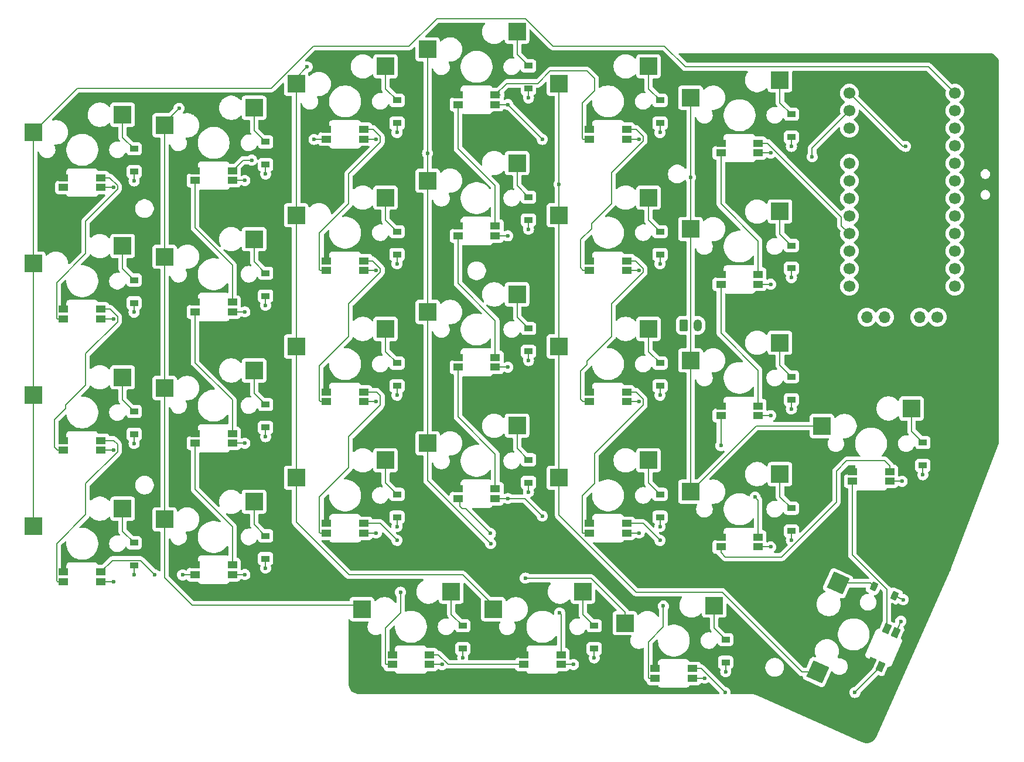
<source format=gbr>
%TF.GenerationSoftware,KiCad,Pcbnew,8.0.6*%
%TF.CreationDate,2024-12-22T09:15:40+01:00*%
%TF.ProjectId,left_finished,6c656674-5f66-4696-9e69-736865642e6b,0.1*%
%TF.SameCoordinates,Original*%
%TF.FileFunction,Copper,L2,Bot*%
%TF.FilePolarity,Positive*%
%FSLAX46Y46*%
G04 Gerber Fmt 4.6, Leading zero omitted, Abs format (unit mm)*
G04 Created by KiCad (PCBNEW 8.0.6) date 2024-12-22 09:15:40*
%MOMM*%
%LPD*%
G01*
G04 APERTURE LIST*
G04 Aperture macros list*
%AMRoundRect*
0 Rectangle with rounded corners*
0 $1 Rounding radius*
0 $2 $3 $4 $5 $6 $7 $8 $9 X,Y pos of 4 corners*
0 Add a 4 corners polygon primitive as box body*
4,1,4,$2,$3,$4,$5,$6,$7,$8,$9,$2,$3,0*
0 Add four circle primitives for the rounded corners*
1,1,$1+$1,$2,$3*
1,1,$1+$1,$4,$5*
1,1,$1+$1,$6,$7*
1,1,$1+$1,$8,$9*
0 Add four rect primitives between the rounded corners*
20,1,$1+$1,$2,$3,$4,$5,0*
20,1,$1+$1,$4,$5,$6,$7,0*
20,1,$1+$1,$6,$7,$8,$9,0*
20,1,$1+$1,$8,$9,$2,$3,0*%
%AMRotRect*
0 Rectangle, with rotation*
0 The origin of the aperture is its center*
0 $1 length*
0 $2 width*
0 $3 Rotation angle, in degrees counterclockwise*
0 Add horizontal line*
21,1,$1,$2,0,0,$3*%
G04 Aperture macros list end*
%TA.AperFunction,ComponentPad*%
%ADD10O,1.700000X1.700000*%
%TD*%
%TA.AperFunction,ComponentPad*%
%ADD11C,1.700000*%
%TD*%
%TA.AperFunction,SMDPad,CuDef*%
%ADD12R,2.550000X2.500000*%
%TD*%
%TA.AperFunction,ComponentPad*%
%ADD13RoundRect,0.240000X0.360000X0.635000X-0.360000X0.635000X-0.360000X-0.635000X0.360000X-0.635000X0*%
%TD*%
%TA.AperFunction,ComponentPad*%
%ADD14O,1.200000X1.750000*%
%TD*%
%TA.AperFunction,SMDPad,CuDef*%
%ADD15R,1.200000X0.900000*%
%TD*%
%TA.AperFunction,SMDPad,CuDef*%
%ADD16R,1.400000X1.000000*%
%TD*%
%TA.AperFunction,SMDPad,CuDef*%
%ADD17RotRect,0.900000X1.200000X156.000000*%
%TD*%
%TA.AperFunction,SMDPad,CuDef*%
%ADD18RotRect,1.400000X1.000000X246.000000*%
%TD*%
%TA.AperFunction,SMDPad,CuDef*%
%ADD19RotRect,2.550000X2.500000X66.000000*%
%TD*%
%TA.AperFunction,ViaPad*%
%ADD20C,0.600000*%
%TD*%
%TA.AperFunction,Conductor*%
%ADD21C,0.200000*%
%TD*%
G04 APERTURE END LIST*
D10*
%TO.P,DISP1,1*%
%TO.N,P5*%
X261420000Y-137200000D03*
%TO.P,DISP1,2*%
%TO.N,P6*%
X263960000Y-137200000D03*
%TO.P,DISP1,3*%
%TO.N,VCC*%
X266500000Y-137200000D03*
%TO.P,DISP1,4*%
%TO.N,GND*%
X269040000Y-137200000D03*
D11*
%TO.P,DISP1,5*%
%TO.N,P7*%
X271580000Y-137200000D03*
%TD*%
%TO.P,MCU1,1*%
%TO.N,P1*%
X274120000Y-104800000D03*
%TO.P,MCU1,2*%
%TO.N,P0*%
X274120000Y-107340000D03*
%TO.P,MCU1,3*%
%TO.N,GND*%
X274120000Y-109880000D03*
%TO.P,MCU1,4*%
X274120000Y-112420000D03*
%TO.P,MCU1,5*%
%TO.N,P2*%
X274120000Y-114960000D03*
%TO.P,MCU1,6*%
%TO.N,P3*%
X274120000Y-117500000D03*
%TO.P,MCU1,7*%
%TO.N,P4*%
X274120000Y-120040000D03*
%TO.P,MCU1,8*%
%TO.N,P5*%
X274120000Y-122580000D03*
%TO.P,MCU1,9*%
%TO.N,P6*%
X274120000Y-125120000D03*
%TO.P,MCU1,10*%
%TO.N,P7*%
X274120000Y-127660000D03*
%TO.P,MCU1,11*%
%TO.N,P8*%
X274120000Y-130200000D03*
%TO.P,MCU1,12*%
%TO.N,P9*%
X274120000Y-132740000D03*
%TO.P,MCU1,13*%
%TO.N,P10*%
X258880000Y-132740000D03*
%TO.P,MCU1,14*%
%TO.N,P16*%
X258880000Y-130200000D03*
%TO.P,MCU1,15*%
%TO.N,P14*%
X258880000Y-127660000D03*
%TO.P,MCU1,16*%
%TO.N,LED_0*%
X258880000Y-125120000D03*
%TO.P,MCU1,17*%
%TO.N,P18*%
X258880000Y-122580000D03*
%TO.P,MCU1,18*%
%TO.N,P19*%
X258880000Y-120040000D03*
%TO.P,MCU1,19*%
%TO.N,P20*%
X258880000Y-117500000D03*
%TO.P,MCU1,20*%
%TO.N,P21*%
X258880000Y-114960000D03*
%TO.P,MCU1,21*%
%TO.N,VCC*%
X258880000Y-112420000D03*
%TO.P,MCU1,22*%
%TO.N,RST*%
X258880000Y-109880000D03*
%TO.P,MCU1,23*%
%TO.N,GND*%
X258880000Y-107340000D03*
%TO.P,MCU1,24*%
%TO.N,RAW*%
X258880000Y-104800000D03*
%TD*%
D12*
%TO.P,S22,1*%
%TO.N,P20*%
X235915000Y-143460000D03*
%TO.P,S22,2*%
%TO.N,inner_home*%
X248842000Y-140920000D03*
%TD*%
D13*
%TO.P,JST1,1*%
%TO.N,GND*%
X234950000Y-138400000D03*
D14*
%TO.P,JST1,2*%
%TO.N,pos*%
X236950000Y-138400000D03*
%TD*%
D15*
%TO.P,D12,1*%
%TO.N,P21*%
X193500000Y-109150000D03*
%TO.P,D12,2*%
%TO.N,ring_number*%
X193500000Y-105850000D03*
%TD*%
D12*
%TO.P,S20,1*%
%TO.N,P4*%
X216915000Y-103460000D03*
%TO.P,S20,2*%
%TO.N,index_number*%
X229842000Y-100920000D03*
%TD*%
D15*
%TO.P,D8,1*%
%TO.N,P21*%
X174500000Y-115150000D03*
%TO.P,D8,2*%
%TO.N,pinky_number*%
X174500000Y-111850000D03*
%TD*%
D12*
%TO.P,S11,1*%
%TO.N,P2*%
X178915000Y-122460000D03*
%TO.P,S11,2*%
%TO.N,ring_top*%
X191842000Y-119920000D03*
%TD*%
D15*
%TO.P,D9,1*%
%TO.N,P10*%
X193500000Y-166150000D03*
%TO.P,D9,2*%
%TO.N,ring_bottom*%
X193500000Y-162850000D03*
%TD*%
%TO.P,D13,1*%
%TO.N,P10*%
X212500000Y-161150000D03*
%TO.P,D13,2*%
%TO.N,middle_bottom*%
X212500000Y-157850000D03*
%TD*%
D16*
%TO.P,LED12,1*%
%TO.N,VCC*%
X183300000Y-110050000D03*
%TO.P,LED12,2*%
%TO.N,LED_21*%
X183300000Y-111450000D03*
%TO.P,LED12,3*%
%TO.N,GND*%
X188700000Y-111450000D03*
%TO.P,LED12,4*%
%TO.N,LED_20*%
X188700000Y-110050000D03*
%TD*%
D15*
%TO.P,D22,1*%
%TO.N,P16*%
X250500000Y-149150000D03*
%TO.P,D22,2*%
%TO.N,inner_home*%
X250500000Y-145850000D03*
%TD*%
D12*
%TO.P,S13,1*%
%TO.N,P3*%
X197915000Y-155460000D03*
%TO.P,S13,2*%
%TO.N,middle_bottom*%
X210842000Y-152920000D03*
%TD*%
%TO.P,S10,1*%
%TO.N,P2*%
X178915000Y-141460000D03*
%TO.P,S10,2*%
%TO.N,ring_home*%
X191842000Y-138920000D03*
%TD*%
D16*
%TO.P,LED27,1*%
%TO.N,VCC*%
X230800000Y-188050000D03*
%TO.P,LED27,2*%
%TO.N,LED_7*%
X230800000Y-189450000D03*
%TO.P,LED27,3*%
%TO.N,GND*%
X236200000Y-189450000D03*
%TO.P,LED27,4*%
%TO.N,LED_6*%
X236200000Y-188050000D03*
%TD*%
%TO.P,LED25,1*%
%TO.N,VCC*%
X192800000Y-186050000D03*
%TO.P,LED25,2*%
%TO.N,LED_17*%
X192800000Y-187450000D03*
%TO.P,LED25,3*%
%TO.N,GND*%
X198200000Y-187450000D03*
%TO.P,LED25,4*%
%TO.N,LED_16*%
X198200000Y-186050000D03*
%TD*%
%TO.P,LED22,1*%
%TO.N,VCC*%
X240300000Y-150050000D03*
%TO.P,LED22,2*%
%TO.N,LED_3*%
X240300000Y-151450000D03*
%TO.P,LED22,3*%
%TO.N,GND*%
X245700000Y-151450000D03*
%TO.P,LED22,4*%
%TO.N,LED_2*%
X245700000Y-150050000D03*
%TD*%
D12*
%TO.P,S2,1*%
%TO.N,P1*%
X140915000Y-148460000D03*
%TO.P,S2,2*%
%TO.N,outer_home*%
X153842000Y-145920000D03*
%TD*%
D16*
%TO.P,LED18,1*%
%TO.N,VCC*%
X221300000Y-148050000D03*
%TO.P,LED18,2*%
%TO.N,LED_9*%
X221300000Y-149450000D03*
%TO.P,LED18,3*%
%TO.N,GND*%
X226700000Y-149450000D03*
%TO.P,LED18,4*%
%TO.N,LED_8*%
X226700000Y-148050000D03*
%TD*%
%TO.P,LED3,1*%
%TO.N,VCC*%
X145300000Y-136050000D03*
%TO.P,LED3,2*%
%TO.N,LED_28*%
X145300000Y-137450000D03*
%TO.P,LED3,3*%
%TO.N,GND*%
X150700000Y-137450000D03*
%TO.P,LED3,4*%
%TO.N,LED_27*%
X150700000Y-136050000D03*
%TD*%
%TO.P,LED13,1*%
%TO.N,VCC*%
X202300000Y-162050000D03*
%TO.P,LED13,2*%
%TO.N,LED_15*%
X202300000Y-163450000D03*
%TO.P,LED13,3*%
%TO.N,GND*%
X207700000Y-163450000D03*
%TO.P,LED13,4*%
%TO.N,LED_14*%
X207700000Y-162050000D03*
%TD*%
%TO.P,LED19,1*%
%TO.N,VCC*%
X221300000Y-129050000D03*
%TO.P,LED19,2*%
%TO.N,LED_10*%
X221300000Y-130450000D03*
%TO.P,LED19,3*%
%TO.N,GND*%
X226700000Y-130450000D03*
%TO.P,LED19,4*%
%TO.N,LED_9*%
X226700000Y-129050000D03*
%TD*%
D12*
%TO.P,S25,1*%
%TO.N,P0*%
X188415000Y-179460000D03*
%TO.P,S25,2*%
%TO.N,near_bottom*%
X201342000Y-176920000D03*
%TD*%
D16*
%TO.P,LED24,1*%
%TO.N,VCC*%
X240300000Y-112050000D03*
%TO.P,LED24,2*%
%TO.N,LED_1*%
X240300000Y-113450000D03*
%TO.P,LED24,3*%
%TO.N,GND*%
X245700000Y-113450000D03*
%TO.P,LED24,4*%
%TO.N,LED_0*%
X245700000Y-112050000D03*
%TD*%
D15*
%TO.P,D18,1*%
%TO.N,P16*%
X231500000Y-147150000D03*
%TO.P,D18,2*%
%TO.N,index_home*%
X231500000Y-143850000D03*
%TD*%
D12*
%TO.P,S9,1*%
%TO.N,P2*%
X178915000Y-160460000D03*
%TO.P,S9,2*%
%TO.N,ring_bottom*%
X191842000Y-157920000D03*
%TD*%
D17*
%TO.P,D28,1*%
%TO.N,P9*%
X265428193Y-177529629D03*
%TO.P,D28,2*%
%TO.N,double_bottom*%
X262413493Y-176187399D03*
%TD*%
D12*
%TO.P,S5,1*%
%TO.N,P0*%
X159915000Y-166460000D03*
%TO.P,S5,2*%
%TO.N,pinky_bottom*%
X172842000Y-163920000D03*
%TD*%
D16*
%TO.P,LED14,1*%
%TO.N,VCC*%
X202300000Y-143050000D03*
%TO.P,LED14,2*%
%TO.N,LED_14*%
X202300000Y-144450000D03*
%TO.P,LED14,3*%
%TO.N,GND*%
X207700000Y-144450000D03*
%TO.P,LED14,4*%
%TO.N,LED_13*%
X207700000Y-143050000D03*
%TD*%
D12*
%TO.P,S27,1*%
%TO.N,P3*%
X226415000Y-181460000D03*
%TO.P,S27,2*%
%TO.N,far_bottom*%
X239342000Y-178920000D03*
%TD*%
%TO.P,S23,1*%
%TO.N,P20*%
X235915000Y-124460000D03*
%TO.P,S23,2*%
%TO.N,inner_top*%
X248842000Y-121920000D03*
%TD*%
%TO.P,S18,1*%
%TO.N,P4*%
X216915000Y-141460000D03*
%TO.P,S18,2*%
%TO.N,index_home*%
X229842000Y-138920000D03*
%TD*%
D16*
%TO.P,LED23,1*%
%TO.N,VCC*%
X240300000Y-131050000D03*
%TO.P,LED23,2*%
%TO.N,LED_2*%
X240300000Y-132450000D03*
%TO.P,LED23,3*%
%TO.N,GND*%
X245700000Y-132450000D03*
%TO.P,LED23,4*%
%TO.N,LED_1*%
X245700000Y-131050000D03*
%TD*%
%TO.P,LED20,1*%
%TO.N,VCC*%
X221300000Y-110050000D03*
%TO.P,LED20,2*%
%TO.N,LED_11*%
X221300000Y-111450000D03*
%TO.P,LED20,3*%
%TO.N,GND*%
X226700000Y-111450000D03*
%TO.P,LED20,4*%
%TO.N,LED_10*%
X226700000Y-110050000D03*
%TD*%
%TO.P,LED11,1*%
%TO.N,VCC*%
X183300000Y-129050000D03*
%TO.P,LED11,2*%
%TO.N,LED_20*%
X183300000Y-130450000D03*
%TO.P,LED11,3*%
%TO.N,GND*%
X188700000Y-130450000D03*
%TO.P,LED11,4*%
%TO.N,LED_19*%
X188700000Y-129050000D03*
%TD*%
D12*
%TO.P,S6,1*%
%TO.N,P0*%
X159915000Y-147460000D03*
%TO.P,S6,2*%
%TO.N,pinky_home*%
X172842000Y-144920000D03*
%TD*%
%TO.P,S14,1*%
%TO.N,P3*%
X197915000Y-136460000D03*
%TO.P,S14,2*%
%TO.N,middle_home*%
X210842000Y-133920000D03*
%TD*%
%TO.P,S16,1*%
%TO.N,P3*%
X197915000Y-98460000D03*
%TO.P,S16,2*%
%TO.N,middle_number*%
X210842000Y-95920000D03*
%TD*%
D15*
%TO.P,D15,1*%
%TO.N,P19*%
X212500000Y-123150000D03*
%TO.P,D15,2*%
%TO.N,middle_top*%
X212500000Y-119850000D03*
%TD*%
D12*
%TO.P,S24,1*%
%TO.N,P20*%
X235915000Y-105460000D03*
%TO.P,S24,2*%
%TO.N,inner_number*%
X248842000Y-102920000D03*
%TD*%
D15*
%TO.P,D27,1*%
%TO.N,P9*%
X241000000Y-187150000D03*
%TO.P,D27,2*%
%TO.N,far_bottom*%
X241000000Y-183850000D03*
%TD*%
D12*
%TO.P,S1,1*%
%TO.N,P1*%
X140915000Y-167460000D03*
%TO.P,S1,2*%
%TO.N,outer_bottom*%
X153842000Y-164920000D03*
%TD*%
D15*
%TO.P,D29,1*%
%TO.N,P9*%
X269500000Y-158650000D03*
%TO.P,D29,2*%
%TO.N,main_main*%
X269500000Y-155350000D03*
%TD*%
%TO.P,D21,1*%
%TO.N,P10*%
X250500000Y-168150000D03*
%TO.P,D21,2*%
%TO.N,inner_bottom*%
X250500000Y-164850000D03*
%TD*%
D16*
%TO.P,LED6,1*%
%TO.N,VCC*%
X164300000Y-154050000D03*
%TO.P,LED6,2*%
%TO.N,LED_24*%
X164300000Y-155450000D03*
%TO.P,LED6,3*%
%TO.N,GND*%
X169700000Y-155450000D03*
%TO.P,LED6,4*%
%TO.N,LED_23*%
X169700000Y-154050000D03*
%TD*%
D12*
%TO.P,S17,1*%
%TO.N,P4*%
X216915000Y-160460000D03*
%TO.P,S17,2*%
%TO.N,index_bottom*%
X229842000Y-157920000D03*
%TD*%
D16*
%TO.P,LED9,1*%
%TO.N,VCC*%
X183300000Y-167050000D03*
%TO.P,LED9,2*%
%TO.N,LED_18*%
X183300000Y-168450000D03*
%TO.P,LED9,3*%
%TO.N,GND*%
X188700000Y-168450000D03*
%TO.P,LED9,4*%
%TO.N,LED_17*%
X188700000Y-167050000D03*
%TD*%
D18*
%TO.P,LED28,1*%
%TO.N,VCC*%
X262101670Y-187213856D03*
%TO.P,LED28,2*%
%TO.N,LED_6*%
X263380634Y-187783287D03*
%TO.P,LED28,3*%
%TO.N,GND*%
X265577012Y-182850142D03*
%TO.P,LED28,4*%
%TO.N,LED_5*%
X264298048Y-182280711D03*
%TD*%
D16*
%TO.P,LED21,1*%
%TO.N,VCC*%
X240300000Y-169050000D03*
%TO.P,LED21,2*%
%TO.N,LED_4*%
X240300000Y-170450000D03*
%TO.P,LED21,3*%
%TO.N,GND*%
X245700000Y-170450000D03*
%TO.P,LED21,4*%
%TO.N,LED_3*%
X245700000Y-169050000D03*
%TD*%
D15*
%TO.P,D17,1*%
%TO.N,P10*%
X231500000Y-166150000D03*
%TO.P,D17,2*%
%TO.N,index_bottom*%
X231500000Y-162850000D03*
%TD*%
D16*
%TO.P,LED1,1*%
%TO.N,VCC*%
X145300000Y-174050000D03*
%TO.P,LED1,2*%
%TO.N,LED_26*%
X145300000Y-175450000D03*
%TO.P,LED1,3*%
%TO.N,GND*%
X150700000Y-175450000D03*
%TO.P,LED1,4*%
%TO.N,LED_25*%
X150700000Y-174050000D03*
%TD*%
%TO.P,LED4,1*%
%TO.N,VCC*%
X145300000Y-117050000D03*
%TO.P,LED4,2*%
%TO.N,LED_29*%
X145300000Y-118450000D03*
%TO.P,LED4,3*%
%TO.N,GND*%
X150700000Y-118450000D03*
%TO.P,LED4,4*%
%TO.N,LED_28*%
X150700000Y-117050000D03*
%TD*%
%TO.P,LED16,1*%
%TO.N,VCC*%
X202300000Y-105050000D03*
%TO.P,LED16,2*%
%TO.N,LED_12*%
X202300000Y-106450000D03*
%TO.P,LED16,3*%
%TO.N,GND*%
X207700000Y-106450000D03*
%TO.P,LED16,4*%
%TO.N,LED_11*%
X207700000Y-105050000D03*
%TD*%
D15*
%TO.P,D26,1*%
%TO.N,P9*%
X222000000Y-185150000D03*
%TO.P,D26,2*%
%TO.N,home_bottom*%
X222000000Y-181850000D03*
%TD*%
D16*
%TO.P,LED15,1*%
%TO.N,VCC*%
X202300000Y-124050000D03*
%TO.P,LED15,2*%
%TO.N,LED_13*%
X202300000Y-125450000D03*
%TO.P,LED15,3*%
%TO.N,GND*%
X207700000Y-125450000D03*
%TO.P,LED15,4*%
%TO.N,LED_12*%
X207700000Y-124050000D03*
%TD*%
%TO.P,LED8,1*%
%TO.N,VCC*%
X164300000Y-116050000D03*
%TO.P,LED8,2*%
%TO.N,LED_22*%
X164300000Y-117450000D03*
%TO.P,LED8,3*%
%TO.N,GND*%
X169700000Y-117450000D03*
%TO.P,LED8,4*%
%TO.N,LED_21*%
X169700000Y-116050000D03*
%TD*%
D15*
%TO.P,D24,1*%
%TO.N,P21*%
X250500000Y-111150000D03*
%TO.P,D24,2*%
%TO.N,inner_number*%
X250500000Y-107850000D03*
%TD*%
D16*
%TO.P,LED26,1*%
%TO.N,VCC*%
X211800000Y-186050000D03*
%TO.P,LED26,2*%
%TO.N,LED_16*%
X211800000Y-187450000D03*
%TO.P,LED26,3*%
%TO.N,GND*%
X217200000Y-187450000D03*
%TO.P,LED26,4*%
%TO.N,LED_15*%
X217200000Y-186050000D03*
%TD*%
D12*
%TO.P,S21,1*%
%TO.N,P20*%
X235915000Y-162460000D03*
%TO.P,S21,2*%
%TO.N,inner_bottom*%
X248842000Y-159920000D03*
%TD*%
D16*
%TO.P,LED10,1*%
%TO.N,VCC*%
X183300000Y-148050000D03*
%TO.P,LED10,2*%
%TO.N,LED_19*%
X183300000Y-149450000D03*
%TO.P,LED10,3*%
%TO.N,GND*%
X188700000Y-149450000D03*
%TO.P,LED10,4*%
%TO.N,LED_18*%
X188700000Y-148050000D03*
%TD*%
D15*
%TO.P,D23,1*%
%TO.N,P19*%
X250500000Y-130150000D03*
%TO.P,D23,2*%
%TO.N,inner_top*%
X250500000Y-126850000D03*
%TD*%
%TO.P,D1,1*%
%TO.N,P10*%
X155500000Y-173150000D03*
%TO.P,D1,2*%
%TO.N,outer_bottom*%
X155500000Y-169850000D03*
%TD*%
%TO.P,D16,1*%
%TO.N,P21*%
X212500000Y-104150000D03*
%TO.P,D16,2*%
%TO.N,middle_number*%
X212500000Y-100850000D03*
%TD*%
D12*
%TO.P,S3,1*%
%TO.N,P1*%
X140915000Y-129460000D03*
%TO.P,S3,2*%
%TO.N,outer_top*%
X153842000Y-126920000D03*
%TD*%
D15*
%TO.P,D10,1*%
%TO.N,P16*%
X193500000Y-147150000D03*
%TO.P,D10,2*%
%TO.N,ring_home*%
X193500000Y-143850000D03*
%TD*%
%TO.P,D2,1*%
%TO.N,P16*%
X155500000Y-154150000D03*
%TO.P,D2,2*%
%TO.N,outer_home*%
X155500000Y-150850000D03*
%TD*%
%TO.P,D5,1*%
%TO.N,P10*%
X174500000Y-172150000D03*
%TO.P,D5,2*%
%TO.N,pinky_bottom*%
X174500000Y-168850000D03*
%TD*%
D12*
%TO.P,S19,1*%
%TO.N,P4*%
X216915000Y-122460000D03*
%TO.P,S19,2*%
%TO.N,index_top*%
X229842000Y-119920000D03*
%TD*%
D16*
%TO.P,LED17,1*%
%TO.N,VCC*%
X221300000Y-167050000D03*
%TO.P,LED17,2*%
%TO.N,LED_8*%
X221300000Y-168450000D03*
%TO.P,LED17,3*%
%TO.N,GND*%
X226700000Y-168450000D03*
%TO.P,LED17,4*%
%TO.N,LED_7*%
X226700000Y-167050000D03*
%TD*%
D15*
%TO.P,D11,1*%
%TO.N,P19*%
X193500000Y-128150000D03*
%TO.P,D11,2*%
%TO.N,ring_top*%
X193500000Y-124850000D03*
%TD*%
D16*
%TO.P,LED5,1*%
%TO.N,VCC*%
X164300000Y-173050000D03*
%TO.P,LED5,2*%
%TO.N,LED_25*%
X164300000Y-174450000D03*
%TO.P,LED5,3*%
%TO.N,GND*%
X169700000Y-174450000D03*
%TO.P,LED5,4*%
%TO.N,LED_24*%
X169700000Y-173050000D03*
%TD*%
D15*
%TO.P,D6,1*%
%TO.N,P16*%
X174500000Y-153150000D03*
%TO.P,D6,2*%
%TO.N,pinky_home*%
X174500000Y-149850000D03*
%TD*%
%TO.P,D19,1*%
%TO.N,P19*%
X231500000Y-128150000D03*
%TO.P,D19,2*%
%TO.N,index_top*%
X231500000Y-124850000D03*
%TD*%
D16*
%TO.P,LED29,1*%
%TO.N,VCC*%
X259300000Y-159550000D03*
%TO.P,LED29,2*%
%TO.N,LED_5*%
X259300000Y-160950000D03*
%TO.P,LED29,3*%
%TO.N,GND*%
X264700000Y-160950000D03*
%TO.P,LED29,4*%
%TO.N,LED_4*%
X264700000Y-159550000D03*
%TD*%
D12*
%TO.P,S4,1*%
%TO.N,P1*%
X140915000Y-110460000D03*
%TO.P,S4,2*%
%TO.N,outer_number*%
X153842000Y-107920000D03*
%TD*%
%TO.P,S29,1*%
%TO.N,P20*%
X254915000Y-152960000D03*
%TO.P,S29,2*%
%TO.N,main_main*%
X267842000Y-150420000D03*
%TD*%
D19*
%TO.P,S28,1*%
%TO.N,P4*%
X254297865Y-188539358D03*
%TO.P,S28,2*%
%TO.N,double_bottom*%
X257235345Y-175696845D03*
%TD*%
D12*
%TO.P,S15,1*%
%TO.N,P3*%
X197915000Y-117460000D03*
%TO.P,S15,2*%
%TO.N,middle_top*%
X210842000Y-114920000D03*
%TD*%
%TO.P,S26,1*%
%TO.N,P2*%
X207415000Y-179460000D03*
%TO.P,S26,2*%
%TO.N,home_bottom*%
X220342000Y-176920000D03*
%TD*%
D15*
%TO.P,D3,1*%
%TO.N,P19*%
X155500000Y-135150000D03*
%TO.P,D3,2*%
%TO.N,outer_top*%
X155500000Y-131850000D03*
%TD*%
D12*
%TO.P,S7,1*%
%TO.N,P0*%
X159915000Y-128460000D03*
%TO.P,S7,2*%
%TO.N,pinky_top*%
X172842000Y-125920000D03*
%TD*%
D15*
%TO.P,D20,1*%
%TO.N,P21*%
X231500000Y-109150000D03*
%TO.P,D20,2*%
%TO.N,index_number*%
X231500000Y-105850000D03*
%TD*%
D16*
%TO.P,LED7,1*%
%TO.N,VCC*%
X164300000Y-135050000D03*
%TO.P,LED7,2*%
%TO.N,LED_23*%
X164300000Y-136450000D03*
%TO.P,LED7,3*%
%TO.N,GND*%
X169700000Y-136450000D03*
%TO.P,LED7,4*%
%TO.N,LED_22*%
X169700000Y-135050000D03*
%TD*%
D12*
%TO.P,S8,1*%
%TO.N,P0*%
X159915000Y-109460000D03*
%TO.P,S8,2*%
%TO.N,pinky_number*%
X172842000Y-106920000D03*
%TD*%
%TO.P,S12,1*%
%TO.N,P2*%
X178915000Y-103460000D03*
%TO.P,S12,2*%
%TO.N,ring_number*%
X191842000Y-100920000D03*
%TD*%
D16*
%TO.P,LED2,1*%
%TO.N,VCC*%
X145300000Y-155050000D03*
%TO.P,LED2,2*%
%TO.N,LED_27*%
X145300000Y-156450000D03*
%TO.P,LED2,3*%
%TO.N,GND*%
X150700000Y-156450000D03*
%TO.P,LED2,4*%
%TO.N,LED_26*%
X150700000Y-155050000D03*
%TD*%
D15*
%TO.P,D25,1*%
%TO.N,P9*%
X203000000Y-185150000D03*
%TO.P,D25,2*%
%TO.N,near_bottom*%
X203000000Y-181850000D03*
%TD*%
%TO.P,D4,1*%
%TO.N,P21*%
X155500000Y-116150000D03*
%TO.P,D4,2*%
%TO.N,outer_number*%
X155500000Y-112850000D03*
%TD*%
%TO.P,D7,1*%
%TO.N,P19*%
X174500000Y-134150000D03*
%TO.P,D7,2*%
%TO.N,pinky_top*%
X174500000Y-130850000D03*
%TD*%
%TO.P,D14,1*%
%TO.N,P16*%
X212500000Y-142150000D03*
%TO.P,D14,2*%
%TO.N,middle_home*%
X212500000Y-138850000D03*
%TD*%
D20*
%TO.N,GND*%
X209500000Y-144450000D03*
X228500000Y-149450000D03*
X247500000Y-132450000D03*
X209500000Y-163450000D03*
X253500000Y-114000000D03*
X171500000Y-136450000D03*
X152500000Y-175450000D03*
X214500000Y-166000000D03*
X266500000Y-160950000D03*
X219000000Y-187450000D03*
X247500000Y-170450000D03*
X209500000Y-125450000D03*
X190500000Y-111450000D03*
X238000000Y-189450000D03*
X228500000Y-168450000D03*
X209500000Y-106450000D03*
X228500000Y-111450000D03*
X152500000Y-137450000D03*
X171500000Y-174450000D03*
X190500000Y-130450000D03*
X190500000Y-168450000D03*
X214500000Y-111500000D03*
X152500000Y-118450000D03*
X200000000Y-187450000D03*
X247500000Y-113450000D03*
X266309138Y-181205760D03*
X171500000Y-117450000D03*
X228500000Y-130450000D03*
X171500000Y-155450000D03*
X190500000Y-149450000D03*
X152500000Y-156450000D03*
X247500000Y-151450000D03*
%TO.N,P0*%
X162000000Y-107000000D03*
%TO.N,P2*%
X180500000Y-101000000D03*
%TO.N,P3*%
X207025000Y-169975000D03*
X197915000Y-113500000D03*
X212025000Y-174975000D03*
%TO.N,P4*%
X216915000Y-118000000D03*
%TO.N,P20*%
X235915000Y-117000000D03*
%TO.N,LED_25*%
X162500000Y-174500000D03*
X158500000Y-174500000D03*
%TO.N,LED_21*%
X181500000Y-111500000D03*
X172500000Y-114500000D03*
%TO.N,LED_17*%
X193500000Y-169500000D03*
X194000000Y-177000000D03*
%TO.N,LED_15*%
X217000000Y-180000000D03*
X207000000Y-168500000D03*
%TO.N,LED_7*%
X232000000Y-179000000D03*
X231500000Y-169500000D03*
%TO.N,LED_3*%
X245250000Y-163250000D03*
X240300000Y-155800000D03*
%TO.N,LED_6*%
X240898529Y-191500000D03*
X259663921Y-191500000D03*
%TO.N,RAW*%
X267000000Y-112500000D03*
%TO.N,P21*%
X174500000Y-116500000D03*
X193500000Y-110500000D03*
X231500000Y-110500000D03*
X155500000Y-117500000D03*
X212500000Y-105500000D03*
X250500000Y-112500000D03*
%TO.N,P19*%
X212500000Y-124500000D03*
X174500000Y-135500000D03*
X193500000Y-129500000D03*
X250500000Y-131500000D03*
X155500000Y-136500000D03*
X231500000Y-129500000D03*
%TO.N,P16*%
X231500000Y-148500000D03*
X155500000Y-155500000D03*
X174500000Y-154500000D03*
X250500000Y-150500000D03*
X212500000Y-143500000D03*
X193500000Y-148500000D03*
%TO.N,P10*%
X212500000Y-162500000D03*
X155500000Y-174500000D03*
X193500000Y-167500000D03*
X174500000Y-173500000D03*
X250500000Y-169500000D03*
X231500000Y-167500000D03*
%TO.N,P9*%
X203000000Y-186500000D03*
X269500000Y-160000000D03*
X266661479Y-178078724D03*
X241000000Y-188500000D03*
X222000000Y-186500000D03*
%TD*%
D21*
%TO.N,P1*%
X235151472Y-101000000D02*
X270320000Y-101000000D01*
X175310000Y-104100000D02*
X181410000Y-98000000D01*
X212047000Y-94000000D02*
X216047000Y-98000000D01*
X195250000Y-98000000D02*
X199250000Y-94000000D01*
X140915000Y-148460000D02*
X140915000Y-167460000D01*
X140915000Y-110460000D02*
X140915000Y-129460000D01*
X216047000Y-98000000D02*
X232151472Y-98000000D01*
X181410000Y-98000000D02*
X195250000Y-98000000D01*
X140915000Y-110460000D02*
X147275000Y-104100000D01*
X147275000Y-104100000D02*
X175310000Y-104100000D01*
X232151472Y-98000000D02*
X235151472Y-101000000D01*
X199250000Y-94000000D02*
X212047000Y-94000000D01*
X270320000Y-101000000D02*
X274120000Y-104800000D01*
X140915000Y-129460000D02*
X140915000Y-148460000D01*
%TO.N,outer_bottom*%
X153842000Y-168192000D02*
X155500000Y-169850000D01*
X153842000Y-164920000D02*
X153842000Y-168192000D01*
%TO.N,GND*%
X198200000Y-187450000D02*
X200000000Y-187450000D01*
X207700000Y-163450000D02*
X209500000Y-163450000D01*
X226700000Y-111450000D02*
X228500000Y-111450000D01*
X236200000Y-189450000D02*
X238000000Y-189450000D01*
X264700000Y-160950000D02*
X266500000Y-160950000D01*
X226700000Y-168450000D02*
X228500000Y-168450000D01*
X245700000Y-151450000D02*
X247500000Y-151450000D01*
X188700000Y-111450000D02*
X190500000Y-111450000D01*
X265577012Y-182850142D02*
X266309138Y-181205760D01*
X207700000Y-106450000D02*
X209500000Y-106450000D01*
X217200000Y-187450000D02*
X219000000Y-187450000D01*
X169700000Y-117450000D02*
X171500000Y-117450000D01*
X150700000Y-175450000D02*
X152500000Y-175450000D01*
X209500000Y-106450000D02*
X214500000Y-111450000D01*
X245700000Y-132450000D02*
X247500000Y-132450000D01*
X188700000Y-149450000D02*
X190500000Y-149450000D01*
X209500000Y-163450000D02*
X211950000Y-163450000D01*
X169700000Y-155450000D02*
X171500000Y-155450000D01*
X169700000Y-174450000D02*
X171500000Y-174450000D01*
X150700000Y-137450000D02*
X152500000Y-137450000D01*
X211950000Y-163450000D02*
X214500000Y-166000000D01*
X214500000Y-111450000D02*
X214500000Y-111500000D01*
X253500000Y-114000000D02*
X253500000Y-112720000D01*
X207700000Y-144450000D02*
X209500000Y-144450000D01*
X245700000Y-170450000D02*
X247500000Y-170450000D01*
X188700000Y-130450000D02*
X190500000Y-130450000D01*
X169700000Y-136450000D02*
X171500000Y-136450000D01*
X188700000Y-168450000D02*
X190500000Y-168450000D01*
X207700000Y-125450000D02*
X209500000Y-125450000D01*
X150700000Y-156450000D02*
X152500000Y-156450000D01*
X226700000Y-149450000D02*
X228500000Y-149450000D01*
X150700000Y-118450000D02*
X152500000Y-118450000D01*
X253500000Y-112720000D02*
X258880000Y-107340000D01*
X226700000Y-130450000D02*
X228500000Y-130450000D01*
X245700000Y-113450000D02*
X247500000Y-113450000D01*
%TO.N,outer_home*%
X153842000Y-149192000D02*
X155500000Y-150850000D01*
X153842000Y-145920000D02*
X153842000Y-149192000D01*
%TO.N,outer_top*%
X153842000Y-130192000D02*
X155500000Y-131850000D01*
X153842000Y-126920000D02*
X153842000Y-130192000D01*
%TO.N,outer_number*%
X153842000Y-107920000D02*
X153842000Y-111192000D01*
X153842000Y-111192000D02*
X155500000Y-112850000D01*
%TO.N,P0*%
X159915000Y-128460000D02*
X159915000Y-147460000D01*
X163890627Y-178890627D02*
X187845627Y-178890627D01*
X159915000Y-109460000D02*
X159915000Y-109085000D01*
X159915000Y-147460000D02*
X159915000Y-166460000D01*
X159915000Y-109460000D02*
X159915000Y-128460000D01*
X159915000Y-174915000D02*
X163890627Y-178890627D01*
X187845627Y-178890627D02*
X188415000Y-179460000D01*
X159915000Y-166460000D02*
X159915000Y-174915000D01*
X159915000Y-109085000D02*
X162000000Y-107000000D01*
%TO.N,pinky_bottom*%
X172842000Y-163920000D02*
X172842000Y-167192000D01*
X172842000Y-167192000D02*
X174500000Y-168850000D01*
%TO.N,pinky_home*%
X172842000Y-144920000D02*
X172842000Y-148192000D01*
X172842000Y-148192000D02*
X174500000Y-149850000D01*
%TO.N,pinky_top*%
X172842000Y-129192000D02*
X174500000Y-130850000D01*
X172842000Y-125920000D02*
X172842000Y-129192000D01*
%TO.N,pinky_number*%
X172842000Y-106920000D02*
X172842000Y-110192000D01*
X172842000Y-110192000D02*
X174500000Y-111850000D01*
%TO.N,P2*%
X178915000Y-160460000D02*
X178915000Y-166835000D01*
X186580000Y-174500000D02*
X203000000Y-174500000D01*
X178915000Y-103460000D02*
X178915000Y-122460000D01*
X207415000Y-178915000D02*
X207415000Y-179460000D01*
X178915000Y-141460000D02*
X178915000Y-160460000D01*
X178915000Y-103460000D02*
X178915000Y-103500000D01*
X178915000Y-166835000D02*
X186580000Y-174500000D01*
X178915000Y-103500000D02*
X178915000Y-102585000D01*
X178915000Y-122460000D02*
X178915000Y-141460000D01*
X178915000Y-102585000D02*
X180500000Y-101000000D01*
X203000000Y-174500000D02*
X207415000Y-178915000D01*
%TO.N,ring_bottom*%
X191842000Y-161192000D02*
X193500000Y-162850000D01*
X191842000Y-157920000D02*
X191842000Y-161192000D01*
%TO.N,ring_home*%
X191842000Y-142192000D02*
X193500000Y-143850000D01*
X191842000Y-138920000D02*
X191842000Y-142192000D01*
%TO.N,ring_top*%
X191842000Y-119920000D02*
X191842000Y-123192000D01*
X191842000Y-123192000D02*
X193500000Y-124850000D01*
%TO.N,ring_number*%
X191842000Y-100920000D02*
X191842000Y-104192000D01*
X191842000Y-104192000D02*
X193500000Y-105850000D01*
%TO.N,P3*%
X197915000Y-160865000D02*
X207025000Y-169975000D01*
X212050000Y-175000000D02*
X221547000Y-175000000D01*
X197915000Y-136460000D02*
X197915000Y-155460000D01*
X197915000Y-117460000D02*
X197915000Y-136460000D01*
X226415000Y-179868000D02*
X226415000Y-181460000D01*
X212025000Y-174975000D02*
X212050000Y-175000000D01*
X197915000Y-98460000D02*
X197915000Y-113500000D01*
X197915000Y-155460000D02*
X197915000Y-160865000D01*
X221547000Y-175000000D02*
X226415000Y-179868000D01*
X197915000Y-113500000D02*
X197915000Y-117460000D01*
%TO.N,middle_bottom*%
X210842000Y-152920000D02*
X210842000Y-156192000D01*
X210842000Y-156192000D02*
X212500000Y-157850000D01*
%TO.N,middle_home*%
X210842000Y-133920000D02*
X210842000Y-137192000D01*
X210842000Y-137192000D02*
X212500000Y-138850000D01*
%TO.N,middle_top*%
X210842000Y-114920000D02*
X210842000Y-118192000D01*
X210842000Y-118192000D02*
X212500000Y-119850000D01*
%TO.N,middle_number*%
X210842000Y-95920000D02*
X210842000Y-99192000D01*
X210842000Y-99192000D02*
X212500000Y-100850000D01*
%TO.N,P4*%
X216915000Y-160460000D02*
X216915000Y-165865000D01*
X252039358Y-188539358D02*
X254297865Y-188539358D01*
X228050000Y-177000000D02*
X240500000Y-177000000D01*
X216915000Y-122460000D02*
X216915000Y-141460000D01*
X240500000Y-177000000D02*
X252039358Y-188539358D01*
X216915000Y-118000000D02*
X216915000Y-122460000D01*
X216915000Y-165865000D02*
X228050000Y-177000000D01*
X216915000Y-141460000D02*
X216915000Y-160460000D01*
X216915000Y-103460000D02*
X216915000Y-118000000D01*
%TO.N,index_bottom*%
X229842000Y-161192000D02*
X231500000Y-162850000D01*
X229842000Y-157920000D02*
X229842000Y-161192000D01*
%TO.N,index_home*%
X229842000Y-138920000D02*
X229842000Y-142192000D01*
X229842000Y-142192000D02*
X231500000Y-143850000D01*
%TO.N,index_top*%
X229842000Y-123192000D02*
X231500000Y-124850000D01*
X229842000Y-119920000D02*
X229842000Y-123192000D01*
%TO.N,index_number*%
X229842000Y-100920000D02*
X229842000Y-104192000D01*
X229842000Y-104192000D02*
X231500000Y-105850000D01*
%TO.N,P20*%
X235915000Y-117000000D02*
X235915000Y-124460000D01*
X235915000Y-162460000D02*
X245415000Y-152960000D01*
X235915000Y-105460000D02*
X235915000Y-117000000D01*
X245415000Y-152960000D02*
X254915000Y-152960000D01*
X235915000Y-124460000D02*
X235915000Y-143460000D01*
X235915000Y-143460000D02*
X235915000Y-162460000D01*
%TO.N,inner_bottom*%
X248842000Y-163192000D02*
X250500000Y-164850000D01*
X248842000Y-159920000D02*
X248842000Y-163192000D01*
%TO.N,inner_home*%
X248842000Y-144192000D02*
X250500000Y-145850000D01*
X248842000Y-140920000D02*
X248842000Y-144192000D01*
%TO.N,inner_top*%
X248842000Y-121920000D02*
X248842000Y-125192000D01*
X248842000Y-125192000D02*
X250500000Y-126850000D01*
%TO.N,inner_number*%
X248842000Y-102920000D02*
X248842000Y-106192000D01*
X248842000Y-106192000D02*
X250500000Y-107850000D01*
%TO.N,near_bottom*%
X201342000Y-180192000D02*
X203000000Y-181850000D01*
X201342000Y-176920000D02*
X201342000Y-180192000D01*
%TO.N,home_bottom*%
X220342000Y-176920000D02*
X220342000Y-180192000D01*
X220342000Y-180192000D02*
X222000000Y-181850000D01*
%TO.N,far_bottom*%
X239342000Y-178920000D02*
X239342000Y-182192000D01*
X239342000Y-182192000D02*
X241000000Y-183850000D01*
%TO.N,double_bottom*%
X257235345Y-175696845D02*
X261922939Y-175696845D01*
X261922939Y-175696845D02*
X262413493Y-176187399D01*
%TO.N,main_main*%
X267842000Y-153692000D02*
X269500000Y-155350000D01*
X267842000Y-150420000D02*
X267842000Y-153692000D01*
%TO.N,LED_26*%
X153100000Y-155600000D02*
X153100000Y-156698529D01*
X150700000Y-155050000D02*
X152550000Y-155050000D01*
X144400000Y-175450000D02*
X145300000Y-175450000D01*
X144300000Y-169966295D02*
X144300000Y-175350000D01*
X148500000Y-165771952D02*
X144305657Y-169966295D01*
X144300000Y-175350000D02*
X144400000Y-175450000D01*
X153100000Y-156698529D02*
X148500000Y-161298529D01*
X144305657Y-169966295D02*
X144300000Y-169966295D01*
X148500000Y-161298529D02*
X148500000Y-165771952D01*
X152550000Y-155050000D02*
X153100000Y-155600000D01*
%TO.N,LED_25*%
X162550000Y-174450000D02*
X162500000Y-174500000D01*
X156400000Y-172400000D02*
X152350000Y-172400000D01*
X152350000Y-172400000D02*
X150700000Y-174050000D01*
X164300000Y-174450000D02*
X162550000Y-174450000D01*
X158500000Y-174500000D02*
X156400000Y-172400000D01*
%TO.N,LED_27*%
X144400000Y-156450000D02*
X144000000Y-156050000D01*
X144000000Y-156050000D02*
X144000000Y-152000000D01*
X148500000Y-147000000D02*
X148500000Y-142500000D01*
X145300000Y-156450000D02*
X144400000Y-156450000D01*
X152050000Y-136050000D02*
X150700000Y-136050000D01*
X144000000Y-152000000D02*
X145600000Y-150400000D01*
X145600000Y-150400000D02*
X145600000Y-149900000D01*
X153100000Y-137100000D02*
X152050000Y-136050000D01*
X148500000Y-142500000D02*
X153100000Y-137900000D01*
X153100000Y-137900000D02*
X153100000Y-137100000D01*
X145600000Y-149900000D02*
X148500000Y-147000000D01*
%TO.N,LED_28*%
X144400000Y-137450000D02*
X144300000Y-137350000D01*
X148500000Y-123298529D02*
X153100000Y-118698529D01*
X151948529Y-117050000D02*
X150700000Y-117050000D01*
X153100000Y-118201471D02*
X151948529Y-117050000D01*
X144300000Y-137350000D02*
X144300000Y-132200000D01*
X145300000Y-137450000D02*
X144400000Y-137450000D01*
X144300000Y-132200000D02*
X148500000Y-128000000D01*
X148500000Y-128000000D02*
X148500000Y-123298529D01*
X153100000Y-118698529D02*
X153100000Y-118201471D01*
%TO.N,LED_24*%
X164300000Y-162102944D02*
X169700000Y-167502944D01*
X164300000Y-155450000D02*
X164300000Y-162102944D01*
X169700000Y-167502944D02*
X169700000Y-173050000D01*
%TO.N,LED_23*%
X169700000Y-149200000D02*
X169700000Y-154050000D01*
X164300000Y-143800000D02*
X169700000Y-149200000D01*
X164300000Y-136450000D02*
X164300000Y-143800000D01*
%TO.N,LED_22*%
X169700000Y-129700000D02*
X169700000Y-135050000D01*
X164300000Y-124300000D02*
X169700000Y-129700000D01*
X164300000Y-117450000D02*
X164300000Y-124300000D01*
%TO.N,LED_21*%
X171250000Y-114500000D02*
X169700000Y-116050000D01*
X183300000Y-111450000D02*
X181550000Y-111450000D01*
X172500000Y-114500000D02*
X171250000Y-114500000D01*
X181550000Y-111450000D02*
X181500000Y-111500000D01*
%TO.N,LED_18*%
X190550000Y-148050000D02*
X188700000Y-148050000D01*
X182400000Y-168450000D02*
X182300000Y-168350000D01*
X182300000Y-163200000D02*
X186500000Y-159000000D01*
X186500000Y-159000000D02*
X186500000Y-154500000D01*
X186500000Y-154500000D02*
X191100000Y-149900000D01*
X182300000Y-168350000D02*
X182300000Y-163200000D01*
X183300000Y-168450000D02*
X182400000Y-168450000D01*
X191100000Y-149900000D02*
X191100000Y-148600000D01*
X191100000Y-148600000D02*
X190550000Y-148050000D01*
%TO.N,LED_17*%
X193500000Y-169500000D02*
X191050000Y-167050000D01*
X191900000Y-187450000D02*
X191800000Y-187350000D01*
X192800000Y-187450000D02*
X191900000Y-187450000D01*
X194000000Y-180000000D02*
X194000000Y-177000000D01*
X191800000Y-187350000D02*
X191800000Y-182200000D01*
X191050000Y-167050000D02*
X188700000Y-167050000D01*
X191800000Y-182200000D02*
X194000000Y-180000000D01*
%TO.N,LED_19*%
X182220000Y-149270000D02*
X182220000Y-144280000D01*
X191100000Y-130201471D02*
X189948529Y-129050000D01*
X183300000Y-149450000D02*
X182400000Y-149450000D01*
X186500000Y-135298529D02*
X191100000Y-130698529D01*
X189948529Y-129050000D02*
X188700000Y-129050000D01*
X186500000Y-140000000D02*
X186500000Y-135298529D01*
X191100000Y-130698529D02*
X191100000Y-130201471D01*
X182220000Y-144280000D02*
X186500000Y-140000000D01*
X182400000Y-149450000D02*
X182220000Y-149270000D01*
%TO.N,LED_20*%
X190050000Y-110050000D02*
X191100000Y-111100000D01*
X182300000Y-124966295D02*
X182300000Y-130350000D01*
X182300000Y-130350000D02*
X182400000Y-130450000D01*
X188700000Y-110050000D02*
X190050000Y-110050000D01*
X182305657Y-124966295D02*
X182300000Y-124966295D01*
X191100000Y-111900000D02*
X186500000Y-116500000D01*
X191100000Y-111100000D02*
X191100000Y-111900000D01*
X182400000Y-130450000D02*
X183300000Y-130450000D01*
X186500000Y-120771952D02*
X182305657Y-124966295D01*
X186500000Y-116500000D02*
X186500000Y-120771952D01*
%TO.N,LED_15*%
X203400000Y-164900000D02*
X202951472Y-164900000D01*
X202600000Y-163750000D02*
X202300000Y-163450000D01*
X202951472Y-164900000D02*
X202600000Y-164548528D01*
X202600000Y-164548528D02*
X202600000Y-163750000D01*
X217000000Y-180000000D02*
X217200000Y-180200000D01*
X217200000Y-180200000D02*
X217200000Y-186050000D01*
X207000000Y-168500000D02*
X203400000Y-164900000D01*
%TO.N,LED_14*%
X202300000Y-144450000D02*
X202300000Y-151602944D01*
X202300000Y-151602944D02*
X207700000Y-157002944D01*
X207700000Y-157002944D02*
X207700000Y-162050000D01*
%TO.N,LED_13*%
X202300000Y-132300000D02*
X207700000Y-137700000D01*
X207700000Y-137700000D02*
X207700000Y-143050000D01*
X202300000Y-125450000D02*
X202300000Y-132300000D01*
%TO.N,LED_12*%
X202300000Y-106450000D02*
X202300000Y-112800000D01*
X207700000Y-118200000D02*
X207700000Y-124050000D01*
X202300000Y-112800000D02*
X207700000Y-118200000D01*
%TO.N,LED_11*%
X213850000Y-103400000D02*
X215644000Y-101606000D01*
X220957952Y-101606000D02*
X222044000Y-102692048D01*
X220300000Y-106200000D02*
X220300000Y-111350000D01*
X208450000Y-105050000D02*
X207700000Y-105050000D01*
X220300000Y-111350000D02*
X220400000Y-111450000D01*
X207700000Y-105050000D02*
X209350000Y-103400000D01*
X222044000Y-102692048D02*
X222044000Y-104456000D01*
X209350000Y-103400000D02*
X213850000Y-103400000D01*
X222044000Y-104456000D02*
X220300000Y-106200000D01*
X215644000Y-101606000D02*
X220957952Y-101606000D01*
X220400000Y-111450000D02*
X221300000Y-111450000D01*
%TO.N,LED_8*%
X228050000Y-148050000D02*
X229100000Y-149100000D01*
X229100000Y-149100000D02*
X229100000Y-149900000D01*
X220300000Y-168350000D02*
X220400000Y-168450000D01*
X220400000Y-168450000D02*
X221300000Y-168450000D01*
X229100000Y-149900000D02*
X222044000Y-156956000D01*
X222044000Y-161256000D02*
X220333705Y-162966295D01*
X222044000Y-156956000D02*
X222044000Y-161256000D01*
X220333705Y-162966295D02*
X220300000Y-162966295D01*
X226700000Y-148050000D02*
X228050000Y-148050000D01*
X220300000Y-162966295D02*
X220300000Y-168350000D01*
%TO.N,LED_7*%
X232000000Y-182000000D02*
X232000000Y-179000000D01*
X229050000Y-167050000D02*
X226700000Y-167050000D01*
X229800000Y-184200000D02*
X232000000Y-182000000D01*
X229800000Y-189350000D02*
X229800000Y-184200000D01*
X229900000Y-189450000D02*
X229800000Y-189350000D01*
X231500000Y-169500000D02*
X229050000Y-167050000D01*
X230800000Y-189450000D02*
X229900000Y-189450000D01*
%TO.N,LED_9*%
X221300000Y-149450000D02*
X220400000Y-149450000D01*
X224500000Y-140000000D02*
X224500000Y-135298529D01*
X227948529Y-129050000D02*
X226700000Y-129050000D01*
X220000000Y-145000000D02*
X220956295Y-144043705D01*
X220956295Y-143543705D02*
X224500000Y-140000000D01*
X229100000Y-130201471D02*
X227948529Y-129050000D01*
X220400000Y-149450000D02*
X220000000Y-149050000D01*
X224500000Y-135298529D02*
X229100000Y-130698529D01*
X220000000Y-149050000D02*
X220000000Y-145000000D01*
X220956295Y-144043705D02*
X220956295Y-143543705D01*
X229100000Y-130698529D02*
X229100000Y-130201471D01*
%TO.N,LED_10*%
X229100000Y-111698529D02*
X229100000Y-111100000D01*
X224500000Y-116298529D02*
X229100000Y-111698529D01*
X228050000Y-110050000D02*
X226700000Y-110050000D01*
X221600000Y-123666295D02*
X224500000Y-120766295D01*
X221300000Y-130450000D02*
X220400000Y-130450000D01*
X220400000Y-130450000D02*
X220000000Y-130050000D01*
X229100000Y-111100000D02*
X228050000Y-110050000D01*
X220000000Y-130050000D02*
X220000000Y-126000000D01*
X221600000Y-124400000D02*
X221600000Y-123666295D01*
X224500000Y-120766295D02*
X224500000Y-116298529D01*
X220000000Y-126000000D02*
X221600000Y-124400000D01*
%TO.N,LED_4*%
X249100000Y-171900000D02*
X257000000Y-164000000D01*
X240300000Y-170450000D02*
X240300000Y-171248528D01*
X240300000Y-171248528D02*
X240951472Y-171900000D01*
X257000000Y-159500000D02*
X258500000Y-158000000D01*
X264700000Y-158700000D02*
X264700000Y-159550000D01*
X264000000Y-158000000D02*
X264700000Y-158700000D01*
X257000000Y-164000000D02*
X257000000Y-159500000D01*
X258500000Y-158000000D02*
X264000000Y-158000000D01*
X240951472Y-171900000D02*
X249100000Y-171900000D01*
%TO.N,LED_3*%
X245700000Y-163700000D02*
X245700000Y-169050000D01*
X245250000Y-163250000D02*
X245700000Y-163700000D01*
X240300000Y-155800000D02*
X240300000Y-151450000D01*
%TO.N,LED_2*%
X240300000Y-132450000D02*
X240300000Y-139520000D01*
X245700000Y-144920000D02*
X245700000Y-150050000D01*
X240300000Y-139520000D02*
X245700000Y-144920000D01*
%TO.N,LED_1*%
X245700000Y-126200000D02*
X245700000Y-131050000D01*
X240300000Y-120800000D02*
X245700000Y-126200000D01*
X240300000Y-113450000D02*
X240300000Y-120800000D01*
%TO.N,LED_0*%
X257730000Y-122730000D02*
X257730000Y-123970000D01*
X258880000Y-124330000D02*
X258880000Y-125120000D01*
X247050000Y-112050000D02*
X257730000Y-122730000D01*
X245700000Y-112050000D02*
X247050000Y-112050000D01*
X257730000Y-123970000D02*
X258880000Y-125120000D01*
%TO.N,LED_16*%
X200848529Y-187450000D02*
X199448529Y-186050000D01*
X211800000Y-187450000D02*
X200848529Y-187450000D01*
X199448529Y-186050000D02*
X198200000Y-186050000D01*
%TO.N,LED_6*%
X263380634Y-187783287D02*
X259663921Y-191500000D01*
X240898529Y-191500000D02*
X237448529Y-188050000D01*
X237448529Y-188050000D02*
X236200000Y-188050000D01*
%TO.N,LED_5*%
X259300000Y-160950000D02*
X259300000Y-171629408D01*
X264298048Y-176627456D02*
X264298048Y-182280711D01*
X259300000Y-171629408D02*
X264298048Y-176627456D01*
%TO.N,RAW*%
X266580000Y-112500000D02*
X258880000Y-104800000D01*
X267000000Y-112500000D02*
X266580000Y-112500000D01*
%TO.N,P21*%
X155500000Y-116150000D02*
X155500000Y-117500000D01*
X250500000Y-111150000D02*
X250500000Y-112500000D01*
X212500000Y-104150000D02*
X212500000Y-105500000D01*
X250500000Y-111150000D02*
X250500000Y-112500000D01*
X212500000Y-104150000D02*
X212500000Y-105500000D01*
X193500000Y-109150000D02*
X193500000Y-110500000D01*
X231500000Y-109150000D02*
X231500000Y-110500000D01*
X231500000Y-109150000D02*
X231500000Y-110500000D01*
X174500000Y-115150000D02*
X174500000Y-116500000D01*
X174500000Y-115150000D02*
X174500000Y-116500000D01*
X155500000Y-116150000D02*
X155500000Y-117500000D01*
X193500000Y-109150000D02*
X193500000Y-110500000D01*
%TO.N,P19*%
X155500000Y-135150000D02*
X155500000Y-136500000D01*
X250500000Y-130150000D02*
X250500000Y-131500000D01*
X174500000Y-134150000D02*
X174500000Y-135500000D01*
X174500000Y-134150000D02*
X174500000Y-135500000D01*
X231500000Y-128150000D02*
X231500000Y-129500000D01*
X193500000Y-128150000D02*
X193500000Y-129500000D01*
X212500000Y-123150000D02*
X212500000Y-124500000D01*
X212500000Y-123150000D02*
X212500000Y-124500000D01*
X193500000Y-128150000D02*
X193500000Y-129500000D01*
X250500000Y-130150000D02*
X250500000Y-131500000D01*
X155500000Y-135150000D02*
X155500000Y-136500000D01*
X231500000Y-128150000D02*
X231500000Y-129500000D01*
%TO.N,P16*%
X155500000Y-154150000D02*
X155500000Y-155500000D01*
X193500000Y-147150000D02*
X193500000Y-148500000D01*
X250500000Y-149150000D02*
X250500000Y-150500000D01*
X231500000Y-147150000D02*
X231500000Y-148500000D01*
X250500000Y-149150000D02*
X250500000Y-150500000D01*
X193500000Y-147150000D02*
X193500000Y-148500000D01*
X212500000Y-142150000D02*
X212500000Y-143500000D01*
X174500000Y-153150000D02*
X174500000Y-154500000D01*
X231500000Y-147150000D02*
X231500000Y-148500000D01*
X212500000Y-142150000D02*
X212500000Y-143500000D01*
X174500000Y-153150000D02*
X174500000Y-154500000D01*
X155500000Y-154150000D02*
X155500000Y-155500000D01*
%TO.N,P10*%
X212500000Y-161150000D02*
X212500000Y-162500000D01*
X155500000Y-173150000D02*
X155500000Y-174500000D01*
X193500000Y-166150000D02*
X193500000Y-167500000D01*
X174500000Y-172150000D02*
X174500000Y-173500000D01*
X250500000Y-168150000D02*
X250500000Y-169500000D01*
X231500000Y-166150000D02*
X231500000Y-167500000D01*
X250500000Y-168150000D02*
X250500000Y-169500000D01*
X174500000Y-172150000D02*
X174500000Y-173500000D01*
X155500000Y-173150000D02*
X155500000Y-174500000D01*
X212500000Y-161150000D02*
X212500000Y-162500000D01*
X193500000Y-166150000D02*
X193500000Y-167500000D01*
X231500000Y-166150000D02*
X231500000Y-167500000D01*
%TO.N,P9*%
X265428193Y-177529630D02*
X266661479Y-178078724D01*
X241000000Y-187150000D02*
X241000000Y-188500000D01*
X269500000Y-158650000D02*
X269500000Y-160000000D01*
X203000000Y-185150000D02*
X203000000Y-186500000D01*
X265428193Y-177529630D02*
X266661479Y-178078724D01*
X222000000Y-185150000D02*
X222000000Y-186500000D01*
X269500000Y-158650000D02*
X269500000Y-160000000D01*
X241000000Y-187150000D02*
X241000000Y-188500000D01*
X222000000Y-185150000D02*
X222000000Y-186500000D01*
X203000000Y-185150000D02*
X203000000Y-186500000D01*
%TD*%
%TA.AperFunction,Conductor*%
%TO.N,VCC*%
G36*
X206161624Y-94620185D02*
G01*
X206207379Y-94672989D01*
X206217323Y-94742147D01*
X206192960Y-94799987D01*
X206081392Y-94945382D01*
X205966657Y-95144109D01*
X205966650Y-95144123D01*
X205878842Y-95356112D01*
X205819453Y-95577759D01*
X205819451Y-95577770D01*
X205789500Y-95805258D01*
X205789500Y-96034741D01*
X205810295Y-96192686D01*
X205819452Y-96262238D01*
X205831396Y-96306814D01*
X205878842Y-96483887D01*
X205966650Y-96695876D01*
X205966657Y-96695890D01*
X206081392Y-96894617D01*
X206221081Y-97076661D01*
X206221089Y-97076670D01*
X206383330Y-97238911D01*
X206383338Y-97238918D01*
X206565382Y-97378607D01*
X206565385Y-97378608D01*
X206565388Y-97378611D01*
X206764112Y-97493344D01*
X206764117Y-97493346D01*
X206764123Y-97493349D01*
X206827212Y-97519481D01*
X206976113Y-97581158D01*
X207197762Y-97640548D01*
X207414312Y-97669057D01*
X207425250Y-97670498D01*
X207425266Y-97670500D01*
X207425273Y-97670500D01*
X207654727Y-97670500D01*
X207654734Y-97670500D01*
X207882238Y-97640548D01*
X208103887Y-97581158D01*
X208315888Y-97493344D01*
X208514612Y-97378611D01*
X208696661Y-97238919D01*
X208854820Y-97080759D01*
X208916142Y-97047276D01*
X208985833Y-97052260D01*
X209041767Y-97094131D01*
X209066184Y-97159596D01*
X209066500Y-97168440D01*
X209066500Y-97217868D01*
X209066501Y-97217876D01*
X209072908Y-97277483D01*
X209123202Y-97412328D01*
X209123206Y-97412335D01*
X209209452Y-97527544D01*
X209209455Y-97527547D01*
X209324664Y-97613793D01*
X209324671Y-97613797D01*
X209369618Y-97630561D01*
X209459517Y-97664091D01*
X209519127Y-97670500D01*
X210117500Y-97670499D01*
X210184539Y-97690183D01*
X210230294Y-97742987D01*
X210241500Y-97794499D01*
X210241500Y-99105330D01*
X210241499Y-99105348D01*
X210241499Y-99271054D01*
X210241498Y-99271054D01*
X210282424Y-99423788D01*
X210288672Y-99434609D01*
X210288674Y-99434612D01*
X210361477Y-99560712D01*
X210361481Y-99560717D01*
X210410537Y-99609773D01*
X210444022Y-99671096D01*
X210439038Y-99740788D01*
X210397166Y-99796721D01*
X210331702Y-99821138D01*
X210303458Y-99819927D01*
X210174486Y-99799500D01*
X210174481Y-99799500D01*
X209985519Y-99799500D01*
X209985514Y-99799500D01*
X209798881Y-99829059D01*
X209619163Y-99887454D01*
X209450800Y-99973240D01*
X209368078Y-100033342D01*
X209297927Y-100084310D01*
X209297925Y-100084312D01*
X209297924Y-100084312D01*
X209164312Y-100217924D01*
X209164312Y-100217925D01*
X209164310Y-100217927D01*
X209155405Y-100230184D01*
X209053240Y-100370800D01*
X208967454Y-100539163D01*
X208909059Y-100718881D01*
X208879500Y-100905513D01*
X208879500Y-101094486D01*
X208909059Y-101281118D01*
X208967454Y-101460836D01*
X209038617Y-101600500D01*
X209053240Y-101629199D01*
X209164310Y-101782073D01*
X209297927Y-101915690D01*
X209450801Y-102026760D01*
X209500848Y-102052260D01*
X209619163Y-102112545D01*
X209619165Y-102112545D01*
X209619168Y-102112547D01*
X209706986Y-102141081D01*
X209798881Y-102170940D01*
X209985514Y-102200500D01*
X209985519Y-102200500D01*
X210174486Y-102200500D01*
X210361118Y-102170940D01*
X210388238Y-102162128D01*
X210540832Y-102112547D01*
X210709199Y-102026760D01*
X210862073Y-101915690D01*
X210995690Y-101782073D01*
X211106760Y-101629199D01*
X211192547Y-101460832D01*
X211192548Y-101460830D01*
X211194408Y-101456339D01*
X211196467Y-101457191D01*
X211230616Y-101407140D01*
X211294946Y-101379875D01*
X211363805Y-101391718D01*
X211415330Y-101438908D01*
X211425391Y-101459719D01*
X211456202Y-101542328D01*
X211456206Y-101542335D01*
X211542452Y-101657544D01*
X211542455Y-101657547D01*
X211657664Y-101743793D01*
X211657671Y-101743797D01*
X211792517Y-101794091D01*
X211792516Y-101794091D01*
X211799444Y-101794835D01*
X211852127Y-101800500D01*
X213147872Y-101800499D01*
X213207483Y-101794091D01*
X213342331Y-101743796D01*
X213457546Y-101657546D01*
X213543796Y-101542331D01*
X213594091Y-101407483D01*
X213600500Y-101347873D01*
X213600499Y-100805258D01*
X224789500Y-100805258D01*
X224789500Y-101034741D01*
X224808526Y-101179249D01*
X224819452Y-101262238D01*
X224853140Y-101387964D01*
X224878842Y-101483887D01*
X224966650Y-101695876D01*
X224966657Y-101695890D01*
X225081392Y-101894617D01*
X225221081Y-102076661D01*
X225221089Y-102076670D01*
X225383330Y-102238911D01*
X225383338Y-102238918D01*
X225565382Y-102378607D01*
X225565385Y-102378608D01*
X225565388Y-102378611D01*
X225764112Y-102493344D01*
X225764117Y-102493346D01*
X225764123Y-102493349D01*
X225828653Y-102520078D01*
X225976113Y-102581158D01*
X226197762Y-102640548D01*
X226414312Y-102669057D01*
X226425250Y-102670498D01*
X226425266Y-102670500D01*
X226425273Y-102670500D01*
X226654727Y-102670500D01*
X226654734Y-102670500D01*
X226882238Y-102640548D01*
X227103887Y-102581158D01*
X227315888Y-102493344D01*
X227514612Y-102378611D01*
X227696661Y-102238919D01*
X227854820Y-102080759D01*
X227916142Y-102047276D01*
X227985833Y-102052260D01*
X228041767Y-102094131D01*
X228066184Y-102159596D01*
X228066500Y-102168440D01*
X228066500Y-102217868D01*
X228066501Y-102217876D01*
X228072908Y-102277483D01*
X228123202Y-102412328D01*
X228123206Y-102412335D01*
X228209452Y-102527544D01*
X228209455Y-102527547D01*
X228324664Y-102613793D01*
X228324671Y-102613797D01*
X228369618Y-102630561D01*
X228459517Y-102664091D01*
X228519127Y-102670500D01*
X229117500Y-102670499D01*
X229184539Y-102690183D01*
X229230294Y-102742987D01*
X229241500Y-102794499D01*
X229241500Y-104105330D01*
X229241499Y-104105348D01*
X229241499Y-104271054D01*
X229241498Y-104271054D01*
X229250147Y-104303330D01*
X229282423Y-104423785D01*
X229286749Y-104431278D01*
X229286751Y-104431285D01*
X229286753Y-104431285D01*
X229361475Y-104560709D01*
X229361481Y-104560717D01*
X229410537Y-104609773D01*
X229444022Y-104671096D01*
X229439038Y-104740788D01*
X229397166Y-104796721D01*
X229331702Y-104821138D01*
X229303458Y-104819927D01*
X229174486Y-104799500D01*
X229174481Y-104799500D01*
X228985519Y-104799500D01*
X228985514Y-104799500D01*
X228798881Y-104829059D01*
X228619163Y-104887454D01*
X228450800Y-104973240D01*
X228365229Y-105035412D01*
X228297927Y-105084310D01*
X228297925Y-105084312D01*
X228297924Y-105084312D01*
X228164312Y-105217924D01*
X228164312Y-105217925D01*
X228164310Y-105217927D01*
X228117041Y-105282987D01*
X228053240Y-105370800D01*
X227967454Y-105539163D01*
X227909059Y-105718881D01*
X227879500Y-105905513D01*
X227879500Y-106094486D01*
X227909059Y-106281118D01*
X227967454Y-106460836D01*
X228038913Y-106601081D01*
X228053240Y-106629199D01*
X228164310Y-106782073D01*
X228297927Y-106915690D01*
X228450801Y-107026760D01*
X228521877Y-107062975D01*
X228619163Y-107112545D01*
X228619165Y-107112545D01*
X228619168Y-107112547D01*
X228715497Y-107143846D01*
X228798881Y-107170940D01*
X228985514Y-107200500D01*
X228985519Y-107200500D01*
X229174486Y-107200500D01*
X229361118Y-107170940D01*
X229377879Y-107165494D01*
X229540832Y-107112547D01*
X229709199Y-107026760D01*
X229862073Y-106915690D01*
X229995690Y-106782073D01*
X230106760Y-106629199D01*
X230192547Y-106460832D01*
X230192548Y-106460830D01*
X230194408Y-106456339D01*
X230196467Y-106457191D01*
X230230616Y-106407140D01*
X230294946Y-106379875D01*
X230363805Y-106391718D01*
X230415330Y-106438908D01*
X230425391Y-106459719D01*
X230456202Y-106542328D01*
X230456206Y-106542335D01*
X230542452Y-106657544D01*
X230542455Y-106657547D01*
X230657664Y-106743793D01*
X230657671Y-106743797D01*
X230792517Y-106794091D01*
X230792516Y-106794091D01*
X230794414Y-106794295D01*
X230852127Y-106800500D01*
X232147872Y-106800499D01*
X232207483Y-106794091D01*
X232342331Y-106743796D01*
X232457546Y-106657546D01*
X232543796Y-106542331D01*
X232594091Y-106407483D01*
X232600500Y-106347873D01*
X232600499Y-105352128D01*
X232594091Y-105292517D01*
X232590739Y-105283531D01*
X232543797Y-105157671D01*
X232543793Y-105157664D01*
X232457547Y-105042455D01*
X232457544Y-105042452D01*
X232342335Y-104956206D01*
X232342328Y-104956202D01*
X232207482Y-104905908D01*
X232207483Y-104905908D01*
X232147883Y-104899501D01*
X232147881Y-104899500D01*
X232147873Y-104899500D01*
X232147865Y-104899500D01*
X231450097Y-104899500D01*
X231383058Y-104879815D01*
X231362416Y-104863181D01*
X230478819Y-103979584D01*
X230445334Y-103918261D01*
X230442500Y-103891903D01*
X230442500Y-102794499D01*
X230462185Y-102727460D01*
X230514989Y-102681705D01*
X230566500Y-102670499D01*
X231164871Y-102670499D01*
X231164872Y-102670499D01*
X231224483Y-102664091D01*
X231359331Y-102613796D01*
X231474546Y-102527546D01*
X231560796Y-102412331D01*
X231611091Y-102277483D01*
X231617500Y-102217873D01*
X231617499Y-99622128D01*
X231611091Y-99562517D01*
X231610419Y-99560716D01*
X231560797Y-99427671D01*
X231560793Y-99427664D01*
X231474547Y-99312455D01*
X231474544Y-99312452D01*
X231359335Y-99226206D01*
X231359328Y-99226202D01*
X231224482Y-99175908D01*
X231224483Y-99175908D01*
X231164883Y-99169501D01*
X231164881Y-99169500D01*
X231164873Y-99169500D01*
X231164864Y-99169500D01*
X228519129Y-99169500D01*
X228519123Y-99169501D01*
X228459516Y-99175908D01*
X228324671Y-99226202D01*
X228324664Y-99226206D01*
X228209455Y-99312452D01*
X228209452Y-99312455D01*
X228123206Y-99427664D01*
X228123202Y-99427671D01*
X228072908Y-99562517D01*
X228066501Y-99622116D01*
X228066501Y-99622123D01*
X228066500Y-99622135D01*
X228066500Y-99671557D01*
X228046815Y-99738596D01*
X227994011Y-99784351D01*
X227924853Y-99794295D01*
X227861297Y-99765270D01*
X227854819Y-99759238D01*
X227696670Y-99601089D01*
X227696661Y-99601081D01*
X227514617Y-99461392D01*
X227468227Y-99434609D01*
X227350699Y-99366754D01*
X227315890Y-99346657D01*
X227315876Y-99346650D01*
X227103887Y-99258842D01*
X226882238Y-99199452D01*
X226844215Y-99194446D01*
X226654741Y-99169500D01*
X226654734Y-99169500D01*
X226425266Y-99169500D01*
X226425258Y-99169500D01*
X226208715Y-99198009D01*
X226197762Y-99199452D01*
X226104076Y-99224554D01*
X225976112Y-99258842D01*
X225764123Y-99346650D01*
X225764109Y-99346657D01*
X225565382Y-99461392D01*
X225383338Y-99601081D01*
X225221081Y-99763338D01*
X225081392Y-99945382D01*
X224966657Y-100144109D01*
X224966650Y-100144123D01*
X224878842Y-100356112D01*
X224856251Y-100440423D01*
X224829795Y-100539163D01*
X224819453Y-100577759D01*
X224819451Y-100577770D01*
X224789500Y-100805258D01*
X213600499Y-100805258D01*
X213600499Y-100352128D01*
X213595299Y-100303757D01*
X213594091Y-100292516D01*
X213543797Y-100157671D01*
X213543793Y-100157664D01*
X213457547Y-100042455D01*
X213457544Y-100042452D01*
X213342335Y-99956206D01*
X213342328Y-99956202D01*
X213207482Y-99905908D01*
X213207483Y-99905908D01*
X213147883Y-99899501D01*
X213147881Y-99899500D01*
X213147873Y-99899500D01*
X213147865Y-99899500D01*
X212450097Y-99899500D01*
X212383058Y-99879815D01*
X212362416Y-99863181D01*
X211478819Y-98979584D01*
X211445334Y-98918261D01*
X211442500Y-98891903D01*
X211442500Y-97794499D01*
X211462185Y-97727460D01*
X211514989Y-97681705D01*
X211566500Y-97670499D01*
X212164871Y-97670499D01*
X212164872Y-97670499D01*
X212224483Y-97664091D01*
X212359331Y-97613796D01*
X212474546Y-97527546D01*
X212560796Y-97412331D01*
X212611091Y-97277483D01*
X212617500Y-97217873D01*
X212617499Y-95719095D01*
X212637184Y-95652057D01*
X212689987Y-95606302D01*
X212759146Y-95596358D01*
X212822702Y-95625383D01*
X212829180Y-95631415D01*
X215562139Y-98364374D01*
X215562149Y-98364385D01*
X215566479Y-98368715D01*
X215566480Y-98368716D01*
X215678284Y-98480520D01*
X215760609Y-98528050D01*
X215815215Y-98559577D01*
X215967942Y-98600500D01*
X215967943Y-98600500D01*
X231851375Y-98600500D01*
X231918414Y-98620185D01*
X231939055Y-98636818D01*
X234782756Y-101480520D01*
X234782758Y-101480521D01*
X234782762Y-101480524D01*
X234899840Y-101548118D01*
X234919688Y-101559577D01*
X235072415Y-101600501D01*
X235072417Y-101600501D01*
X235238126Y-101600501D01*
X235238142Y-101600500D01*
X244094585Y-101600500D01*
X244161624Y-101620185D01*
X244207379Y-101672989D01*
X244217323Y-101742147D01*
X244192960Y-101799987D01*
X244081392Y-101945382D01*
X243966657Y-102144109D01*
X243966650Y-102144123D01*
X243878842Y-102356112D01*
X243819453Y-102577759D01*
X243819451Y-102577770D01*
X243789500Y-102805258D01*
X243789500Y-103034741D01*
X243809031Y-103183086D01*
X243819452Y-103262238D01*
X243841570Y-103344785D01*
X243878842Y-103483887D01*
X243966650Y-103695876D01*
X243966657Y-103695890D01*
X244081392Y-103894617D01*
X244221081Y-104076661D01*
X244221089Y-104076670D01*
X244383330Y-104238911D01*
X244383338Y-104238918D01*
X244565382Y-104378607D01*
X244565385Y-104378608D01*
X244565388Y-104378611D01*
X244764112Y-104493344D01*
X244764117Y-104493346D01*
X244764123Y-104493349D01*
X244840855Y-104525132D01*
X244976113Y-104581158D01*
X245197762Y-104640548D01*
X245414312Y-104669057D01*
X245425250Y-104670498D01*
X245425266Y-104670500D01*
X245425273Y-104670500D01*
X245654727Y-104670500D01*
X245654734Y-104670500D01*
X245882238Y-104640548D01*
X246103887Y-104581158D01*
X246315888Y-104493344D01*
X246514612Y-104378611D01*
X246696661Y-104238919D01*
X246854820Y-104080759D01*
X246916142Y-104047276D01*
X246985833Y-104052260D01*
X247041767Y-104094131D01*
X247066184Y-104159596D01*
X247066500Y-104168440D01*
X247066500Y-104217868D01*
X247066501Y-104217876D01*
X247072908Y-104277483D01*
X247123202Y-104412328D01*
X247123206Y-104412335D01*
X247209452Y-104527544D01*
X247209455Y-104527547D01*
X247324664Y-104613793D01*
X247324671Y-104613797D01*
X247346094Y-104621787D01*
X247459517Y-104664091D01*
X247519127Y-104670500D01*
X248117500Y-104670499D01*
X248184539Y-104690183D01*
X248230294Y-104742987D01*
X248241500Y-104794499D01*
X248241500Y-106105330D01*
X248241499Y-106105348D01*
X248241499Y-106271054D01*
X248241498Y-106271054D01*
X248251098Y-106306881D01*
X248279376Y-106412415D01*
X248282424Y-106423787D01*
X248286857Y-106431465D01*
X248297424Y-106449768D01*
X248297846Y-106450498D01*
X248297847Y-106450500D01*
X248361477Y-106560712D01*
X248361481Y-106560717D01*
X248410537Y-106609773D01*
X248444022Y-106671096D01*
X248439038Y-106740788D01*
X248397166Y-106796721D01*
X248331702Y-106821138D01*
X248303458Y-106819927D01*
X248174486Y-106799500D01*
X248174481Y-106799500D01*
X247985519Y-106799500D01*
X247985514Y-106799500D01*
X247798881Y-106829059D01*
X247619163Y-106887454D01*
X247450800Y-106973240D01*
X247377139Y-107026759D01*
X247297927Y-107084310D01*
X247297925Y-107084312D01*
X247297924Y-107084312D01*
X247164312Y-107217924D01*
X247164312Y-107217925D01*
X247164310Y-107217927D01*
X247145616Y-107243657D01*
X247053240Y-107370800D01*
X246967454Y-107539163D01*
X246909059Y-107718881D01*
X246879500Y-107905513D01*
X246879500Y-108094486D01*
X246909059Y-108281118D01*
X246967454Y-108460836D01*
X247043458Y-108610000D01*
X247053240Y-108629199D01*
X247164310Y-108782073D01*
X247297927Y-108915690D01*
X247450801Y-109026760D01*
X247530347Y-109067290D01*
X247619163Y-109112545D01*
X247619165Y-109112545D01*
X247619168Y-109112547D01*
X247685526Y-109134108D01*
X247798881Y-109170940D01*
X247985514Y-109200500D01*
X247985519Y-109200500D01*
X248174486Y-109200500D01*
X248361118Y-109170940D01*
X248396031Y-109159596D01*
X248540832Y-109112547D01*
X248709199Y-109026760D01*
X248862073Y-108915690D01*
X248995690Y-108782073D01*
X249106760Y-108629199D01*
X249192547Y-108460832D01*
X249192548Y-108460830D01*
X249194408Y-108456339D01*
X249196467Y-108457191D01*
X249230616Y-108407140D01*
X249294946Y-108379875D01*
X249363805Y-108391718D01*
X249415330Y-108438908D01*
X249425391Y-108459719D01*
X249456202Y-108542328D01*
X249456206Y-108542335D01*
X249542452Y-108657544D01*
X249542455Y-108657547D01*
X249657664Y-108743793D01*
X249657671Y-108743797D01*
X249792517Y-108794091D01*
X249792516Y-108794091D01*
X249799444Y-108794835D01*
X249852127Y-108800500D01*
X251147872Y-108800499D01*
X251207483Y-108794091D01*
X251342331Y-108743796D01*
X251457546Y-108657546D01*
X251543796Y-108542331D01*
X251594091Y-108407483D01*
X251600500Y-108347873D01*
X251600499Y-107352128D01*
X251594091Y-107292517D01*
X251589732Y-107280831D01*
X251543797Y-107157671D01*
X251543793Y-107157664D01*
X251457547Y-107042455D01*
X251457544Y-107042452D01*
X251342335Y-106956206D01*
X251342328Y-106956202D01*
X251207482Y-106905908D01*
X251207483Y-106905908D01*
X251147883Y-106899501D01*
X251147881Y-106899500D01*
X251147873Y-106899500D01*
X251147865Y-106899500D01*
X250450097Y-106899500D01*
X250383058Y-106879815D01*
X250362416Y-106863181D01*
X249478819Y-105979584D01*
X249445334Y-105918261D01*
X249442500Y-105891903D01*
X249442500Y-104794499D01*
X249462185Y-104727460D01*
X249514989Y-104681705D01*
X249566500Y-104670499D01*
X250164871Y-104670499D01*
X250164872Y-104670499D01*
X250224483Y-104664091D01*
X250359331Y-104613796D01*
X250474546Y-104527546D01*
X250560796Y-104412331D01*
X250611091Y-104277483D01*
X250617500Y-104217873D01*
X250617499Y-101724499D01*
X250637184Y-101657461D01*
X250689987Y-101611706D01*
X250741499Y-101600500D01*
X270019903Y-101600500D01*
X270086942Y-101620185D01*
X270107584Y-101636819D01*
X272787233Y-104316469D01*
X272820718Y-104377792D01*
X272819327Y-104436243D01*
X272784938Y-104564586D01*
X272784936Y-104564596D01*
X272764341Y-104799999D01*
X272764341Y-104800000D01*
X272784936Y-105035403D01*
X272784938Y-105035413D01*
X272846094Y-105263655D01*
X272846096Y-105263659D01*
X272846097Y-105263663D01*
X272932755Y-105449501D01*
X272945965Y-105477830D01*
X272945967Y-105477834D01*
X273081501Y-105671395D01*
X273081506Y-105671402D01*
X273248597Y-105838493D01*
X273248603Y-105838498D01*
X273434158Y-105968425D01*
X273477783Y-106023002D01*
X273484977Y-106092500D01*
X273453454Y-106154855D01*
X273434158Y-106171575D01*
X273248597Y-106301505D01*
X273081505Y-106468597D01*
X272945965Y-106662169D01*
X272945964Y-106662171D01*
X272846098Y-106876335D01*
X272846094Y-106876344D01*
X272784938Y-107104586D01*
X272784936Y-107104596D01*
X272764341Y-107339999D01*
X272764341Y-107340000D01*
X272784936Y-107575403D01*
X272784938Y-107575413D01*
X272846094Y-107803655D01*
X272846096Y-107803659D01*
X272846097Y-107803663D01*
X272938298Y-108001389D01*
X272945965Y-108017830D01*
X272945967Y-108017834D01*
X273051423Y-108168440D01*
X273077659Y-108205909D01*
X273081501Y-108211395D01*
X273081506Y-108211402D01*
X273248597Y-108378493D01*
X273248603Y-108378498D01*
X273434158Y-108508425D01*
X273477783Y-108563002D01*
X273484977Y-108632500D01*
X273453454Y-108694855D01*
X273434158Y-108711575D01*
X273248597Y-108841505D01*
X273081505Y-109008597D01*
X272945965Y-109202169D01*
X272945964Y-109202171D01*
X272846098Y-109416335D01*
X272846094Y-109416344D01*
X272784938Y-109644586D01*
X272784936Y-109644596D01*
X272764341Y-109879999D01*
X272764341Y-109880000D01*
X272784936Y-110115403D01*
X272784938Y-110115413D01*
X272846094Y-110343655D01*
X272846096Y-110343659D01*
X272846097Y-110343663D01*
X272921891Y-110506204D01*
X272945965Y-110557830D01*
X272945967Y-110557834D01*
X273041617Y-110694435D01*
X273072724Y-110738861D01*
X273081501Y-110751395D01*
X273081506Y-110751402D01*
X273248597Y-110918493D01*
X273248603Y-110918498D01*
X273434158Y-111048425D01*
X273477783Y-111103002D01*
X273484977Y-111172500D01*
X273453454Y-111234855D01*
X273434158Y-111251575D01*
X273248597Y-111381505D01*
X273081505Y-111548597D01*
X272945965Y-111742169D01*
X272945964Y-111742171D01*
X272846098Y-111956335D01*
X272846094Y-111956344D01*
X272784938Y-112184586D01*
X272784936Y-112184596D01*
X272764341Y-112419999D01*
X272764341Y-112420000D01*
X272784936Y-112655403D01*
X272784938Y-112655413D01*
X272846094Y-112883655D01*
X272846096Y-112883659D01*
X272846097Y-112883663D01*
X272928127Y-113059576D01*
X272945965Y-113097830D01*
X272945967Y-113097834D01*
X273035855Y-113226206D01*
X273077281Y-113285369D01*
X273081501Y-113291395D01*
X273081506Y-113291402D01*
X273248597Y-113458493D01*
X273248603Y-113458498D01*
X273434158Y-113588425D01*
X273477783Y-113643002D01*
X273484977Y-113712500D01*
X273453454Y-113774855D01*
X273434158Y-113791575D01*
X273248597Y-113921505D01*
X273081505Y-114088597D01*
X272945965Y-114282169D01*
X272945964Y-114282171D01*
X272846098Y-114496335D01*
X272846094Y-114496344D01*
X272784938Y-114724586D01*
X272784936Y-114724596D01*
X272764341Y-114959999D01*
X272764341Y-114960000D01*
X272784936Y-115195403D01*
X272784938Y-115195413D01*
X272846094Y-115423655D01*
X272846096Y-115423659D01*
X272846097Y-115423663D01*
X272867653Y-115469890D01*
X272945965Y-115637830D01*
X272945967Y-115637834D01*
X273035855Y-115766206D01*
X273072126Y-115818007D01*
X273081501Y-115831395D01*
X273081506Y-115831402D01*
X273248597Y-115998493D01*
X273248603Y-115998498D01*
X273434158Y-116128425D01*
X273477783Y-116183002D01*
X273484977Y-116252500D01*
X273453454Y-116314855D01*
X273434158Y-116331575D01*
X273248597Y-116461505D01*
X273081505Y-116628597D01*
X272945965Y-116822169D01*
X272945964Y-116822171D01*
X272846098Y-117036335D01*
X272846094Y-117036344D01*
X272784938Y-117264586D01*
X272784936Y-117264596D01*
X272764341Y-117499999D01*
X272764341Y-117500000D01*
X272784936Y-117735403D01*
X272784938Y-117735413D01*
X272846094Y-117963655D01*
X272846096Y-117963659D01*
X272846097Y-117963663D01*
X272919438Y-118120942D01*
X272945965Y-118177830D01*
X272945967Y-118177834D01*
X273081501Y-118371395D01*
X273081506Y-118371402D01*
X273248597Y-118538493D01*
X273248603Y-118538498D01*
X273434158Y-118668425D01*
X273477783Y-118723002D01*
X273484977Y-118792500D01*
X273453454Y-118854855D01*
X273434158Y-118871575D01*
X273248597Y-119001505D01*
X273081505Y-119168597D01*
X272945965Y-119362169D01*
X272945964Y-119362171D01*
X272846098Y-119576335D01*
X272846094Y-119576344D01*
X272784938Y-119804586D01*
X272784936Y-119804596D01*
X272764341Y-120039999D01*
X272764341Y-120040000D01*
X272784936Y-120275403D01*
X272784938Y-120275413D01*
X272846094Y-120503655D01*
X272846096Y-120503659D01*
X272846097Y-120503663D01*
X272932901Y-120689815D01*
X272945965Y-120717830D01*
X272945967Y-120717834D01*
X273054281Y-120872521D01*
X273073747Y-120900322D01*
X273081501Y-120911395D01*
X273081506Y-120911402D01*
X273248597Y-121078493D01*
X273248603Y-121078498D01*
X273434158Y-121208425D01*
X273477783Y-121263002D01*
X273484977Y-121332500D01*
X273453454Y-121394855D01*
X273434158Y-121411575D01*
X273248597Y-121541505D01*
X273081505Y-121708597D01*
X272945965Y-121902169D01*
X272945964Y-121902171D01*
X272846098Y-122116335D01*
X272846094Y-122116344D01*
X272784938Y-122344586D01*
X272784936Y-122344596D01*
X272764341Y-122579999D01*
X272764341Y-122580000D01*
X272784936Y-122815403D01*
X272784938Y-122815413D01*
X272846094Y-123043655D01*
X272846096Y-123043659D01*
X272846097Y-123043663D01*
X272927330Y-123217868D01*
X272945965Y-123257830D01*
X272945967Y-123257834D01*
X273054146Y-123412328D01*
X273075284Y-123442517D01*
X273081501Y-123451395D01*
X273081506Y-123451402D01*
X273248597Y-123618493D01*
X273248603Y-123618498D01*
X273434158Y-123748425D01*
X273477783Y-123803002D01*
X273484977Y-123872500D01*
X273453454Y-123934855D01*
X273434158Y-123951575D01*
X273248597Y-124081505D01*
X273081505Y-124248597D01*
X272945965Y-124442169D01*
X272945964Y-124442171D01*
X272846098Y-124656335D01*
X272846094Y-124656344D01*
X272784938Y-124884586D01*
X272784936Y-124884596D01*
X272764341Y-125119999D01*
X272764341Y-125120000D01*
X272784936Y-125355403D01*
X272784938Y-125355413D01*
X272846094Y-125583655D01*
X272846096Y-125583659D01*
X272846097Y-125583663D01*
X272920769Y-125743797D01*
X272945965Y-125797830D01*
X272945967Y-125797834D01*
X273029800Y-125917559D01*
X273073754Y-125980332D01*
X273081501Y-125991395D01*
X273081506Y-125991402D01*
X273248597Y-126158493D01*
X273248603Y-126158498D01*
X273434158Y-126288425D01*
X273477783Y-126343002D01*
X273484977Y-126412500D01*
X273453454Y-126474855D01*
X273434158Y-126491575D01*
X273248597Y-126621505D01*
X273081505Y-126788597D01*
X272945965Y-126982169D01*
X272945964Y-126982171D01*
X272846098Y-127196335D01*
X272846094Y-127196344D01*
X272784938Y-127424586D01*
X272784936Y-127424596D01*
X272764341Y-127659999D01*
X272764341Y-127660000D01*
X272784936Y-127895403D01*
X272784938Y-127895413D01*
X272846094Y-128123655D01*
X272846096Y-128123659D01*
X272846097Y-128123663D01*
X272915379Y-128272239D01*
X272945965Y-128337830D01*
X272945967Y-128337834D01*
X273045878Y-128480520D01*
X273078806Y-128527547D01*
X273081501Y-128531395D01*
X273081506Y-128531402D01*
X273248597Y-128698493D01*
X273248603Y-128698498D01*
X273434158Y-128828425D01*
X273477783Y-128883002D01*
X273484977Y-128952500D01*
X273453454Y-129014855D01*
X273434158Y-129031575D01*
X273248597Y-129161505D01*
X273081505Y-129328597D01*
X272945965Y-129522169D01*
X272945964Y-129522171D01*
X272846098Y-129736335D01*
X272846094Y-129736344D01*
X272784938Y-129964586D01*
X272784936Y-129964596D01*
X272764341Y-130199999D01*
X272764341Y-130200000D01*
X272784936Y-130435403D01*
X272784938Y-130435413D01*
X272846094Y-130663655D01*
X272846096Y-130663659D01*
X272846097Y-130663663D01*
X272929413Y-130842335D01*
X272945965Y-130877830D01*
X272945967Y-130877834D01*
X273017742Y-130980338D01*
X273078806Y-131067547D01*
X273081501Y-131071395D01*
X273081506Y-131071402D01*
X273248597Y-131238493D01*
X273248603Y-131238498D01*
X273434158Y-131368425D01*
X273477783Y-131423002D01*
X273484977Y-131492500D01*
X273453454Y-131554855D01*
X273434158Y-131571575D01*
X273248597Y-131701505D01*
X273081505Y-131868597D01*
X272945965Y-132062169D01*
X272945964Y-132062171D01*
X272846098Y-132276335D01*
X272846094Y-132276344D01*
X272784938Y-132504586D01*
X272784936Y-132504596D01*
X272764341Y-132739999D01*
X272764341Y-132740000D01*
X272784936Y-132975403D01*
X272784938Y-132975413D01*
X272846094Y-133203655D01*
X272846096Y-133203659D01*
X272846097Y-133203663D01*
X272910817Y-133342455D01*
X272945965Y-133417830D01*
X272945967Y-133417834D01*
X273012253Y-133512499D01*
X273081505Y-133611401D01*
X273248599Y-133778495D01*
X273286832Y-133805266D01*
X273442165Y-133914032D01*
X273442167Y-133914033D01*
X273442170Y-133914035D01*
X273656337Y-134013903D01*
X273884592Y-134075063D01*
X274072918Y-134091539D01*
X274119999Y-134095659D01*
X274120000Y-134095659D01*
X274120001Y-134095659D01*
X274159234Y-134092226D01*
X274355408Y-134075063D01*
X274583663Y-134013903D01*
X274797830Y-133914035D01*
X274991401Y-133778495D01*
X275158495Y-133611401D01*
X275294035Y-133417830D01*
X275393903Y-133203663D01*
X275455063Y-132975408D01*
X275475659Y-132740000D01*
X275475074Y-132733319D01*
X275465345Y-132622116D01*
X275455063Y-132504592D01*
X275397957Y-132291466D01*
X275393905Y-132276344D01*
X275393904Y-132276343D01*
X275393903Y-132276337D01*
X275294035Y-132062171D01*
X275269240Y-132026759D01*
X275158494Y-131868597D01*
X274991402Y-131701506D01*
X274991396Y-131701501D01*
X274805842Y-131571575D01*
X274762217Y-131516998D01*
X274755023Y-131447500D01*
X274786546Y-131385145D01*
X274805842Y-131368425D01*
X274873947Y-131320737D01*
X274991401Y-131238495D01*
X275158495Y-131071401D01*
X275294035Y-130877830D01*
X275393903Y-130663663D01*
X275455063Y-130435408D01*
X275475659Y-130200000D01*
X275455063Y-129964592D01*
X275399674Y-129757876D01*
X275393905Y-129736344D01*
X275393904Y-129736343D01*
X275393903Y-129736337D01*
X275294035Y-129522171D01*
X275274518Y-129494297D01*
X275158494Y-129328597D01*
X274991402Y-129161506D01*
X274991396Y-129161501D01*
X274805842Y-129031575D01*
X274762217Y-128976998D01*
X274755023Y-128907500D01*
X274786546Y-128845145D01*
X274805842Y-128828425D01*
X274869293Y-128783996D01*
X274991401Y-128698495D01*
X275158495Y-128531401D01*
X275294035Y-128337830D01*
X275393903Y-128123663D01*
X275455063Y-127895408D01*
X275475659Y-127660000D01*
X275455063Y-127424592D01*
X275399674Y-127217876D01*
X275393905Y-127196344D01*
X275393904Y-127196343D01*
X275393903Y-127196337D01*
X275294035Y-126982171D01*
X275283878Y-126967664D01*
X275158494Y-126788597D01*
X274991402Y-126621506D01*
X274991396Y-126621501D01*
X274805842Y-126491575D01*
X274762217Y-126436998D01*
X274755023Y-126367500D01*
X274786546Y-126305145D01*
X274805842Y-126288425D01*
X274862525Y-126248735D01*
X274991401Y-126158495D01*
X275158495Y-125991401D01*
X275294035Y-125797830D01*
X275393903Y-125583663D01*
X275455063Y-125355408D01*
X275475659Y-125120000D01*
X275455063Y-124884592D01*
X275397981Y-124671557D01*
X275393905Y-124656344D01*
X275393904Y-124656343D01*
X275393903Y-124656337D01*
X275294035Y-124442171D01*
X275292839Y-124440462D01*
X275158494Y-124248597D01*
X274991402Y-124081506D01*
X274991396Y-124081501D01*
X274805842Y-123951575D01*
X274762217Y-123896998D01*
X274755023Y-123827500D01*
X274786546Y-123765145D01*
X274805842Y-123748425D01*
X274864313Y-123707483D01*
X274991401Y-123618495D01*
X275158495Y-123451401D01*
X275294035Y-123257830D01*
X275393903Y-123043663D01*
X275455063Y-122815408D01*
X275475659Y-122580000D01*
X275455063Y-122344592D01*
X275393903Y-122116337D01*
X275294035Y-121902171D01*
X275289794Y-121896113D01*
X275158494Y-121708597D01*
X274991402Y-121541506D01*
X274991396Y-121541501D01*
X274805842Y-121411575D01*
X274762217Y-121356998D01*
X274755023Y-121287500D01*
X274786546Y-121225145D01*
X274805842Y-121208425D01*
X274875577Y-121159596D01*
X274991401Y-121078495D01*
X275158495Y-120911401D01*
X275294035Y-120717830D01*
X275393903Y-120503663D01*
X275455063Y-120275408D01*
X275475659Y-120040000D01*
X275455063Y-119804592D01*
X275402201Y-119607307D01*
X275393905Y-119576344D01*
X275393904Y-119576343D01*
X275393903Y-119576337D01*
X275390479Y-119568995D01*
X277824499Y-119568995D01*
X277851418Y-119704322D01*
X277851421Y-119704332D01*
X277904221Y-119831804D01*
X277904228Y-119831817D01*
X277980885Y-119946541D01*
X277980888Y-119946545D01*
X278078454Y-120044111D01*
X278078458Y-120044114D01*
X278193182Y-120120771D01*
X278193195Y-120120778D01*
X278310822Y-120169500D01*
X278320672Y-120173580D01*
X278320676Y-120173580D01*
X278320677Y-120173581D01*
X278456004Y-120200500D01*
X278456007Y-120200500D01*
X278593995Y-120200500D01*
X278717624Y-120175908D01*
X278729328Y-120173580D01*
X278856811Y-120120775D01*
X278971542Y-120044114D01*
X279069114Y-119946542D01*
X279145775Y-119831811D01*
X279198580Y-119704328D01*
X279217877Y-119607316D01*
X279225500Y-119568995D01*
X279225500Y-119431004D01*
X279198581Y-119295677D01*
X279198580Y-119295676D01*
X279198580Y-119295672D01*
X279183365Y-119258939D01*
X279145778Y-119168195D01*
X279145771Y-119168182D01*
X279069114Y-119053458D01*
X279069111Y-119053454D01*
X278971545Y-118955888D01*
X278971541Y-118955885D01*
X278856817Y-118879228D01*
X278856804Y-118879221D01*
X278729332Y-118826421D01*
X278729322Y-118826418D01*
X278593995Y-118799500D01*
X278593993Y-118799500D01*
X278456007Y-118799500D01*
X278456005Y-118799500D01*
X278320677Y-118826418D01*
X278320667Y-118826421D01*
X278193195Y-118879221D01*
X278193182Y-118879228D01*
X278078458Y-118955885D01*
X278078454Y-118955888D01*
X277980888Y-119053454D01*
X277980885Y-119053458D01*
X277904228Y-119168182D01*
X277904221Y-119168195D01*
X277851421Y-119295667D01*
X277851418Y-119295677D01*
X277824500Y-119431004D01*
X277824500Y-119431007D01*
X277824500Y-119568993D01*
X277824500Y-119568995D01*
X277824499Y-119568995D01*
X275390479Y-119568995D01*
X275294035Y-119362171D01*
X275287016Y-119352146D01*
X275158494Y-119168597D01*
X274991402Y-119001506D01*
X274991396Y-119001501D01*
X274805842Y-118871575D01*
X274762217Y-118816998D01*
X274755023Y-118747500D01*
X274786546Y-118685145D01*
X274805842Y-118668425D01*
X274871978Y-118622116D01*
X274991401Y-118538495D01*
X275158495Y-118371401D01*
X275294035Y-118177830D01*
X275393903Y-117963663D01*
X275455063Y-117735408D01*
X275475659Y-117500000D01*
X275475212Y-117494896D01*
X275462697Y-117351848D01*
X275455063Y-117264592D01*
X275405290Y-117078834D01*
X275393905Y-117036344D01*
X275393904Y-117036343D01*
X275393903Y-117036337D01*
X275294035Y-116822171D01*
X275289885Y-116816243D01*
X275158494Y-116628597D01*
X275098892Y-116568995D01*
X277824499Y-116568995D01*
X277851418Y-116704322D01*
X277851421Y-116704332D01*
X277904221Y-116831804D01*
X277904228Y-116831817D01*
X277980885Y-116946541D01*
X277980888Y-116946545D01*
X278078454Y-117044111D01*
X278078458Y-117044114D01*
X278193182Y-117120771D01*
X278193195Y-117120778D01*
X278286532Y-117159439D01*
X278320672Y-117173580D01*
X278320676Y-117173580D01*
X278320677Y-117173581D01*
X278456004Y-117200500D01*
X278456007Y-117200500D01*
X278593995Y-117200500D01*
X278700828Y-117179249D01*
X278729328Y-117173580D01*
X278856811Y-117120775D01*
X278971542Y-117044114D01*
X279069114Y-116946542D01*
X279145775Y-116831811D01*
X279152224Y-116816243D01*
X279197273Y-116707483D01*
X279198580Y-116704328D01*
X279209810Y-116647870D01*
X279225500Y-116568995D01*
X279225500Y-116431004D01*
X279198581Y-116295677D01*
X279198580Y-116295676D01*
X279198580Y-116295672D01*
X279191046Y-116277483D01*
X279145778Y-116168195D01*
X279145771Y-116168182D01*
X279069114Y-116053458D01*
X279069111Y-116053454D01*
X278971545Y-115955888D01*
X278971541Y-115955885D01*
X278856817Y-115879228D01*
X278856804Y-115879221D01*
X278729332Y-115826421D01*
X278729322Y-115826418D01*
X278593995Y-115799500D01*
X278593993Y-115799500D01*
X278456007Y-115799500D01*
X278456005Y-115799500D01*
X278320677Y-115826418D01*
X278320667Y-115826421D01*
X278193195Y-115879221D01*
X278193182Y-115879228D01*
X278078458Y-115955885D01*
X278078454Y-115955888D01*
X277980888Y-116053454D01*
X277980885Y-116053458D01*
X277904228Y-116168182D01*
X277904221Y-116168195D01*
X277851421Y-116295667D01*
X277851418Y-116295677D01*
X277824500Y-116431004D01*
X277824500Y-116431007D01*
X277824500Y-116568993D01*
X277824500Y-116568995D01*
X277824499Y-116568995D01*
X275098892Y-116568995D01*
X274991402Y-116461506D01*
X274991396Y-116461501D01*
X274805842Y-116331575D01*
X274762217Y-116276998D01*
X274755023Y-116207500D01*
X274786546Y-116145145D01*
X274805842Y-116128425D01*
X274909405Y-116055909D01*
X274991401Y-115998495D01*
X275158495Y-115831401D01*
X275294035Y-115637830D01*
X275393903Y-115423663D01*
X275455063Y-115195408D01*
X275475659Y-114960000D01*
X275455063Y-114724592D01*
X275395491Y-114502262D01*
X275393905Y-114496344D01*
X275393904Y-114496343D01*
X275393903Y-114496337D01*
X275294035Y-114282171D01*
X275293098Y-114280832D01*
X275158494Y-114088597D01*
X274991402Y-113921506D01*
X274991396Y-113921501D01*
X274805842Y-113791575D01*
X274762217Y-113736998D01*
X274755023Y-113667500D01*
X274786546Y-113605145D01*
X274805842Y-113588425D01*
X274903441Y-113520085D01*
X274991401Y-113458495D01*
X275158495Y-113291401D01*
X275294035Y-113097830D01*
X275393903Y-112883663D01*
X275455063Y-112655408D01*
X275475659Y-112420000D01*
X275473366Y-112393797D01*
X275467391Y-112325500D01*
X275455063Y-112184592D01*
X275397538Y-111969904D01*
X275393905Y-111956344D01*
X275393904Y-111956343D01*
X275393903Y-111956337D01*
X275294035Y-111742171D01*
X275291331Y-111738308D01*
X275158494Y-111548597D01*
X274991402Y-111381506D01*
X274991396Y-111381501D01*
X274805842Y-111251575D01*
X274762217Y-111196998D01*
X274755023Y-111127500D01*
X274786546Y-111065145D01*
X274805842Y-111048425D01*
X274845090Y-111020943D01*
X274991401Y-110918495D01*
X275158495Y-110751401D01*
X275294035Y-110557830D01*
X275393903Y-110343663D01*
X275455063Y-110115408D01*
X275475659Y-109880000D01*
X275455063Y-109644592D01*
X275393903Y-109416337D01*
X275294035Y-109202171D01*
X275287232Y-109192454D01*
X275158494Y-109008597D01*
X274991402Y-108841506D01*
X274991396Y-108841501D01*
X274805842Y-108711575D01*
X274762217Y-108656998D01*
X274755023Y-108587500D01*
X274786546Y-108525145D01*
X274805842Y-108508425D01*
X274873806Y-108460836D01*
X274991401Y-108378495D01*
X275158495Y-108211401D01*
X275294035Y-108017830D01*
X275393903Y-107803663D01*
X275455063Y-107575408D01*
X275475659Y-107340000D01*
X275455063Y-107104592D01*
X275404948Y-106917559D01*
X275393905Y-106876344D01*
X275393904Y-106876343D01*
X275393903Y-106876337D01*
X275294035Y-106662171D01*
X275290798Y-106657547D01*
X275158494Y-106468597D01*
X274991402Y-106301506D01*
X274991396Y-106301501D01*
X274805842Y-106171575D01*
X274762217Y-106116998D01*
X274755023Y-106047500D01*
X274786546Y-105985145D01*
X274805842Y-105968425D01*
X274895689Y-105905513D01*
X274991401Y-105838495D01*
X275158495Y-105671401D01*
X275294035Y-105477830D01*
X275393903Y-105263663D01*
X275455063Y-105035408D01*
X275475659Y-104800000D01*
X275455063Y-104564592D01*
X275393903Y-104336337D01*
X275294035Y-104122171D01*
X275282256Y-104105348D01*
X275158494Y-103928597D01*
X274991402Y-103761506D01*
X274991395Y-103761501D01*
X274959907Y-103739453D01*
X274917130Y-103709500D01*
X274797834Y-103625967D01*
X274797830Y-103625965D01*
X274687980Y-103574741D01*
X274583663Y-103526097D01*
X274583659Y-103526096D01*
X274583655Y-103526094D01*
X274355413Y-103464938D01*
X274355403Y-103464936D01*
X274120001Y-103444341D01*
X274119999Y-103444341D01*
X273884596Y-103464936D01*
X273884586Y-103464938D01*
X273756243Y-103499327D01*
X273686393Y-103497664D01*
X273636469Y-103467233D01*
X270807590Y-100638355D01*
X270807588Y-100638352D01*
X270688717Y-100519481D01*
X270688709Y-100519475D01*
X270586936Y-100460717D01*
X270586934Y-100460716D01*
X270551790Y-100440425D01*
X270551789Y-100440424D01*
X270528217Y-100434108D01*
X270399057Y-100399499D01*
X270240943Y-100399499D01*
X270233347Y-100399499D01*
X270233331Y-100399500D01*
X235451570Y-100399500D01*
X235384531Y-100379815D01*
X235363889Y-100363181D01*
X234795003Y-99794295D01*
X234212887Y-99212180D01*
X234179403Y-99150858D01*
X234184387Y-99081166D01*
X234226259Y-99025233D01*
X234291723Y-99000816D01*
X234300569Y-99000500D01*
X278934108Y-99000500D01*
X278995572Y-99000500D01*
X279004418Y-99000816D01*
X279204561Y-99015130D01*
X279222063Y-99017647D01*
X279413797Y-99059355D01*
X279430755Y-99064334D01*
X279614609Y-99132909D01*
X279630701Y-99140259D01*
X279802904Y-99234288D01*
X279817784Y-99243849D01*
X279955118Y-99346657D01*
X279974867Y-99361441D01*
X279988237Y-99373027D01*
X280126972Y-99511762D01*
X280138558Y-99525132D01*
X280211169Y-99622129D01*
X280256146Y-99682210D01*
X280265711Y-99697095D01*
X280359740Y-99869298D01*
X280367090Y-99885390D01*
X280435662Y-100069236D01*
X280440646Y-100086212D01*
X280482351Y-100277931D01*
X280484869Y-100295442D01*
X280499184Y-100495580D01*
X280499500Y-100504427D01*
X280499500Y-155128262D01*
X280499272Y-155135779D01*
X280488936Y-155305964D01*
X280487117Y-155320882D01*
X280456952Y-155484851D01*
X280453342Y-155499443D01*
X280402466Y-155662048D01*
X280400003Y-155669155D01*
X273552647Y-173647860D01*
X273552620Y-173647919D01*
X273526742Y-173715880D01*
X273526331Y-173716944D01*
X273516920Y-173740991D01*
X273516072Y-173743101D01*
X273506459Y-173766396D01*
X273505571Y-173768493D01*
X273495348Y-173792031D01*
X273494889Y-173793074D01*
X273465682Y-173858662D01*
X273465658Y-173858726D01*
X262766295Y-197889889D01*
X262766290Y-197889900D01*
X262740725Y-197947322D01*
X262736838Y-197955275D01*
X262642365Y-198132278D01*
X262632943Y-198147252D01*
X262516858Y-198305444D01*
X262505399Y-198318925D01*
X262367990Y-198458976D01*
X262354730Y-198470689D01*
X262198787Y-198589760D01*
X262183995Y-198599467D01*
X262012685Y-198695137D01*
X261996662Y-198702639D01*
X261813492Y-198772951D01*
X261796564Y-198778097D01*
X261605245Y-198821625D01*
X261587758Y-198824309D01*
X261392199Y-198840166D01*
X261374508Y-198840335D01*
X261178668Y-198828199D01*
X261161131Y-198825847D01*
X260969025Y-198785964D01*
X260952003Y-198781141D01*
X260763066Y-198712708D01*
X260754858Y-198709399D01*
X260695019Y-198682756D01*
X260694996Y-198682747D01*
X255743039Y-196477994D01*
X245685206Y-191999959D01*
X245685147Y-191999928D01*
X245663883Y-191990462D01*
X245663838Y-191990424D01*
X245497473Y-191916362D01*
X245497466Y-191916360D01*
X245248257Y-191835394D01*
X244991941Y-191780908D01*
X244731348Y-191753505D01*
X244731341Y-191753504D01*
X244666214Y-191753500D01*
X244666206Y-191753500D01*
X244666205Y-191753500D01*
X244666203Y-191753499D01*
X244578831Y-191753494D01*
X244578829Y-191753494D01*
X244578813Y-191753493D01*
X244526841Y-191753489D01*
X244526815Y-191753490D01*
X241814300Y-191753304D01*
X241747262Y-191733615D01*
X241701511Y-191680808D01*
X241691089Y-191615420D01*
X241691104Y-191615294D01*
X241702313Y-191515811D01*
X241704094Y-191500002D01*
X241704094Y-191499996D01*
X241683898Y-191320750D01*
X241683897Y-191320745D01*
X241624317Y-191150476D01*
X241567969Y-191060799D01*
X241528345Y-190997738D01*
X241400791Y-190870184D01*
X241289888Y-190800499D01*
X241248050Y-190774210D01*
X241083242Y-190716542D01*
X241077784Y-190714632D01*
X241077783Y-190714631D01*
X241077778Y-190714630D01*
X240990860Y-190704837D01*
X240926446Y-190677770D01*
X240917063Y-190669298D01*
X237936119Y-187688355D01*
X237936117Y-187688352D01*
X237817246Y-187569481D01*
X237817245Y-187569480D01*
X237730433Y-187519360D01*
X237730433Y-187519359D01*
X237730429Y-187519358D01*
X237680314Y-187490423D01*
X237527586Y-187449499D01*
X237527583Y-187449499D01*
X237482791Y-187449499D01*
X237415752Y-187429814D01*
X237369997Y-187377010D01*
X237366609Y-187368832D01*
X237343797Y-187307671D01*
X237343793Y-187307664D01*
X237257547Y-187192455D01*
X237257544Y-187192452D01*
X237142335Y-187106206D01*
X237142328Y-187106202D01*
X237007482Y-187055908D01*
X237007483Y-187055908D01*
X236947883Y-187049501D01*
X236947881Y-187049500D01*
X236947873Y-187049500D01*
X236947865Y-187049500D01*
X235862628Y-187049500D01*
X235795589Y-187029815D01*
X235755241Y-186987500D01*
X235753717Y-186984861D01*
X235700500Y-186892686D01*
X235607314Y-186799500D01*
X235521578Y-186750000D01*
X235493187Y-186733608D01*
X235429539Y-186716554D01*
X235365892Y-186699500D01*
X231765892Y-186699500D01*
X231634108Y-186699500D01*
X231506812Y-186733608D01*
X231392686Y-186799500D01*
X231392683Y-186799502D01*
X231299502Y-186892683D01*
X231299500Y-186892686D01*
X231233608Y-187006812D01*
X231199500Y-187134108D01*
X231199500Y-188325500D01*
X231179815Y-188392539D01*
X231127011Y-188438294D01*
X231075500Y-188449500D01*
X230524500Y-188449500D01*
X230457461Y-188429815D01*
X230411706Y-188377011D01*
X230400500Y-188325500D01*
X230400500Y-186652135D01*
X239899500Y-186652135D01*
X239899500Y-187647870D01*
X239899501Y-187647876D01*
X239905908Y-187707483D01*
X239956202Y-187842328D01*
X239956206Y-187842335D01*
X240042452Y-187957544D01*
X240042455Y-187957547D01*
X240157664Y-188043793D01*
X240157671Y-188043797D01*
X240179940Y-188052103D01*
X240235874Y-188093974D01*
X240260291Y-188159439D01*
X240253649Y-188209239D01*
X240214632Y-188320742D01*
X240214630Y-188320750D01*
X240194435Y-188499996D01*
X240194435Y-188500003D01*
X240214630Y-188679249D01*
X240214631Y-188679254D01*
X240274211Y-188849523D01*
X240331886Y-188941311D01*
X240370184Y-189002262D01*
X240497738Y-189129816D01*
X240650478Y-189225789D01*
X240779509Y-189270939D01*
X240820745Y-189285368D01*
X240820750Y-189285369D01*
X240999996Y-189305565D01*
X241000000Y-189305565D01*
X241000004Y-189305565D01*
X241179249Y-189285369D01*
X241179252Y-189285368D01*
X241179255Y-189285368D01*
X241349522Y-189225789D01*
X241502262Y-189129816D01*
X241629816Y-189002262D01*
X241725789Y-188849522D01*
X241785368Y-188679255D01*
X241793474Y-188607314D01*
X241805565Y-188500003D01*
X241805565Y-188499996D01*
X241785369Y-188320750D01*
X241785366Y-188320737D01*
X241746351Y-188209240D01*
X241742789Y-188139461D01*
X241777517Y-188078834D01*
X241820060Y-188052103D01*
X241842326Y-188043798D01*
X241842326Y-188043797D01*
X241842331Y-188043796D01*
X241957546Y-187957546D01*
X242043796Y-187842331D01*
X242075115Y-187758361D01*
X246723734Y-187758361D01*
X246723734Y-187970935D01*
X246729854Y-188009577D01*
X246756179Y-188175788D01*
X246756988Y-188180891D01*
X246798141Y-188307547D01*
X246822678Y-188383062D01*
X246919185Y-188572468D01*
X247044124Y-188744434D01*
X247194447Y-188894757D01*
X247366413Y-189019696D01*
X247366415Y-189019697D01*
X247366418Y-189019699D01*
X247555822Y-189116205D01*
X247757991Y-189181894D01*
X247967947Y-189215148D01*
X247967948Y-189215148D01*
X248180520Y-189215148D01*
X248180521Y-189215148D01*
X248390477Y-189181894D01*
X248592646Y-189116205D01*
X248782050Y-189019699D01*
X248889943Y-188941311D01*
X248954020Y-188894757D01*
X248954022Y-188894754D01*
X248954026Y-188894752D01*
X249104338Y-188744440D01*
X249104340Y-188744436D01*
X249104343Y-188744434D01*
X249229282Y-188572468D01*
X249229281Y-188572468D01*
X249229285Y-188572464D01*
X249325791Y-188383060D01*
X249391480Y-188180891D01*
X249424734Y-187970935D01*
X249424734Y-187758361D01*
X249391480Y-187548405D01*
X249325791Y-187346236D01*
X249229285Y-187156832D01*
X249229283Y-187156829D01*
X249229282Y-187156827D01*
X249104343Y-186984861D01*
X248954020Y-186834538D01*
X248782054Y-186709599D01*
X248592648Y-186613092D01*
X248592647Y-186613091D01*
X248592646Y-186613091D01*
X248390477Y-186547402D01*
X248390475Y-186547401D01*
X248390474Y-186547401D01*
X248229191Y-186521856D01*
X248180521Y-186514148D01*
X247967947Y-186514148D01*
X247919276Y-186521856D01*
X247757994Y-186547401D01*
X247555819Y-186613092D01*
X247366413Y-186709599D01*
X247194447Y-186834538D01*
X247044124Y-186984861D01*
X246919185Y-187156827D01*
X246822678Y-187346233D01*
X246756987Y-187548408D01*
X246734822Y-187688352D01*
X246723734Y-187758361D01*
X242075115Y-187758361D01*
X242094091Y-187707483D01*
X242100500Y-187647873D01*
X242100499Y-186652128D01*
X242094091Y-186592517D01*
X242085644Y-186569870D01*
X242043797Y-186457671D01*
X242043793Y-186457664D01*
X241957547Y-186342455D01*
X241957544Y-186342452D01*
X241842335Y-186256206D01*
X241842328Y-186256202D01*
X241707482Y-186205908D01*
X241707483Y-186205908D01*
X241647883Y-186199501D01*
X241647881Y-186199500D01*
X241647873Y-186199500D01*
X241647864Y-186199500D01*
X240352129Y-186199500D01*
X240352123Y-186199501D01*
X240292516Y-186205908D01*
X240157671Y-186256202D01*
X240157664Y-186256206D01*
X240042455Y-186342452D01*
X240042452Y-186342455D01*
X239956206Y-186457664D01*
X239956202Y-186457671D01*
X239905908Y-186592517D01*
X239899501Y-186652116D01*
X239899501Y-186652123D01*
X239899500Y-186652135D01*
X230400500Y-186652135D01*
X230400500Y-184500096D01*
X230420185Y-184433057D01*
X230436815Y-184412419D01*
X230987819Y-183861414D01*
X231049142Y-183827930D01*
X231118834Y-183832914D01*
X231174767Y-183874786D01*
X231199184Y-183940250D01*
X231199500Y-183949096D01*
X231199500Y-184150776D01*
X231199501Y-184150793D01*
X231238861Y-184449766D01*
X231316913Y-184741060D01*
X231432314Y-185019661D01*
X231432318Y-185019671D01*
X231583099Y-185280831D01*
X231766679Y-185520078D01*
X231766685Y-185520085D01*
X231979914Y-185733314D01*
X231979921Y-185733320D01*
X232219168Y-185916900D01*
X232480328Y-186067681D01*
X232480329Y-186067681D01*
X232480332Y-186067683D01*
X232666072Y-186144619D01*
X232758939Y-186183086D01*
X232758940Y-186183086D01*
X232758942Y-186183087D01*
X233050232Y-186261138D01*
X233349217Y-186300500D01*
X233349224Y-186300500D01*
X233650776Y-186300500D01*
X233650783Y-186300500D01*
X233949768Y-186261138D01*
X234241058Y-186183087D01*
X234519668Y-186067683D01*
X234780832Y-185916900D01*
X235020080Y-185733319D01*
X235233319Y-185520080D01*
X235416900Y-185280832D01*
X235567683Y-185019668D01*
X235683087Y-184741058D01*
X235761138Y-184449768D01*
X235800500Y-184150783D01*
X235800500Y-183849217D01*
X235761138Y-183550232D01*
X235683087Y-183258942D01*
X235679707Y-183250783D01*
X235641136Y-183157664D01*
X235567683Y-182980332D01*
X235563588Y-182973240D01*
X235416900Y-182719168D01*
X235233320Y-182479921D01*
X235233314Y-182479914D01*
X235020085Y-182266685D01*
X235020078Y-182266679D01*
X234780831Y-182083099D01*
X234519671Y-181932318D01*
X234519661Y-181932314D01*
X234241060Y-181816913D01*
X233949766Y-181738861D01*
X233650793Y-181699501D01*
X233650788Y-181699500D01*
X233650783Y-181699500D01*
X233349217Y-181699500D01*
X233349211Y-181699500D01*
X233349206Y-181699501D01*
X233050233Y-181738861D01*
X232756593Y-181817542D01*
X232686743Y-181815879D01*
X232628881Y-181776716D01*
X232601377Y-181712488D01*
X232600500Y-181697767D01*
X232600500Y-179582412D01*
X232620185Y-179515373D01*
X232627555Y-179505097D01*
X232629810Y-179502267D01*
X232629816Y-179502262D01*
X232725789Y-179349522D01*
X232785368Y-179179255D01*
X232795606Y-179088388D01*
X232805565Y-179000003D01*
X232805565Y-178999996D01*
X232785369Y-178820750D01*
X232785368Y-178820745D01*
X232758159Y-178742987D01*
X232725789Y-178650478D01*
X232722603Y-178645408D01*
X232666557Y-178556211D01*
X232629816Y-178497738D01*
X232502262Y-178370184D01*
X232493547Y-178364708D01*
X232349523Y-178274211D01*
X232179254Y-178214631D01*
X232179249Y-178214630D01*
X232000004Y-178194435D01*
X231999996Y-178194435D01*
X231820750Y-178214630D01*
X231820745Y-178214631D01*
X231650476Y-178274211D01*
X231497737Y-178370184D01*
X231370184Y-178497737D01*
X231274211Y-178650476D01*
X231214631Y-178820745D01*
X231214630Y-178820750D01*
X231194435Y-178999996D01*
X231194435Y-179000003D01*
X231214630Y-179179249D01*
X231214631Y-179179254D01*
X231274211Y-179349523D01*
X231334515Y-179445496D01*
X231367392Y-179497819D01*
X231370185Y-179502263D01*
X231372445Y-179505097D01*
X231373334Y-179507275D01*
X231373889Y-179508158D01*
X231373734Y-179508255D01*
X231398855Y-179569783D01*
X231399500Y-179582412D01*
X231399500Y-180457167D01*
X231379815Y-180524206D01*
X231327011Y-180569961D01*
X231257853Y-180579905D01*
X231194297Y-180550880D01*
X231168115Y-180519171D01*
X231148611Y-180485388D01*
X231148607Y-180485383D01*
X231148605Y-180485379D01*
X231008918Y-180303338D01*
X231008911Y-180303330D01*
X230846670Y-180141089D01*
X230846661Y-180141081D01*
X230664617Y-180001392D01*
X230626844Y-179979584D01*
X230465888Y-179886656D01*
X230465876Y-179886650D01*
X230253887Y-179798842D01*
X230172456Y-179777023D01*
X230032238Y-179739452D01*
X229994215Y-179734446D01*
X229804741Y-179709500D01*
X229804734Y-179709500D01*
X229575266Y-179709500D01*
X229575258Y-179709500D01*
X229358715Y-179738009D01*
X229347762Y-179739452D01*
X229254076Y-179764554D01*
X229126112Y-179798842D01*
X228914123Y-179886650D01*
X228914109Y-179886657D01*
X228715382Y-180001392D01*
X228533338Y-180141081D01*
X228402180Y-180272239D01*
X228340857Y-180305724D01*
X228271165Y-180300740D01*
X228215232Y-180258868D01*
X228190815Y-180193404D01*
X228190499Y-180184558D01*
X228190499Y-180162129D01*
X228190498Y-180162123D01*
X228190497Y-180162116D01*
X228184091Y-180102517D01*
X228180963Y-180094131D01*
X228133797Y-179967671D01*
X228133793Y-179967664D01*
X228047547Y-179852455D01*
X228047544Y-179852452D01*
X227932335Y-179766206D01*
X227932328Y-179766202D01*
X227797482Y-179715908D01*
X227797483Y-179715908D01*
X227737883Y-179709501D01*
X227737881Y-179709500D01*
X227737873Y-179709500D01*
X227737865Y-179709500D01*
X227087786Y-179709500D01*
X227020747Y-179689815D01*
X226979814Y-179642576D01*
X226978641Y-179643254D01*
X226975125Y-179637165D01*
X226974992Y-179637011D01*
X226974855Y-179636696D01*
X226895524Y-179499290D01*
X226895518Y-179499282D01*
X224519897Y-177123661D01*
X222034589Y-174638354D01*
X222034588Y-174638352D01*
X221915717Y-174519481D01*
X221915709Y-174519475D01*
X221805608Y-174455909D01*
X221805607Y-174455908D01*
X221786753Y-174445023D01*
X221778785Y-174440423D01*
X221626057Y-174399499D01*
X221467943Y-174399499D01*
X221460347Y-174399499D01*
X221460331Y-174399500D01*
X212632940Y-174399500D01*
X212565901Y-174379815D01*
X212545259Y-174363181D01*
X212527262Y-174345184D01*
X212374523Y-174249211D01*
X212204254Y-174189631D01*
X212204249Y-174189630D01*
X212025004Y-174169435D01*
X212024996Y-174169435D01*
X211845750Y-174189630D01*
X211845745Y-174189631D01*
X211675476Y-174249211D01*
X211522737Y-174345184D01*
X211395184Y-174472737D01*
X211299211Y-174625476D01*
X211239631Y-174795745D01*
X211239630Y-174795750D01*
X211219435Y-174974996D01*
X211219435Y-174975003D01*
X211239630Y-175154249D01*
X211239631Y-175154254D01*
X211299211Y-175324523D01*
X211364024Y-175427671D01*
X211395184Y-175477262D01*
X211522738Y-175604816D01*
X211584077Y-175643358D01*
X211672721Y-175699057D01*
X211675478Y-175700789D01*
X211842516Y-175759238D01*
X211845745Y-175760368D01*
X211845750Y-175760369D01*
X212024996Y-175780565D01*
X212025000Y-175780565D01*
X212025004Y-175780565D01*
X212204249Y-175760369D01*
X212204252Y-175760368D01*
X212204255Y-175760368D01*
X212374522Y-175700789D01*
X212503883Y-175619505D01*
X212569855Y-175600500D01*
X215594585Y-175600500D01*
X215661624Y-175620185D01*
X215707379Y-175672989D01*
X215717323Y-175742147D01*
X215692960Y-175799987D01*
X215581392Y-175945382D01*
X215466657Y-176144109D01*
X215466650Y-176144123D01*
X215378842Y-176356112D01*
X215361795Y-176419734D01*
X215335069Y-176519480D01*
X215319453Y-176577759D01*
X215319451Y-176577770D01*
X215289500Y-176805258D01*
X215289500Y-177034741D01*
X215306764Y-177165864D01*
X215319452Y-177262238D01*
X215353851Y-177390618D01*
X215378842Y-177483887D01*
X215466650Y-177695876D01*
X215466657Y-177695890D01*
X215505599Y-177763339D01*
X215569505Y-177874029D01*
X215581392Y-177894617D01*
X215721081Y-178076661D01*
X215721089Y-178076670D01*
X215883330Y-178238911D01*
X215883338Y-178238918D01*
X215883339Y-178238919D01*
X215908177Y-178257978D01*
X216065382Y-178378607D01*
X216065385Y-178378608D01*
X216065388Y-178378611D01*
X216264112Y-178493344D01*
X216264117Y-178493346D01*
X216264123Y-178493349D01*
X216326456Y-178519168D01*
X216476113Y-178581158D01*
X216697762Y-178640548D01*
X216914312Y-178669057D01*
X216925250Y-178670498D01*
X216925266Y-178670500D01*
X216925273Y-178670500D01*
X217154727Y-178670500D01*
X217154734Y-178670500D01*
X217382238Y-178640548D01*
X217603887Y-178581158D01*
X217815888Y-178493344D01*
X218014612Y-178378611D01*
X218196661Y-178238919D01*
X218354820Y-178080759D01*
X218416142Y-178047276D01*
X218485833Y-178052260D01*
X218541767Y-178094131D01*
X218566184Y-178159596D01*
X218566500Y-178168440D01*
X218566500Y-178217868D01*
X218566501Y-178217876D01*
X218572908Y-178277483D01*
X218623202Y-178412328D01*
X218623206Y-178412335D01*
X218709452Y-178527544D01*
X218709455Y-178527547D01*
X218824664Y-178613793D01*
X218824671Y-178613797D01*
X218847649Y-178622367D01*
X218959517Y-178664091D01*
X219019127Y-178670500D01*
X219617500Y-178670499D01*
X219684539Y-178690183D01*
X219730294Y-178742987D01*
X219741500Y-178794499D01*
X219741500Y-180105330D01*
X219741499Y-180105348D01*
X219741499Y-180271054D01*
X219741498Y-180271054D01*
X219782424Y-180423789D01*
X219782425Y-180423790D01*
X219808239Y-180468500D01*
X219808240Y-180468502D01*
X219861475Y-180560709D01*
X219861481Y-180560717D01*
X219910537Y-180609773D01*
X219944022Y-180671096D01*
X219939038Y-180740788D01*
X219897166Y-180796721D01*
X219831702Y-180821138D01*
X219803458Y-180819927D01*
X219674486Y-180799500D01*
X219674481Y-180799500D01*
X219485519Y-180799500D01*
X219485514Y-180799500D01*
X219298881Y-180829059D01*
X219119163Y-180887454D01*
X218950800Y-180973240D01*
X218868078Y-181033342D01*
X218797927Y-181084310D01*
X218797925Y-181084312D01*
X218797924Y-181084312D01*
X218664312Y-181217924D01*
X218664312Y-181217925D01*
X218664310Y-181217927D01*
X218635827Y-181257130D01*
X218553240Y-181370800D01*
X218467454Y-181539163D01*
X218409059Y-181718881D01*
X218379500Y-181905513D01*
X218379500Y-182094486D01*
X218409059Y-182281118D01*
X218467454Y-182460836D01*
X218543342Y-182609773D01*
X218553240Y-182629199D01*
X218664310Y-182782073D01*
X218797927Y-182915690D01*
X218950801Y-183026760D01*
X219007054Y-183055422D01*
X219119163Y-183112545D01*
X219119165Y-183112545D01*
X219119168Y-183112547D01*
X219215497Y-183143846D01*
X219298881Y-183170940D01*
X219485514Y-183200500D01*
X219485519Y-183200500D01*
X219674486Y-183200500D01*
X219861118Y-183170940D01*
X220040832Y-183112547D01*
X220209199Y-183026760D01*
X220362073Y-182915690D01*
X220495690Y-182782073D01*
X220606760Y-182629199D01*
X220692547Y-182460832D01*
X220692548Y-182460830D01*
X220694408Y-182456339D01*
X220696467Y-182457191D01*
X220730616Y-182407140D01*
X220794946Y-182379875D01*
X220863805Y-182391718D01*
X220915330Y-182438908D01*
X220925391Y-182459719D01*
X220956202Y-182542328D01*
X220956206Y-182542335D01*
X221042452Y-182657544D01*
X221042455Y-182657547D01*
X221157664Y-182743793D01*
X221157671Y-182743797D01*
X221292517Y-182794091D01*
X221292516Y-182794091D01*
X221299444Y-182794835D01*
X221352127Y-182800500D01*
X222647872Y-182800499D01*
X222707483Y-182794091D01*
X222842331Y-182743796D01*
X222957546Y-182657546D01*
X223043796Y-182542331D01*
X223094091Y-182407483D01*
X223100500Y-182347873D01*
X223100499Y-181352128D01*
X223094091Y-181292517D01*
X223081568Y-181258942D01*
X223043797Y-181157671D01*
X223043793Y-181157664D01*
X222957547Y-181042455D01*
X222957544Y-181042452D01*
X222842335Y-180956206D01*
X222842328Y-180956202D01*
X222707482Y-180905908D01*
X222707483Y-180905908D01*
X222647883Y-180899501D01*
X222647881Y-180899500D01*
X222647873Y-180899500D01*
X222647865Y-180899500D01*
X221950097Y-180899500D01*
X221883058Y-180879815D01*
X221862416Y-180863181D01*
X220978819Y-179979584D01*
X220945334Y-179918261D01*
X220942500Y-179891903D01*
X220942500Y-178794499D01*
X220962185Y-178727460D01*
X221014989Y-178681705D01*
X221066500Y-178670499D01*
X221664871Y-178670499D01*
X221664872Y-178670499D01*
X221724483Y-178664091D01*
X221859331Y-178613796D01*
X221974546Y-178527546D01*
X222060796Y-178412331D01*
X222111091Y-178277483D01*
X222117500Y-178217873D01*
X222117499Y-176719095D01*
X222137184Y-176652057D01*
X222189987Y-176606302D01*
X222259146Y-176596358D01*
X222322702Y-176625383D01*
X222329180Y-176631415D01*
X225195584Y-179497819D01*
X225229069Y-179559142D01*
X225224085Y-179628834D01*
X225182213Y-179684767D01*
X225116749Y-179709184D01*
X225107909Y-179709500D01*
X225092133Y-179709500D01*
X225092123Y-179709501D01*
X225032516Y-179715908D01*
X224897671Y-179766202D01*
X224897664Y-179766206D01*
X224782455Y-179852452D01*
X224782452Y-179852455D01*
X224696206Y-179967664D01*
X224696202Y-179967671D01*
X224645908Y-180102517D01*
X224640956Y-180148581D01*
X224639501Y-180162123D01*
X224639500Y-180162135D01*
X224639500Y-182757870D01*
X224639501Y-182757876D01*
X224645908Y-182817483D01*
X224696202Y-182952328D01*
X224696206Y-182952335D01*
X224782452Y-183067544D01*
X224782455Y-183067547D01*
X224897664Y-183153793D01*
X224897671Y-183153797D01*
X225032517Y-183204091D01*
X225032516Y-183204091D01*
X225039444Y-183204835D01*
X225092127Y-183210500D01*
X227272568Y-183210499D01*
X227339607Y-183230184D01*
X227385362Y-183282987D01*
X227395306Y-183352146D01*
X227383053Y-183390794D01*
X227307454Y-183539163D01*
X227249059Y-183718881D01*
X227219500Y-183905513D01*
X227219500Y-184094486D01*
X227249059Y-184281118D01*
X227307454Y-184460836D01*
X227388593Y-184620078D01*
X227393240Y-184629199D01*
X227504310Y-184782073D01*
X227637927Y-184915690D01*
X227790801Y-185026760D01*
X227870347Y-185067290D01*
X227959163Y-185112545D01*
X227959165Y-185112545D01*
X227959168Y-185112547D01*
X228025526Y-185134108D01*
X228138881Y-185170940D01*
X228325514Y-185200500D01*
X228325519Y-185200500D01*
X228514486Y-185200500D01*
X228701118Y-185170940D01*
X228711148Y-185167681D01*
X228880832Y-185112547D01*
X229019207Y-185042041D01*
X229087874Y-185029146D01*
X229152614Y-185055422D01*
X229192872Y-185112528D01*
X229199500Y-185152527D01*
X229199500Y-189263330D01*
X229199499Y-189263348D01*
X229199499Y-189429054D01*
X229199498Y-189429054D01*
X229240423Y-189581785D01*
X229254876Y-189606818D01*
X229319477Y-189718712D01*
X229319479Y-189718715D01*
X229319480Y-189718716D01*
X229419480Y-189818716D01*
X229531284Y-189930520D01*
X229541736Y-189936554D01*
X229589953Y-189987120D01*
X229603029Y-190030691D01*
X229605908Y-190057483D01*
X229656202Y-190192328D01*
X229656206Y-190192335D01*
X229742452Y-190307544D01*
X229742455Y-190307547D01*
X229857664Y-190393793D01*
X229857671Y-190393797D01*
X229992517Y-190444091D01*
X229992516Y-190444091D01*
X229999444Y-190444835D01*
X230052127Y-190450500D01*
X231137370Y-190450499D01*
X231204409Y-190470184D01*
X231244756Y-190512498D01*
X231298274Y-190605191D01*
X231299500Y-190607314D01*
X231392686Y-190700500D01*
X231506814Y-190766392D01*
X231634108Y-190800500D01*
X231634110Y-190800500D01*
X235365890Y-190800500D01*
X235365892Y-190800500D01*
X235493186Y-190766392D01*
X235607314Y-190700500D01*
X235700500Y-190607314D01*
X235755242Y-190512499D01*
X235805809Y-190464283D01*
X235862629Y-190450499D01*
X236947871Y-190450499D01*
X236947872Y-190450499D01*
X237007483Y-190444091D01*
X237142331Y-190393796D01*
X237257546Y-190307546D01*
X237343796Y-190192331D01*
X237343798Y-190192326D01*
X237353806Y-190165494D01*
X237395676Y-190109560D01*
X237461140Y-190085142D01*
X237529413Y-190099993D01*
X237535961Y-190103833D01*
X237650475Y-190175788D01*
X237820745Y-190235368D01*
X237820750Y-190235369D01*
X237999996Y-190255565D01*
X238000000Y-190255565D01*
X238000004Y-190255565D01*
X238179249Y-190235369D01*
X238179252Y-190235368D01*
X238179255Y-190235368D01*
X238349522Y-190175789D01*
X238496432Y-190083478D01*
X238563668Y-190064479D01*
X238630504Y-190084847D01*
X238650085Y-190100792D01*
X240067827Y-191518534D01*
X240101312Y-191579857D01*
X240103366Y-191592329D01*
X240105954Y-191615294D01*
X240093901Y-191684116D01*
X240046553Y-191735496D01*
X239982726Y-191753180D01*
X188096907Y-191749642D01*
X188065793Y-191749640D01*
X188065790Y-191749640D01*
X188004319Y-191749636D01*
X187995472Y-191749319D01*
X187795364Y-191734993D01*
X187777853Y-191732475D01*
X187586131Y-191690756D01*
X187569157Y-191685770D01*
X187385344Y-191617199D01*
X187369251Y-191609849D01*
X187197057Y-191515811D01*
X187182174Y-191506245D01*
X187103109Y-191447051D01*
X187025112Y-191388657D01*
X187011757Y-191377084D01*
X186873022Y-191238335D01*
X186861440Y-191224968D01*
X186743864Y-191067888D01*
X186734311Y-191053021D01*
X186640284Y-190880807D01*
X186632944Y-190864733D01*
X186564378Y-190680880D01*
X186559400Y-190663919D01*
X186517701Y-190472195D01*
X186515187Y-190454702D01*
X186500815Y-190253675D01*
X186500500Y-190244832D01*
X186500500Y-190235368D01*
X186500502Y-190184260D01*
X186500500Y-190184255D01*
X186500501Y-190176676D01*
X186500500Y-190176642D01*
X186500500Y-181348745D01*
X186483782Y-181211065D01*
X186464037Y-181048449D01*
X186455838Y-181015184D01*
X186458905Y-180945386D01*
X186499224Y-180888323D01*
X186563993Y-180862117D01*
X186632648Y-180875087D01*
X186683392Y-180923116D01*
X186692414Y-180942174D01*
X186696199Y-180952323D01*
X186696206Y-180952335D01*
X186782452Y-181067544D01*
X186782455Y-181067547D01*
X186897664Y-181153793D01*
X186897671Y-181153797D01*
X187032517Y-181204091D01*
X187032516Y-181204091D01*
X187039444Y-181204835D01*
X187092127Y-181210500D01*
X189272568Y-181210499D01*
X189339607Y-181230184D01*
X189385362Y-181282987D01*
X189395306Y-181352146D01*
X189383053Y-181390794D01*
X189307454Y-181539163D01*
X189249059Y-181718881D01*
X189219500Y-181905513D01*
X189219500Y-182094486D01*
X189249059Y-182281118D01*
X189307454Y-182460836D01*
X189383342Y-182609773D01*
X189393240Y-182629199D01*
X189504310Y-182782073D01*
X189637927Y-182915690D01*
X189790801Y-183026760D01*
X189847054Y-183055422D01*
X189959163Y-183112545D01*
X189959165Y-183112545D01*
X189959168Y-183112547D01*
X190055497Y-183143846D01*
X190138881Y-183170940D01*
X190325514Y-183200500D01*
X190325519Y-183200500D01*
X190514486Y-183200500D01*
X190701118Y-183170940D01*
X190880832Y-183112547D01*
X191019207Y-183042041D01*
X191087874Y-183029146D01*
X191152614Y-183055422D01*
X191192872Y-183112528D01*
X191199500Y-183152527D01*
X191199500Y-187263330D01*
X191199499Y-187263348D01*
X191199499Y-187429054D01*
X191199498Y-187429054D01*
X191240423Y-187581785D01*
X191254876Y-187606818D01*
X191319477Y-187718712D01*
X191319479Y-187718715D01*
X191319480Y-187718716D01*
X191419480Y-187818716D01*
X191531284Y-187930520D01*
X191541736Y-187936554D01*
X191589953Y-187987120D01*
X191603029Y-188030691D01*
X191605908Y-188057483D01*
X191656202Y-188192328D01*
X191656206Y-188192335D01*
X191742452Y-188307544D01*
X191742455Y-188307547D01*
X191857664Y-188393793D01*
X191857671Y-188393797D01*
X191992517Y-188444091D01*
X191992516Y-188444091D01*
X191999444Y-188444835D01*
X192052127Y-188450500D01*
X193137370Y-188450499D01*
X193204409Y-188470184D01*
X193244756Y-188512498D01*
X193298274Y-188605191D01*
X193299500Y-188607314D01*
X193392686Y-188700500D01*
X193506814Y-188766392D01*
X193634108Y-188800500D01*
X193634110Y-188800500D01*
X197365890Y-188800500D01*
X197365892Y-188800500D01*
X197493186Y-188766392D01*
X197607314Y-188700500D01*
X197700500Y-188607314D01*
X197749245Y-188522886D01*
X197755242Y-188512499D01*
X197805809Y-188464283D01*
X197862629Y-188450499D01*
X198947871Y-188450499D01*
X198947872Y-188450499D01*
X199007483Y-188444091D01*
X199142331Y-188393796D01*
X199257546Y-188307546D01*
X199343796Y-188192331D01*
X199348063Y-188180891D01*
X199353806Y-188165494D01*
X199395676Y-188109560D01*
X199461140Y-188085142D01*
X199529413Y-188099993D01*
X199535961Y-188103833D01*
X199650475Y-188175788D01*
X199820745Y-188235368D01*
X199820750Y-188235369D01*
X199999996Y-188255565D01*
X200000000Y-188255565D01*
X200000004Y-188255565D01*
X200179249Y-188235369D01*
X200179252Y-188235368D01*
X200179255Y-188235368D01*
X200349522Y-188175789D01*
X200502262Y-188079816D01*
X200531227Y-188050850D01*
X200592549Y-188017365D01*
X200650999Y-188018755D01*
X200769472Y-188050501D01*
X200769475Y-188050501D01*
X200935182Y-188050501D01*
X200935198Y-188050500D01*
X210517209Y-188050500D01*
X210584248Y-188070185D01*
X210630003Y-188122989D01*
X210633391Y-188131167D01*
X210656202Y-188192328D01*
X210656206Y-188192335D01*
X210742452Y-188307544D01*
X210742455Y-188307547D01*
X210857664Y-188393793D01*
X210857671Y-188393797D01*
X210992517Y-188444091D01*
X210992516Y-188444091D01*
X210999444Y-188444835D01*
X211052127Y-188450500D01*
X212137370Y-188450499D01*
X212204409Y-188470184D01*
X212244756Y-188512498D01*
X212298274Y-188605191D01*
X212299500Y-188607314D01*
X212392686Y-188700500D01*
X212506814Y-188766392D01*
X212634108Y-188800500D01*
X212634110Y-188800500D01*
X216365890Y-188800500D01*
X216365892Y-188800500D01*
X216493186Y-188766392D01*
X216607314Y-188700500D01*
X216700500Y-188607314D01*
X216749245Y-188522886D01*
X216755242Y-188512499D01*
X216805809Y-188464283D01*
X216862629Y-188450499D01*
X217947871Y-188450499D01*
X217947872Y-188450499D01*
X218007483Y-188444091D01*
X218142331Y-188393796D01*
X218257546Y-188307546D01*
X218343796Y-188192331D01*
X218348063Y-188180891D01*
X218353806Y-188165494D01*
X218395676Y-188109560D01*
X218461140Y-188085142D01*
X218529413Y-188099993D01*
X218535961Y-188103833D01*
X218650475Y-188175788D01*
X218820745Y-188235368D01*
X218820750Y-188235369D01*
X218999996Y-188255565D01*
X219000000Y-188255565D01*
X219000004Y-188255565D01*
X219179249Y-188235369D01*
X219179252Y-188235368D01*
X219179255Y-188235368D01*
X219349522Y-188175789D01*
X219502262Y-188079816D01*
X219629816Y-187952262D01*
X219725789Y-187799522D01*
X219785368Y-187629255D01*
X219792103Y-187569479D01*
X219805565Y-187450003D01*
X219805565Y-187449996D01*
X219785369Y-187270750D01*
X219785368Y-187270745D01*
X219745506Y-187156827D01*
X219725789Y-187100478D01*
X219629816Y-186947738D01*
X219502262Y-186820184D01*
X219433553Y-186777011D01*
X219349523Y-186724211D01*
X219179254Y-186664631D01*
X219179249Y-186664630D01*
X219000004Y-186644435D01*
X218999996Y-186644435D01*
X218820750Y-186664630D01*
X218820745Y-186664631D01*
X218650476Y-186724211D01*
X218584429Y-186765712D01*
X218517192Y-186784712D01*
X218450357Y-186764344D01*
X218405143Y-186711076D01*
X218395168Y-186647462D01*
X218395494Y-186644435D01*
X218400500Y-186597873D01*
X218400499Y-185502128D01*
X218394091Y-185442517D01*
X218390455Y-185432769D01*
X218343797Y-185307671D01*
X218343793Y-185307664D01*
X218257547Y-185192455D01*
X218257544Y-185192452D01*
X218142335Y-185106206D01*
X218142328Y-185106202D01*
X218007482Y-185055908D01*
X218007483Y-185055908D01*
X217947883Y-185049501D01*
X217947881Y-185049500D01*
X217947873Y-185049500D01*
X217947865Y-185049500D01*
X217924500Y-185049500D01*
X217857461Y-185029815D01*
X217811706Y-184977011D01*
X217800500Y-184925500D01*
X217800500Y-184652135D01*
X220899500Y-184652135D01*
X220899500Y-185647870D01*
X220899501Y-185647876D01*
X220905908Y-185707483D01*
X220956202Y-185842328D01*
X220956206Y-185842335D01*
X221042452Y-185957544D01*
X221042455Y-185957547D01*
X221157664Y-186043793D01*
X221157671Y-186043797D01*
X221179940Y-186052103D01*
X221235874Y-186093974D01*
X221260291Y-186159439D01*
X221253649Y-186209239D01*
X221214632Y-186320742D01*
X221214630Y-186320750D01*
X221194435Y-186499996D01*
X221194435Y-186500003D01*
X221214630Y-186679249D01*
X221214631Y-186679254D01*
X221274211Y-186849523D01*
X221335924Y-186947738D01*
X221370184Y-187002262D01*
X221497738Y-187129816D01*
X221504569Y-187134108D01*
X221597422Y-187192452D01*
X221650478Y-187225789D01*
X221771239Y-187268045D01*
X221820745Y-187285368D01*
X221820750Y-187285369D01*
X221999996Y-187305565D01*
X222000000Y-187305565D01*
X222000004Y-187305565D01*
X222179249Y-187285369D01*
X222179252Y-187285368D01*
X222179255Y-187285368D01*
X222349522Y-187225789D01*
X222502262Y-187129816D01*
X222629816Y-187002262D01*
X222725789Y-186849522D01*
X222785368Y-186679255D01*
X222788424Y-186652135D01*
X222805565Y-186500003D01*
X222805565Y-186499996D01*
X222785369Y-186320750D01*
X222785366Y-186320737D01*
X222746351Y-186209240D01*
X222742789Y-186139461D01*
X222777517Y-186078834D01*
X222820060Y-186052103D01*
X222842326Y-186043798D01*
X222842326Y-186043797D01*
X222842331Y-186043796D01*
X222957546Y-185957546D01*
X223043796Y-185842331D01*
X223094091Y-185707483D01*
X223100500Y-185647873D01*
X223100499Y-184652128D01*
X223094091Y-184592517D01*
X223075374Y-184542335D01*
X223043797Y-184457671D01*
X223043793Y-184457664D01*
X222957547Y-184342455D01*
X222957544Y-184342452D01*
X222842335Y-184256206D01*
X222842328Y-184256202D01*
X222707482Y-184205908D01*
X222707483Y-184205908D01*
X222647883Y-184199501D01*
X222647881Y-184199500D01*
X222647873Y-184199500D01*
X222647864Y-184199500D01*
X221352129Y-184199500D01*
X221352123Y-184199501D01*
X221292516Y-184205908D01*
X221157671Y-184256202D01*
X221157664Y-184256206D01*
X221042455Y-184342452D01*
X221042452Y-184342455D01*
X220956206Y-184457664D01*
X220956202Y-184457671D01*
X220905908Y-184592517D01*
X220901965Y-184629199D01*
X220899501Y-184652123D01*
X220899500Y-184652135D01*
X217800500Y-184652135D01*
X217800500Y-180289060D01*
X217800501Y-180289047D01*
X217800501Y-180120940D01*
X217799440Y-180112881D01*
X217799924Y-180112817D01*
X217797099Y-180075129D01*
X217805565Y-180000000D01*
X217803265Y-179979584D01*
X217785369Y-179820750D01*
X217785368Y-179820745D01*
X217766283Y-179766204D01*
X217725789Y-179650478D01*
X217703576Y-179615127D01*
X217636363Y-179508158D01*
X217629816Y-179497738D01*
X217502262Y-179370184D01*
X217462615Y-179345272D01*
X217349523Y-179274211D01*
X217179254Y-179214631D01*
X217179249Y-179214630D01*
X217000004Y-179194435D01*
X216999996Y-179194435D01*
X216820750Y-179214630D01*
X216820745Y-179214631D01*
X216650476Y-179274211D01*
X216497737Y-179370184D01*
X216370184Y-179497737D01*
X216274211Y-179650476D01*
X216214631Y-179820745D01*
X216214630Y-179820750D01*
X216194435Y-179999996D01*
X216194435Y-180000003D01*
X216211175Y-180148581D01*
X216199120Y-180217403D01*
X216151771Y-180268782D01*
X216084161Y-180286406D01*
X216017755Y-180264679D01*
X216012469Y-180260840D01*
X215780831Y-180083099D01*
X215519671Y-179932318D01*
X215519661Y-179932314D01*
X215241060Y-179816913D01*
X214949766Y-179738861D01*
X214650793Y-179699501D01*
X214650788Y-179699500D01*
X214650783Y-179699500D01*
X214349217Y-179699500D01*
X214349211Y-179699500D01*
X214349206Y-179699501D01*
X214050233Y-179738861D01*
X213758939Y-179816913D01*
X213480338Y-179932314D01*
X213480328Y-179932318D01*
X213219168Y-180083099D01*
X212979921Y-180266679D01*
X212979914Y-180266685D01*
X212766685Y-180479914D01*
X212766679Y-180479921D01*
X212583099Y-180719168D01*
X212432318Y-180980328D01*
X212432314Y-180980338D01*
X212316913Y-181258939D01*
X212238861Y-181550233D01*
X212199501Y-181849206D01*
X212199500Y-181849223D01*
X212199500Y-182150776D01*
X212199501Y-182150793D01*
X212238861Y-182449766D01*
X212316913Y-182741060D01*
X212432314Y-183019661D01*
X212432318Y-183019671D01*
X212583099Y-183280831D01*
X212766679Y-183520078D01*
X212766685Y-183520085D01*
X212979914Y-183733314D01*
X212979921Y-183733320D01*
X213219168Y-183916900D01*
X213480328Y-184067681D01*
X213480329Y-184067681D01*
X213480332Y-184067683D01*
X213666072Y-184144619D01*
X213758939Y-184183086D01*
X213758940Y-184183086D01*
X213758942Y-184183087D01*
X214050232Y-184261138D01*
X214349217Y-184300500D01*
X214349224Y-184300500D01*
X214650776Y-184300500D01*
X214650783Y-184300500D01*
X214949768Y-184261138D01*
X215241058Y-184183087D01*
X215519668Y-184067683D01*
X215780832Y-183916900D01*
X216020080Y-183733319D01*
X216233319Y-183520080D01*
X216377124Y-183332668D01*
X216433552Y-183291466D01*
X216503298Y-183287311D01*
X216564218Y-183321523D01*
X216596971Y-183383240D01*
X216599500Y-183408155D01*
X216599500Y-184600495D01*
X216579815Y-184667534D01*
X216527011Y-184713289D01*
X216457853Y-184723233D01*
X216443407Y-184720270D01*
X216365892Y-184699500D01*
X212765892Y-184699500D01*
X212634108Y-184699500D01*
X212506812Y-184733608D01*
X212392686Y-184799500D01*
X212392683Y-184799502D01*
X212299502Y-184892683D01*
X212299500Y-184892686D01*
X212233608Y-185006812D01*
X212199500Y-185134108D01*
X212199500Y-186325500D01*
X212179815Y-186392539D01*
X212127011Y-186438294D01*
X212075500Y-186449500D01*
X211052129Y-186449500D01*
X211052123Y-186449501D01*
X210992516Y-186455908D01*
X210857671Y-186506202D01*
X210857664Y-186506206D01*
X210742455Y-186592452D01*
X210742452Y-186592455D01*
X210656206Y-186707664D01*
X210656202Y-186707671D01*
X210633391Y-186768833D01*
X210591520Y-186824767D01*
X210526056Y-186849184D01*
X210517209Y-186849500D01*
X203900559Y-186849500D01*
X203833520Y-186829815D01*
X203787765Y-186777011D01*
X203777821Y-186707853D01*
X203783517Y-186684546D01*
X203785367Y-186679257D01*
X203785368Y-186679255D01*
X203788424Y-186652135D01*
X203805565Y-186500003D01*
X203805565Y-186499996D01*
X203785369Y-186320750D01*
X203785366Y-186320737D01*
X203746351Y-186209240D01*
X203742789Y-186139461D01*
X203777517Y-186078834D01*
X203820060Y-186052103D01*
X203842326Y-186043798D01*
X203842326Y-186043797D01*
X203842331Y-186043796D01*
X203957546Y-185957546D01*
X204043796Y-185842331D01*
X204094091Y-185707483D01*
X204100500Y-185647873D01*
X204100499Y-184652128D01*
X204094091Y-184592517D01*
X204075374Y-184542335D01*
X204043797Y-184457671D01*
X204043793Y-184457664D01*
X203957547Y-184342455D01*
X203957544Y-184342452D01*
X203842335Y-184256206D01*
X203842328Y-184256202D01*
X203707482Y-184205908D01*
X203707483Y-184205908D01*
X203647883Y-184199501D01*
X203647881Y-184199500D01*
X203647873Y-184199500D01*
X203647864Y-184199500D01*
X202352129Y-184199500D01*
X202352123Y-184199501D01*
X202292516Y-184205908D01*
X202157671Y-184256202D01*
X202157664Y-184256206D01*
X202042455Y-184342452D01*
X202042452Y-184342455D01*
X201956206Y-184457664D01*
X201956202Y-184457671D01*
X201905908Y-184592517D01*
X201901965Y-184629199D01*
X201899501Y-184652123D01*
X201899500Y-184652135D01*
X201899500Y-185647870D01*
X201899501Y-185647876D01*
X201905908Y-185707483D01*
X201956202Y-185842328D01*
X201956206Y-185842335D01*
X202042452Y-185957544D01*
X202042455Y-185957547D01*
X202157664Y-186043793D01*
X202157671Y-186043797D01*
X202179940Y-186052103D01*
X202235874Y-186093974D01*
X202260291Y-186159439D01*
X202253649Y-186209239D01*
X202214632Y-186320742D01*
X202214630Y-186320750D01*
X202194435Y-186499996D01*
X202194435Y-186500003D01*
X202214630Y-186679249D01*
X202214632Y-186679257D01*
X202216483Y-186684546D01*
X202220044Y-186754325D01*
X202185315Y-186814952D01*
X202123322Y-186847179D01*
X202099441Y-186849500D01*
X201148626Y-186849500D01*
X201081587Y-186829815D01*
X201060945Y-186813181D01*
X199936119Y-185688355D01*
X199936117Y-185688352D01*
X199817246Y-185569481D01*
X199817245Y-185569480D01*
X199730433Y-185519360D01*
X199730433Y-185519359D01*
X199730429Y-185519358D01*
X199680314Y-185490423D01*
X199527586Y-185449499D01*
X199527583Y-185449499D01*
X199482791Y-185449499D01*
X199415752Y-185429814D01*
X199369997Y-185377010D01*
X199366609Y-185368832D01*
X199343797Y-185307671D01*
X199343793Y-185307664D01*
X199257547Y-185192455D01*
X199257544Y-185192452D01*
X199142335Y-185106206D01*
X199142328Y-185106202D01*
X199007482Y-185055908D01*
X199007483Y-185055908D01*
X198947883Y-185049501D01*
X198947881Y-185049500D01*
X198947873Y-185049500D01*
X198947865Y-185049500D01*
X197862628Y-185049500D01*
X197795589Y-185029815D01*
X197755241Y-184987500D01*
X197752995Y-184983610D01*
X197700500Y-184892686D01*
X197607314Y-184799500D01*
X197550250Y-184766554D01*
X197493187Y-184733608D01*
X197417354Y-184713289D01*
X197365892Y-184699500D01*
X193765892Y-184699500D01*
X193634108Y-184699500D01*
X193506812Y-184733608D01*
X193392686Y-184799500D01*
X193392683Y-184799502D01*
X193299502Y-184892683D01*
X193299500Y-184892686D01*
X193233608Y-185006812D01*
X193199500Y-185134108D01*
X193199500Y-186325500D01*
X193179815Y-186392539D01*
X193127011Y-186438294D01*
X193075500Y-186449500D01*
X192524500Y-186449500D01*
X192457461Y-186429815D01*
X192411706Y-186377011D01*
X192400500Y-186325500D01*
X192400500Y-182500096D01*
X192420185Y-182433057D01*
X192436815Y-182412419D01*
X192987819Y-181861414D01*
X193049142Y-181827930D01*
X193118834Y-181832914D01*
X193174767Y-181874786D01*
X193199184Y-181940250D01*
X193199500Y-181949096D01*
X193199500Y-182150776D01*
X193199501Y-182150793D01*
X193238861Y-182449766D01*
X193316913Y-182741060D01*
X193432314Y-183019661D01*
X193432318Y-183019671D01*
X193583099Y-183280831D01*
X193766679Y-183520078D01*
X193766685Y-183520085D01*
X193979914Y-183733314D01*
X193979921Y-183733320D01*
X194219168Y-183916900D01*
X194480328Y-184067681D01*
X194480329Y-184067681D01*
X194480332Y-184067683D01*
X194666072Y-184144619D01*
X194758939Y-184183086D01*
X194758940Y-184183086D01*
X194758942Y-184183087D01*
X195050232Y-184261138D01*
X195349217Y-184300500D01*
X195349224Y-184300500D01*
X195650776Y-184300500D01*
X195650783Y-184300500D01*
X195949768Y-184261138D01*
X196241058Y-184183087D01*
X196519668Y-184067683D01*
X196780832Y-183916900D01*
X197020080Y-183733319D01*
X197233319Y-183520080D01*
X197416900Y-183280832D01*
X197567683Y-183019668D01*
X197683087Y-182741058D01*
X197761138Y-182449768D01*
X197800500Y-182150783D01*
X197800500Y-181849217D01*
X197761138Y-181550232D01*
X197683087Y-181258942D01*
X197682336Y-181257130D01*
X197641136Y-181157664D01*
X197567683Y-180980332D01*
X197563588Y-180973240D01*
X197416900Y-180719168D01*
X197233320Y-180479921D01*
X197233314Y-180479914D01*
X197020085Y-180266685D01*
X197020078Y-180266679D01*
X196780831Y-180083099D01*
X196519671Y-179932318D01*
X196519661Y-179932314D01*
X196241060Y-179816913D01*
X195949766Y-179738861D01*
X195650793Y-179699501D01*
X195650788Y-179699500D01*
X195650783Y-179699500D01*
X195349217Y-179699500D01*
X195349211Y-179699500D01*
X195349206Y-179699501D01*
X195050233Y-179738861D01*
X194756593Y-179817542D01*
X194686743Y-179815879D01*
X194628881Y-179776716D01*
X194601377Y-179712488D01*
X194600500Y-179697767D01*
X194600500Y-177582412D01*
X194620185Y-177515373D01*
X194627555Y-177505097D01*
X194629810Y-177502267D01*
X194629816Y-177502262D01*
X194725789Y-177349522D01*
X194785368Y-177179255D01*
X194789788Y-177140028D01*
X194805565Y-177000003D01*
X194805565Y-176999996D01*
X194785369Y-176820750D01*
X194785368Y-176820745D01*
X194766349Y-176766391D01*
X194725789Y-176650478D01*
X194698668Y-176607316D01*
X194652855Y-176534404D01*
X194629816Y-176497738D01*
X194502262Y-176370184D01*
X194479867Y-176356112D01*
X194349523Y-176274211D01*
X194179254Y-176214631D01*
X194179249Y-176214630D01*
X194000004Y-176194435D01*
X193999996Y-176194435D01*
X193820750Y-176214630D01*
X193820745Y-176214631D01*
X193650476Y-176274211D01*
X193497737Y-176370184D01*
X193370184Y-176497737D01*
X193274211Y-176650476D01*
X193214631Y-176820745D01*
X193214630Y-176820750D01*
X193194435Y-176999996D01*
X193194435Y-177000003D01*
X193214630Y-177179249D01*
X193214631Y-177179254D01*
X193274211Y-177349523D01*
X193326305Y-177432429D01*
X193367011Y-177497213D01*
X193370185Y-177502263D01*
X193372445Y-177505097D01*
X193373334Y-177507275D01*
X193373889Y-177508158D01*
X193373734Y-177508255D01*
X193398855Y-177569783D01*
X193399500Y-177582412D01*
X193399500Y-178457167D01*
X193379815Y-178524206D01*
X193327011Y-178569961D01*
X193257853Y-178579905D01*
X193194297Y-178550880D01*
X193168115Y-178519171D01*
X193148611Y-178485388D01*
X193148607Y-178485383D01*
X193148605Y-178485379D01*
X193008918Y-178303338D01*
X193008911Y-178303330D01*
X192846670Y-178141089D01*
X192846661Y-178141081D01*
X192664617Y-178001392D01*
X192606210Y-177967671D01*
X192517732Y-177916588D01*
X192465890Y-177886657D01*
X192465876Y-177886650D01*
X192253887Y-177798842D01*
X192172456Y-177777023D01*
X192032238Y-177739452D01*
X191994215Y-177734446D01*
X191804741Y-177709500D01*
X191804734Y-177709500D01*
X191575266Y-177709500D01*
X191575258Y-177709500D01*
X191358715Y-177738009D01*
X191347762Y-177739452D01*
X191254076Y-177764554D01*
X191126112Y-177798842D01*
X190914123Y-177886650D01*
X190914109Y-177886657D01*
X190715382Y-178001392D01*
X190533338Y-178141081D01*
X190402180Y-178272239D01*
X190340857Y-178305724D01*
X190271165Y-178300740D01*
X190215232Y-178258868D01*
X190190815Y-178193404D01*
X190190499Y-178184558D01*
X190190499Y-178162129D01*
X190190498Y-178162123D01*
X190190497Y-178162116D01*
X190184091Y-178102517D01*
X190182770Y-178098976D01*
X190133797Y-177967671D01*
X190133793Y-177967664D01*
X190047547Y-177852455D01*
X190047544Y-177852452D01*
X189932335Y-177766206D01*
X189932328Y-177766202D01*
X189797482Y-177715908D01*
X189797483Y-177715908D01*
X189737883Y-177709501D01*
X189737881Y-177709500D01*
X189737873Y-177709500D01*
X189737864Y-177709500D01*
X187092129Y-177709500D01*
X187092123Y-177709501D01*
X187032516Y-177715908D01*
X186897671Y-177766202D01*
X186897664Y-177766206D01*
X186782455Y-177852452D01*
X186782452Y-177852455D01*
X186696206Y-177967664D01*
X186696202Y-177967671D01*
X186645908Y-178102517D01*
X186640859Y-178149484D01*
X186639501Y-178162123D01*
X186639500Y-178162135D01*
X186639500Y-178166127D01*
X186619815Y-178233166D01*
X186567011Y-178278921D01*
X186515500Y-178290127D01*
X164190725Y-178290127D01*
X164123686Y-178270442D01*
X164103044Y-178253808D01*
X160551819Y-174702583D01*
X160518334Y-174641260D01*
X160515500Y-174614902D01*
X160515500Y-174499996D01*
X161694435Y-174499996D01*
X161694435Y-174500003D01*
X161714630Y-174679249D01*
X161714631Y-174679254D01*
X161774211Y-174849523D01*
X161856523Y-174980521D01*
X161870184Y-175002262D01*
X161997738Y-175129816D01*
X162070900Y-175175787D01*
X162097231Y-175192332D01*
X162150478Y-175225789D01*
X162278955Y-175270745D01*
X162320745Y-175285368D01*
X162320750Y-175285369D01*
X162499996Y-175305565D01*
X162500000Y-175305565D01*
X162500004Y-175305565D01*
X162679249Y-175285369D01*
X162679252Y-175285368D01*
X162679255Y-175285368D01*
X162849522Y-175225789D01*
X162979838Y-175143905D01*
X163047074Y-175124905D01*
X163113909Y-175145272D01*
X163150797Y-175185298D01*
X163150888Y-175185231D01*
X163151549Y-175186114D01*
X163154640Y-175189468D01*
X163156204Y-175192332D01*
X163242452Y-175307544D01*
X163242455Y-175307547D01*
X163357664Y-175393793D01*
X163357671Y-175393797D01*
X163492517Y-175444091D01*
X163492516Y-175444091D01*
X163499444Y-175444835D01*
X163552127Y-175450500D01*
X164637370Y-175450499D01*
X164704409Y-175470184D01*
X164744756Y-175512498D01*
X164795566Y-175600500D01*
X164799500Y-175607314D01*
X164892686Y-175700500D01*
X164964821Y-175742147D01*
X165004870Y-175765270D01*
X165006814Y-175766392D01*
X165134108Y-175800500D01*
X165134110Y-175800500D01*
X168865890Y-175800500D01*
X168865892Y-175800500D01*
X168993186Y-175766392D01*
X169107314Y-175700500D01*
X169200500Y-175607314D01*
X169255242Y-175512499D01*
X169305809Y-175464283D01*
X169362629Y-175450499D01*
X170447871Y-175450499D01*
X170447872Y-175450499D01*
X170507483Y-175444091D01*
X170642331Y-175393796D01*
X170757546Y-175307546D01*
X170843796Y-175192331D01*
X170852311Y-175169501D01*
X170853806Y-175165494D01*
X170895676Y-175109560D01*
X170961140Y-175085142D01*
X171029413Y-175099993D01*
X171035961Y-175103833D01*
X171150475Y-175175788D01*
X171320745Y-175235368D01*
X171320750Y-175235369D01*
X171499996Y-175255565D01*
X171500000Y-175255565D01*
X171500004Y-175255565D01*
X171679249Y-175235369D01*
X171679252Y-175235368D01*
X171679255Y-175235368D01*
X171849522Y-175175789D01*
X172002262Y-175079816D01*
X172129816Y-174952262D01*
X172225789Y-174799522D01*
X172285368Y-174629255D01*
X172285794Y-174625476D01*
X172305565Y-174450003D01*
X172305565Y-174449996D01*
X172285369Y-174270750D01*
X172285368Y-174270745D01*
X172256985Y-174189631D01*
X172225789Y-174100478D01*
X172221788Y-174094111D01*
X172174895Y-174019481D01*
X172129816Y-173947738D01*
X172002262Y-173820184D01*
X171945809Y-173784712D01*
X171849523Y-173724211D01*
X171679254Y-173664631D01*
X171679249Y-173664630D01*
X171500004Y-173644435D01*
X171499996Y-173644435D01*
X171320750Y-173664630D01*
X171320745Y-173664631D01*
X171150476Y-173724211D01*
X171084429Y-173765712D01*
X171017192Y-173784712D01*
X170950357Y-173764344D01*
X170905143Y-173711076D01*
X170895168Y-173647462D01*
X170895494Y-173644435D01*
X170900500Y-173597873D01*
X170900499Y-172502128D01*
X170894091Y-172442517D01*
X170870967Y-172380519D01*
X170843797Y-172307671D01*
X170843793Y-172307664D01*
X170757547Y-172192455D01*
X170757544Y-172192452D01*
X170642335Y-172106206D01*
X170642328Y-172106202D01*
X170507482Y-172055908D01*
X170507483Y-172055908D01*
X170447883Y-172049501D01*
X170447881Y-172049500D01*
X170447873Y-172049500D01*
X170447865Y-172049500D01*
X170424500Y-172049500D01*
X170357461Y-172029815D01*
X170311706Y-171977011D01*
X170300500Y-171925500D01*
X170300500Y-171652135D01*
X173399500Y-171652135D01*
X173399500Y-172647870D01*
X173399501Y-172647876D01*
X173405908Y-172707483D01*
X173456202Y-172842328D01*
X173456206Y-172842335D01*
X173542452Y-172957544D01*
X173542455Y-172957547D01*
X173657664Y-173043793D01*
X173657671Y-173043797D01*
X173679940Y-173052103D01*
X173735874Y-173093974D01*
X173760291Y-173159439D01*
X173753649Y-173209239D01*
X173714632Y-173320742D01*
X173714630Y-173320750D01*
X173694435Y-173499996D01*
X173694435Y-173500003D01*
X173714630Y-173679249D01*
X173714631Y-173679254D01*
X173774211Y-173849523D01*
X173850378Y-173970741D01*
X173870184Y-174002262D01*
X173997738Y-174129816D01*
X174044883Y-174159439D01*
X174092934Y-174189632D01*
X174150478Y-174225789D01*
X174278955Y-174270745D01*
X174320745Y-174285368D01*
X174320750Y-174285369D01*
X174499996Y-174305565D01*
X174500000Y-174305565D01*
X174500004Y-174305565D01*
X174679249Y-174285369D01*
X174679252Y-174285368D01*
X174679255Y-174285368D01*
X174849522Y-174225789D01*
X175002262Y-174129816D01*
X175129816Y-174002262D01*
X175225789Y-173849522D01*
X175285368Y-173679255D01*
X175285369Y-173679249D01*
X175305565Y-173500003D01*
X175305565Y-173499996D01*
X175285369Y-173320750D01*
X175285366Y-173320737D01*
X175246351Y-173209240D01*
X175242789Y-173139461D01*
X175277517Y-173078834D01*
X175320060Y-173052103D01*
X175342326Y-173043798D01*
X175342326Y-173043797D01*
X175342331Y-173043796D01*
X175457546Y-172957546D01*
X175543796Y-172842331D01*
X175594091Y-172707483D01*
X175600500Y-172647873D01*
X175600499Y-171652128D01*
X175594091Y-171592517D01*
X175575531Y-171542756D01*
X175543797Y-171457671D01*
X175543793Y-171457664D01*
X175457547Y-171342455D01*
X175457544Y-171342452D01*
X175342335Y-171256206D01*
X175342328Y-171256202D01*
X175207482Y-171205908D01*
X175207483Y-171205908D01*
X175147883Y-171199501D01*
X175147881Y-171199500D01*
X175147873Y-171199500D01*
X175147864Y-171199500D01*
X173852129Y-171199500D01*
X173852123Y-171199501D01*
X173792516Y-171205908D01*
X173657671Y-171256202D01*
X173657664Y-171256206D01*
X173542455Y-171342452D01*
X173542452Y-171342455D01*
X173456206Y-171457664D01*
X173456202Y-171457671D01*
X173405908Y-171592517D01*
X173403250Y-171617244D01*
X173399501Y-171652123D01*
X173399500Y-171652135D01*
X170300500Y-171652135D01*
X170300500Y-167423887D01*
X170300477Y-167423801D01*
X170300474Y-167423788D01*
X170300473Y-167423784D01*
X170259577Y-167271159D01*
X170230639Y-167221039D01*
X170180520Y-167134228D01*
X170068716Y-167022424D01*
X170068715Y-167022423D01*
X170064385Y-167018093D01*
X170064374Y-167018083D01*
X168821708Y-165775417D01*
X168788223Y-165714094D01*
X168793207Y-165644402D01*
X168835079Y-165588469D01*
X168900543Y-165564052D01*
X168956839Y-165573174D01*
X168976113Y-165581158D01*
X169197762Y-165640548D01*
X169414312Y-165669057D01*
X169425250Y-165670498D01*
X169425266Y-165670500D01*
X169425273Y-165670500D01*
X169654727Y-165670500D01*
X169654734Y-165670500D01*
X169882238Y-165640548D01*
X170103887Y-165581158D01*
X170315888Y-165493344D01*
X170514612Y-165378611D01*
X170696661Y-165238919D01*
X170854820Y-165080759D01*
X170916142Y-165047276D01*
X170985833Y-165052260D01*
X171041767Y-165094131D01*
X171066184Y-165159596D01*
X171066500Y-165168440D01*
X171066500Y-165217868D01*
X171066501Y-165217876D01*
X171072908Y-165277483D01*
X171123202Y-165412328D01*
X171123206Y-165412335D01*
X171209452Y-165527544D01*
X171209455Y-165527547D01*
X171324664Y-165613793D01*
X171324671Y-165613797D01*
X171365967Y-165629199D01*
X171459517Y-165664091D01*
X171519127Y-165670500D01*
X172117500Y-165670499D01*
X172184539Y-165690183D01*
X172230294Y-165742987D01*
X172241500Y-165794499D01*
X172241500Y-167105330D01*
X172241499Y-167105348D01*
X172241499Y-167271054D01*
X172241498Y-167271054D01*
X172282423Y-167423787D01*
X172282424Y-167423788D01*
X172300970Y-167455910D01*
X172361475Y-167560709D01*
X172361481Y-167560717D01*
X172410537Y-167609773D01*
X172444022Y-167671096D01*
X172439038Y-167740788D01*
X172397166Y-167796721D01*
X172331702Y-167821138D01*
X172303458Y-167819927D01*
X172174486Y-167799500D01*
X172174481Y-167799500D01*
X171985519Y-167799500D01*
X171985514Y-167799500D01*
X171798881Y-167829059D01*
X171619163Y-167887454D01*
X171450800Y-167973240D01*
X171369939Y-168031990D01*
X171297927Y-168084310D01*
X171297925Y-168084312D01*
X171297924Y-168084312D01*
X171164312Y-168217924D01*
X171164312Y-168217925D01*
X171164310Y-168217927D01*
X171125711Y-168271054D01*
X171053240Y-168370800D01*
X170967454Y-168539163D01*
X170909059Y-168718881D01*
X170879500Y-168905513D01*
X170879500Y-169094486D01*
X170909059Y-169281118D01*
X170967454Y-169460836D01*
X171042087Y-169607310D01*
X171053240Y-169629199D01*
X171164310Y-169782073D01*
X171297927Y-169915690D01*
X171450801Y-170026760D01*
X171505945Y-170054857D01*
X171619163Y-170112545D01*
X171619165Y-170112545D01*
X171619168Y-170112547D01*
X171699880Y-170138772D01*
X171798881Y-170170940D01*
X171985514Y-170200500D01*
X171985519Y-170200500D01*
X172174486Y-170200500D01*
X172361118Y-170170940D01*
X172540832Y-170112547D01*
X172709199Y-170026760D01*
X172862073Y-169915690D01*
X172995690Y-169782073D01*
X173106760Y-169629199D01*
X173192547Y-169460832D01*
X173192548Y-169460830D01*
X173194408Y-169456339D01*
X173196467Y-169457191D01*
X173230616Y-169407140D01*
X173294946Y-169379875D01*
X173363805Y-169391718D01*
X173415330Y-169438908D01*
X173425391Y-169459719D01*
X173456202Y-169542328D01*
X173456206Y-169542335D01*
X173542452Y-169657544D01*
X173542455Y-169657547D01*
X173657664Y-169743793D01*
X173657671Y-169743797D01*
X173792517Y-169794091D01*
X173792516Y-169794091D01*
X173799444Y-169794835D01*
X173852127Y-169800500D01*
X175147872Y-169800499D01*
X175207483Y-169794091D01*
X175342331Y-169743796D01*
X175457546Y-169657546D01*
X175543796Y-169542331D01*
X175594091Y-169407483D01*
X175600500Y-169347873D01*
X175600499Y-168352128D01*
X175594091Y-168292517D01*
X175586044Y-168270943D01*
X175543797Y-168157671D01*
X175543793Y-168157664D01*
X175457547Y-168042455D01*
X175457544Y-168042452D01*
X175342335Y-167956206D01*
X175342328Y-167956202D01*
X175207482Y-167905908D01*
X175207483Y-167905908D01*
X175147883Y-167899501D01*
X175147881Y-167899500D01*
X175147873Y-167899500D01*
X175147865Y-167899500D01*
X174450097Y-167899500D01*
X174383058Y-167879815D01*
X174362416Y-167863181D01*
X173478819Y-166979584D01*
X173445334Y-166918261D01*
X173442500Y-166891903D01*
X173442500Y-165794499D01*
X173462185Y-165727460D01*
X173514989Y-165681705D01*
X173566500Y-165670499D01*
X174164871Y-165670499D01*
X174164872Y-165670499D01*
X174224483Y-165664091D01*
X174359331Y-165613796D01*
X174474546Y-165527546D01*
X174560796Y-165412331D01*
X174611091Y-165277483D01*
X174617500Y-165217873D01*
X174617499Y-162622128D01*
X174611091Y-162562517D01*
X174606509Y-162550233D01*
X174560797Y-162427671D01*
X174560793Y-162427664D01*
X174474547Y-162312455D01*
X174474544Y-162312452D01*
X174359335Y-162226206D01*
X174359328Y-162226202D01*
X174224482Y-162175908D01*
X174224483Y-162175908D01*
X174164883Y-162169501D01*
X174164881Y-162169500D01*
X174164873Y-162169500D01*
X174164864Y-162169500D01*
X171519129Y-162169500D01*
X171519123Y-162169501D01*
X171459516Y-162175908D01*
X171324671Y-162226202D01*
X171324664Y-162226206D01*
X171209455Y-162312452D01*
X171209452Y-162312455D01*
X171123206Y-162427664D01*
X171123202Y-162427671D01*
X171072908Y-162562517D01*
X171066840Y-162618966D01*
X171066501Y-162622123D01*
X171066500Y-162622135D01*
X171066500Y-162671557D01*
X171046815Y-162738596D01*
X170994011Y-162784351D01*
X170924853Y-162794295D01*
X170861297Y-162765270D01*
X170854819Y-162759238D01*
X170696670Y-162601089D01*
X170696661Y-162601081D01*
X170514617Y-162461392D01*
X170505118Y-162455908D01*
X170395360Y-162392539D01*
X170315890Y-162346657D01*
X170315876Y-162346650D01*
X170103887Y-162258842D01*
X169882238Y-162199452D01*
X169844215Y-162194446D01*
X169654741Y-162169500D01*
X169654734Y-162169500D01*
X169425266Y-162169500D01*
X169425258Y-162169500D01*
X169208715Y-162198009D01*
X169197762Y-162199452D01*
X169156534Y-162210499D01*
X168976112Y-162258842D01*
X168764123Y-162346650D01*
X168764109Y-162346657D01*
X168565382Y-162461392D01*
X168383338Y-162601081D01*
X168221081Y-162763338D01*
X168081392Y-162945382D01*
X167966657Y-163144109D01*
X167966650Y-163144123D01*
X167878842Y-163356112D01*
X167851081Y-163459719D01*
X167824020Y-163560716D01*
X167819453Y-163577759D01*
X167819451Y-163577770D01*
X167789500Y-163805258D01*
X167789500Y-164034741D01*
X167808697Y-164180546D01*
X167819452Y-164262238D01*
X167854703Y-164393797D01*
X167878842Y-164483887D01*
X167886825Y-164503160D01*
X167894292Y-164572629D01*
X167863016Y-164635108D01*
X167802926Y-164670759D01*
X167733101Y-164668264D01*
X167684582Y-164638291D01*
X164936819Y-161890528D01*
X164903334Y-161829205D01*
X164900500Y-161802847D01*
X164900500Y-156899504D01*
X164920185Y-156832465D01*
X164972989Y-156786710D01*
X165042147Y-156776766D01*
X165056571Y-156779724D01*
X165134108Y-156800500D01*
X165134111Y-156800500D01*
X168865890Y-156800500D01*
X168865892Y-156800500D01*
X168993186Y-156766392D01*
X169107314Y-156700500D01*
X169200500Y-156607314D01*
X169249189Y-156522983D01*
X169255242Y-156512499D01*
X169305809Y-156464283D01*
X169362629Y-156450499D01*
X170447871Y-156450499D01*
X170447872Y-156450499D01*
X170507483Y-156444091D01*
X170642331Y-156393796D01*
X170757546Y-156307546D01*
X170843796Y-156192331D01*
X170849921Y-156175909D01*
X170853806Y-156165494D01*
X170895676Y-156109560D01*
X170961140Y-156085142D01*
X171029413Y-156099993D01*
X171035961Y-156103833D01*
X171150475Y-156175788D01*
X171320745Y-156235368D01*
X171320750Y-156235369D01*
X171499996Y-156255565D01*
X171500000Y-156255565D01*
X171500004Y-156255565D01*
X171679249Y-156235369D01*
X171679252Y-156235368D01*
X171679255Y-156235368D01*
X171849522Y-156175789D01*
X172002262Y-156079816D01*
X172129816Y-155952262D01*
X172225789Y-155799522D01*
X172285368Y-155629255D01*
X172285369Y-155629249D01*
X172305565Y-155450003D01*
X172305565Y-155449996D01*
X172285369Y-155270750D01*
X172285368Y-155270745D01*
X172232437Y-155119478D01*
X172225789Y-155100478D01*
X172129816Y-154947738D01*
X172002262Y-154820184D01*
X171961385Y-154794499D01*
X171849523Y-154724211D01*
X171679254Y-154664631D01*
X171679249Y-154664630D01*
X171500004Y-154644435D01*
X171499996Y-154644435D01*
X171320750Y-154664630D01*
X171320745Y-154664631D01*
X171150476Y-154724211D01*
X171084429Y-154765712D01*
X171017192Y-154784712D01*
X170950357Y-154764344D01*
X170905143Y-154711076D01*
X170895168Y-154647462D01*
X170895494Y-154644435D01*
X170900500Y-154597873D01*
X170900499Y-153502128D01*
X170895299Y-153453757D01*
X170894091Y-153442516D01*
X170843797Y-153307671D01*
X170843793Y-153307664D01*
X170757547Y-153192455D01*
X170757544Y-153192452D01*
X170642335Y-153106206D01*
X170642328Y-153106202D01*
X170507482Y-153055908D01*
X170507483Y-153055908D01*
X170447883Y-153049501D01*
X170447881Y-153049500D01*
X170447873Y-153049500D01*
X170447865Y-153049500D01*
X170424500Y-153049500D01*
X170357461Y-153029815D01*
X170311706Y-152977011D01*
X170300500Y-152925500D01*
X170300500Y-152652135D01*
X173399500Y-152652135D01*
X173399500Y-153647870D01*
X173399501Y-153647876D01*
X173405908Y-153707483D01*
X173456202Y-153842328D01*
X173456206Y-153842335D01*
X173542452Y-153957544D01*
X173542455Y-153957547D01*
X173657664Y-154043793D01*
X173657671Y-154043797D01*
X173679940Y-154052103D01*
X173735874Y-154093974D01*
X173760291Y-154159439D01*
X173753649Y-154209239D01*
X173714632Y-154320742D01*
X173714630Y-154320750D01*
X173694435Y-154499996D01*
X173694435Y-154500003D01*
X173714630Y-154679249D01*
X173714631Y-154679254D01*
X173774211Y-154849523D01*
X173870184Y-155002262D01*
X173997738Y-155129816D01*
X174044883Y-155159439D01*
X174139485Y-155218882D01*
X174150478Y-155225789D01*
X174272316Y-155268422D01*
X174320745Y-155285368D01*
X174320750Y-155285369D01*
X174499996Y-155305565D01*
X174500000Y-155305565D01*
X174500004Y-155305565D01*
X174679249Y-155285369D01*
X174679252Y-155285368D01*
X174679255Y-155285368D01*
X174849522Y-155225789D01*
X175002262Y-155129816D01*
X175129816Y-155002262D01*
X175225789Y-154849522D01*
X175285368Y-154679255D01*
X175285369Y-154679249D01*
X175305565Y-154500003D01*
X175305565Y-154499996D01*
X175285369Y-154320750D01*
X175285366Y-154320737D01*
X175246351Y-154209240D01*
X175242789Y-154139461D01*
X175277517Y-154078834D01*
X175320060Y-154052103D01*
X175342326Y-154043798D01*
X175342326Y-154043797D01*
X175342331Y-154043796D01*
X175457546Y-153957546D01*
X175543796Y-153842331D01*
X175594091Y-153707483D01*
X175600500Y-153647873D01*
X175600499Y-152652128D01*
X175594091Y-152592517D01*
X175543796Y-152457669D01*
X175543795Y-152457668D01*
X175543793Y-152457664D01*
X175457547Y-152342455D01*
X175457544Y-152342452D01*
X175342335Y-152256206D01*
X175342328Y-152256202D01*
X175207482Y-152205908D01*
X175207483Y-152205908D01*
X175147883Y-152199501D01*
X175147881Y-152199500D01*
X175147873Y-152199500D01*
X175147864Y-152199500D01*
X173852129Y-152199500D01*
X173852123Y-152199501D01*
X173792516Y-152205908D01*
X173657671Y-152256202D01*
X173657664Y-152256206D01*
X173542455Y-152342452D01*
X173542452Y-152342455D01*
X173456206Y-152457664D01*
X173456202Y-152457671D01*
X173405908Y-152592517D01*
X173399501Y-152652116D01*
X173399501Y-152652123D01*
X173399500Y-152652135D01*
X170300500Y-152652135D01*
X170300500Y-149120942D01*
X170298358Y-149112947D01*
X170295181Y-149101089D01*
X170259577Y-148968215D01*
X170215970Y-148892686D01*
X170187005Y-148842517D01*
X170180522Y-148831287D01*
X170180521Y-148831286D01*
X170180520Y-148831284D01*
X170068716Y-148719480D01*
X170068715Y-148719479D01*
X170064385Y-148715149D01*
X170064374Y-148715139D01*
X166154493Y-144805258D01*
X167789500Y-144805258D01*
X167789500Y-145034741D01*
X167810377Y-145193306D01*
X167819452Y-145262238D01*
X167854703Y-145393797D01*
X167878842Y-145483887D01*
X167966650Y-145695876D01*
X167966657Y-145695890D01*
X168081392Y-145894617D01*
X168221081Y-146076661D01*
X168221089Y-146076670D01*
X168383330Y-146238911D01*
X168383338Y-146238918D01*
X168565382Y-146378607D01*
X168565385Y-146378608D01*
X168565388Y-146378611D01*
X168764112Y-146493344D01*
X168764117Y-146493346D01*
X168764123Y-146493349D01*
X168846678Y-146527544D01*
X168976113Y-146581158D01*
X169197762Y-146640548D01*
X169414312Y-146669057D01*
X169425250Y-146670498D01*
X169425266Y-146670500D01*
X169425273Y-146670500D01*
X169654727Y-146670500D01*
X169654734Y-146670500D01*
X169882238Y-146640548D01*
X170103887Y-146581158D01*
X170315888Y-146493344D01*
X170514612Y-146378611D01*
X170696661Y-146238919D01*
X170854820Y-146080759D01*
X170916142Y-146047276D01*
X170985833Y-146052260D01*
X171041767Y-146094131D01*
X171066184Y-146159596D01*
X171066500Y-146168440D01*
X171066500Y-146217868D01*
X171066501Y-146217876D01*
X171072908Y-146277483D01*
X171123202Y-146412328D01*
X171123206Y-146412335D01*
X171209452Y-146527544D01*
X171209455Y-146527547D01*
X171324664Y-146613793D01*
X171324671Y-146613797D01*
X171365967Y-146629199D01*
X171459517Y-146664091D01*
X171519127Y-146670500D01*
X172117500Y-146670499D01*
X172184539Y-146690183D01*
X172230294Y-146742987D01*
X172241500Y-146794499D01*
X172241500Y-148105330D01*
X172241499Y-148105348D01*
X172241499Y-148271054D01*
X172241498Y-148271054D01*
X172282423Y-148423787D01*
X172282424Y-148423788D01*
X172300970Y-148455910D01*
X172361475Y-148560709D01*
X172361481Y-148560717D01*
X172410537Y-148609773D01*
X172444022Y-148671096D01*
X172439038Y-148740788D01*
X172397166Y-148796721D01*
X172331702Y-148821138D01*
X172303458Y-148819927D01*
X172174486Y-148799500D01*
X172174481Y-148799500D01*
X171985519Y-148799500D01*
X171985514Y-148799500D01*
X171798881Y-148829059D01*
X171619163Y-148887454D01*
X171450800Y-148973240D01*
X171368078Y-149033342D01*
X171297927Y-149084310D01*
X171297925Y-149084312D01*
X171297924Y-149084312D01*
X171164312Y-149217924D01*
X171164312Y-149217925D01*
X171164310Y-149217927D01*
X171117041Y-149282987D01*
X171053240Y-149370800D01*
X170967454Y-149539163D01*
X170909059Y-149718881D01*
X170879500Y-149905513D01*
X170879500Y-150094486D01*
X170909059Y-150281118D01*
X170967454Y-150460836D01*
X171042087Y-150607310D01*
X171053240Y-150629199D01*
X171164310Y-150782073D01*
X171297927Y-150915690D01*
X171450801Y-151026760D01*
X171530347Y-151067290D01*
X171619163Y-151112545D01*
X171619165Y-151112545D01*
X171619168Y-151112547D01*
X171715497Y-151143846D01*
X171798881Y-151170940D01*
X171985514Y-151200500D01*
X171985519Y-151200500D01*
X172174486Y-151200500D01*
X172361118Y-151170940D01*
X172365550Y-151169500D01*
X172540832Y-151112547D01*
X172709199Y-151026760D01*
X172862073Y-150915690D01*
X172995690Y-150782073D01*
X173106760Y-150629199D01*
X173192547Y-150460832D01*
X173192548Y-150460830D01*
X173194408Y-150456339D01*
X173196467Y-150457191D01*
X173230616Y-150407140D01*
X173294946Y-150379875D01*
X173363805Y-150391718D01*
X173415330Y-150438908D01*
X173425391Y-150459719D01*
X173456202Y-150542328D01*
X173456206Y-150542335D01*
X173542452Y-150657544D01*
X173542455Y-150657547D01*
X173657664Y-150743793D01*
X173657671Y-150743797D01*
X173792517Y-150794091D01*
X173792516Y-150794091D01*
X173799444Y-150794835D01*
X173852127Y-150800500D01*
X175147872Y-150800499D01*
X175207483Y-150794091D01*
X175342331Y-150743796D01*
X175457546Y-150657546D01*
X175543796Y-150542331D01*
X175594091Y-150407483D01*
X175600500Y-150347873D01*
X175600499Y-149352128D01*
X175594091Y-149292517D01*
X175591045Y-149284351D01*
X175543797Y-149157671D01*
X175543793Y-149157664D01*
X175457547Y-149042455D01*
X175457544Y-149042452D01*
X175342335Y-148956206D01*
X175342328Y-148956202D01*
X175207482Y-148905908D01*
X175207483Y-148905908D01*
X175147883Y-148899501D01*
X175147881Y-148899500D01*
X175147873Y-148899500D01*
X175147865Y-148899500D01*
X174450097Y-148899500D01*
X174383058Y-148879815D01*
X174362416Y-148863181D01*
X173478819Y-147979584D01*
X173445334Y-147918261D01*
X173442500Y-147891903D01*
X173442500Y-146794499D01*
X173462185Y-146727460D01*
X173514989Y-146681705D01*
X173566500Y-146670499D01*
X174164871Y-146670499D01*
X174164872Y-146670499D01*
X174224483Y-146664091D01*
X174359331Y-146613796D01*
X174474546Y-146527546D01*
X174560796Y-146412331D01*
X174611091Y-146277483D01*
X174617500Y-146217873D01*
X174617499Y-143622128D01*
X174611091Y-143562517D01*
X174606894Y-143551265D01*
X174560797Y-143427671D01*
X174560793Y-143427664D01*
X174474547Y-143312455D01*
X174474544Y-143312452D01*
X174359335Y-143226206D01*
X174359328Y-143226202D01*
X174224482Y-143175908D01*
X174224483Y-143175908D01*
X174164883Y-143169501D01*
X174164881Y-143169500D01*
X174164873Y-143169500D01*
X174164864Y-143169500D01*
X171519129Y-143169500D01*
X171519123Y-143169501D01*
X171459516Y-143175908D01*
X171324671Y-143226202D01*
X171324664Y-143226206D01*
X171209455Y-143312452D01*
X171209452Y-143312455D01*
X171123206Y-143427664D01*
X171123202Y-143427671D01*
X171072908Y-143562517D01*
X171066783Y-143619491D01*
X171066501Y-143622123D01*
X171066500Y-143622135D01*
X171066500Y-143671557D01*
X171046815Y-143738596D01*
X170994011Y-143784351D01*
X170924853Y-143794295D01*
X170861297Y-143765270D01*
X170854819Y-143759238D01*
X170696670Y-143601089D01*
X170696661Y-143601081D01*
X170514617Y-143461392D01*
X170505118Y-143455908D01*
X170395360Y-143392539D01*
X170315890Y-143346657D01*
X170315876Y-143346650D01*
X170103887Y-143258842D01*
X169996936Y-143230185D01*
X169882238Y-143199452D01*
X169844215Y-143194446D01*
X169654741Y-143169500D01*
X169654734Y-143169500D01*
X169425266Y-143169500D01*
X169425258Y-143169500D01*
X169208715Y-143198009D01*
X169197762Y-143199452D01*
X169132749Y-143216872D01*
X168976112Y-143258842D01*
X168764123Y-143346650D01*
X168764109Y-143346657D01*
X168565382Y-143461392D01*
X168383338Y-143601081D01*
X168221081Y-143763338D01*
X168081392Y-143945382D01*
X167966657Y-144144109D01*
X167966650Y-144144123D01*
X167878842Y-144356112D01*
X167851081Y-144459719D01*
X167824020Y-144560716D01*
X167819453Y-144577759D01*
X167819451Y-144577770D01*
X167789500Y-144805258D01*
X166154493Y-144805258D01*
X164936819Y-143587584D01*
X164903334Y-143526261D01*
X164900500Y-143499903D01*
X164900500Y-137899504D01*
X164920185Y-137832465D01*
X164972989Y-137786710D01*
X165042147Y-137776766D01*
X165056571Y-137779724D01*
X165134108Y-137800500D01*
X165134111Y-137800500D01*
X168865890Y-137800500D01*
X168865892Y-137800500D01*
X168993186Y-137766392D01*
X169107314Y-137700500D01*
X169200500Y-137607314D01*
X169255242Y-137512499D01*
X169305809Y-137464283D01*
X169362629Y-137450499D01*
X170447871Y-137450499D01*
X170447872Y-137450499D01*
X170507483Y-137444091D01*
X170642331Y-137393796D01*
X170757546Y-137307546D01*
X170843796Y-137192331D01*
X170849921Y-137175909D01*
X170853806Y-137165494D01*
X170895676Y-137109560D01*
X170961140Y-137085142D01*
X171029413Y-137099993D01*
X171035961Y-137103833D01*
X171150475Y-137175788D01*
X171320745Y-137235368D01*
X171320750Y-137235369D01*
X171499996Y-137255565D01*
X171500000Y-137255565D01*
X171500004Y-137255565D01*
X171679249Y-137235369D01*
X171679252Y-137235368D01*
X171679255Y-137235368D01*
X171849522Y-137175789D01*
X172002262Y-137079816D01*
X172129816Y-136952262D01*
X172225789Y-136799522D01*
X172285368Y-136629255D01*
X172285369Y-136629249D01*
X172305565Y-136450003D01*
X172305565Y-136449996D01*
X172285369Y-136270750D01*
X172285368Y-136270745D01*
X172263846Y-136209239D01*
X172225789Y-136100478D01*
X172129816Y-135947738D01*
X172002262Y-135820184D01*
X171945809Y-135784712D01*
X171849523Y-135724211D01*
X171679254Y-135664631D01*
X171679249Y-135664630D01*
X171500004Y-135644435D01*
X171499996Y-135644435D01*
X171320750Y-135664630D01*
X171320745Y-135664631D01*
X171150476Y-135724211D01*
X171084429Y-135765712D01*
X171017192Y-135784712D01*
X170950357Y-135764344D01*
X170905143Y-135711076D01*
X170895168Y-135647462D01*
X170895494Y-135644435D01*
X170900500Y-135597873D01*
X170900499Y-134502128D01*
X170894091Y-134442517D01*
X170856770Y-134342455D01*
X170843797Y-134307671D01*
X170843793Y-134307664D01*
X170757547Y-134192455D01*
X170757544Y-134192452D01*
X170642335Y-134106206D01*
X170642328Y-134106202D01*
X170507482Y-134055908D01*
X170507483Y-134055908D01*
X170447883Y-134049501D01*
X170447881Y-134049500D01*
X170447873Y-134049500D01*
X170447865Y-134049500D01*
X170424500Y-134049500D01*
X170357461Y-134029815D01*
X170311706Y-133977011D01*
X170300500Y-133925500D01*
X170300500Y-133652135D01*
X173399500Y-133652135D01*
X173399500Y-134647870D01*
X173399501Y-134647876D01*
X173405908Y-134707483D01*
X173456202Y-134842328D01*
X173456206Y-134842335D01*
X173542452Y-134957544D01*
X173542455Y-134957547D01*
X173657664Y-135043793D01*
X173657671Y-135043797D01*
X173679940Y-135052103D01*
X173735874Y-135093974D01*
X173760291Y-135159439D01*
X173753649Y-135209239D01*
X173714632Y-135320742D01*
X173714630Y-135320750D01*
X173694435Y-135499996D01*
X173694435Y-135500003D01*
X173714630Y-135679249D01*
X173714631Y-135679254D01*
X173774211Y-135849523D01*
X173870184Y-136002262D01*
X173997738Y-136129816D01*
X174150478Y-136225789D01*
X174278955Y-136270745D01*
X174320745Y-136285368D01*
X174320750Y-136285369D01*
X174499996Y-136305565D01*
X174500000Y-136305565D01*
X174500004Y-136305565D01*
X174679249Y-136285369D01*
X174679252Y-136285368D01*
X174679255Y-136285368D01*
X174849522Y-136225789D01*
X175002262Y-136129816D01*
X175129816Y-136002262D01*
X175225789Y-135849522D01*
X175285368Y-135679255D01*
X175285369Y-135679249D01*
X175305565Y-135500003D01*
X175305565Y-135499996D01*
X175285369Y-135320750D01*
X175285366Y-135320737D01*
X175246351Y-135209240D01*
X175242789Y-135139461D01*
X175277517Y-135078834D01*
X175320060Y-135052103D01*
X175342326Y-135043798D01*
X175342326Y-135043797D01*
X175342331Y-135043796D01*
X175457546Y-134957546D01*
X175543796Y-134842331D01*
X175594091Y-134707483D01*
X175600500Y-134647873D01*
X175600499Y-133652128D01*
X175594091Y-133592517D01*
X175564246Y-133512499D01*
X175543797Y-133457671D01*
X175543793Y-133457664D01*
X175457547Y-133342455D01*
X175457544Y-133342452D01*
X175342335Y-133256206D01*
X175342328Y-133256202D01*
X175207482Y-133205908D01*
X175207483Y-133205908D01*
X175147883Y-133199501D01*
X175147881Y-133199500D01*
X175147873Y-133199500D01*
X175147864Y-133199500D01*
X173852129Y-133199500D01*
X173852123Y-133199501D01*
X173792516Y-133205908D01*
X173657671Y-133256202D01*
X173657664Y-133256206D01*
X173542455Y-133342452D01*
X173542452Y-133342455D01*
X173456206Y-133457664D01*
X173456202Y-133457671D01*
X173405908Y-133592517D01*
X173399501Y-133652116D01*
X173399501Y-133652123D01*
X173399500Y-133652135D01*
X170300500Y-133652135D01*
X170300500Y-129620942D01*
X170299353Y-129616661D01*
X170297455Y-129609577D01*
X170259577Y-129468215D01*
X170188409Y-129344949D01*
X170180520Y-129331284D01*
X170180518Y-129331282D01*
X170180517Y-129331280D01*
X170064397Y-129215160D01*
X170064374Y-129215139D01*
X168432757Y-127583522D01*
X168399272Y-127522199D01*
X168404256Y-127452507D01*
X168446128Y-127396574D01*
X168511592Y-127372157D01*
X168579865Y-127387009D01*
X168582387Y-127388425D01*
X168764112Y-127493344D01*
X168764117Y-127493346D01*
X168764123Y-127493349D01*
X168833774Y-127522199D01*
X168976113Y-127581158D01*
X169197762Y-127640548D01*
X169414312Y-127669057D01*
X169425250Y-127670498D01*
X169425266Y-127670500D01*
X169425273Y-127670500D01*
X169654727Y-127670500D01*
X169654734Y-127670500D01*
X169882238Y-127640548D01*
X170103887Y-127581158D01*
X170315888Y-127493344D01*
X170514612Y-127378611D01*
X170696661Y-127238919D01*
X170854820Y-127080759D01*
X170916142Y-127047276D01*
X170985833Y-127052260D01*
X171041767Y-127094131D01*
X171066184Y-127159596D01*
X171066500Y-127168440D01*
X171066500Y-127217868D01*
X171066501Y-127217876D01*
X171072908Y-127277483D01*
X171123202Y-127412328D01*
X171123206Y-127412335D01*
X171209452Y-127527544D01*
X171209455Y-127527547D01*
X171324664Y-127613793D01*
X171324671Y-127613797D01*
X171365967Y-127629199D01*
X171459517Y-127664091D01*
X171519127Y-127670500D01*
X172117500Y-127670499D01*
X172184539Y-127690183D01*
X172230294Y-127742987D01*
X172241500Y-127794499D01*
X172241500Y-129105330D01*
X172241499Y-129105348D01*
X172241499Y-129271054D01*
X172241498Y-129271054D01*
X172278971Y-129410902D01*
X172282423Y-129423785D01*
X172309042Y-129469890D01*
X172311358Y-129473900D01*
X172311359Y-129473904D01*
X172311360Y-129473904D01*
X172339226Y-129522171D01*
X172361479Y-129560714D01*
X172361481Y-129560717D01*
X172410537Y-129609773D01*
X172444022Y-129671096D01*
X172439038Y-129740788D01*
X172397166Y-129796721D01*
X172331702Y-129821138D01*
X172303458Y-129819927D01*
X172174486Y-129799500D01*
X172174481Y-129799500D01*
X171985519Y-129799500D01*
X171985514Y-129799500D01*
X171798881Y-129829059D01*
X171619163Y-129887454D01*
X171450800Y-129973240D01*
X171368078Y-130033342D01*
X171297927Y-130084310D01*
X171297925Y-130084312D01*
X171297924Y-130084312D01*
X171164312Y-130217924D01*
X171164312Y-130217925D01*
X171164310Y-130217927D01*
X171117041Y-130282987D01*
X171053240Y-130370800D01*
X170967454Y-130539163D01*
X170909059Y-130718881D01*
X170879500Y-130905513D01*
X170879500Y-131094486D01*
X170909059Y-131281118D01*
X170967454Y-131460836D01*
X171053240Y-131629199D01*
X171164310Y-131782073D01*
X171297927Y-131915690D01*
X171450801Y-132026760D01*
X171498895Y-132051265D01*
X171619163Y-132112545D01*
X171619165Y-132112545D01*
X171619168Y-132112547D01*
X171715497Y-132143846D01*
X171798881Y-132170940D01*
X171985514Y-132200500D01*
X171985519Y-132200500D01*
X172174486Y-132200500D01*
X172361118Y-132170940D01*
X172365550Y-132169500D01*
X172540832Y-132112547D01*
X172709199Y-132026760D01*
X172862073Y-131915690D01*
X172995690Y-131782073D01*
X173106760Y-131629199D01*
X173192547Y-131460832D01*
X173192548Y-131460830D01*
X173194408Y-131456339D01*
X173196467Y-131457191D01*
X173230616Y-131407140D01*
X173294946Y-131379875D01*
X173363805Y-131391718D01*
X173415330Y-131438908D01*
X173425391Y-131459719D01*
X173456202Y-131542328D01*
X173456206Y-131542335D01*
X173542452Y-131657544D01*
X173542455Y-131657547D01*
X173657664Y-131743793D01*
X173657671Y-131743797D01*
X173792517Y-131794091D01*
X173792516Y-131794091D01*
X173799444Y-131794835D01*
X173852127Y-131800500D01*
X175147872Y-131800499D01*
X175207483Y-131794091D01*
X175342331Y-131743796D01*
X175457546Y-131657546D01*
X175543796Y-131542331D01*
X175594091Y-131407483D01*
X175600500Y-131347873D01*
X175600499Y-130352128D01*
X175594091Y-130292517D01*
X175590088Y-130281785D01*
X175543797Y-130157671D01*
X175543793Y-130157664D01*
X175457547Y-130042455D01*
X175457544Y-130042452D01*
X175342335Y-129956206D01*
X175342328Y-129956202D01*
X175207482Y-129905908D01*
X175207483Y-129905908D01*
X175147883Y-129899501D01*
X175147881Y-129899500D01*
X175147873Y-129899500D01*
X175147865Y-129899500D01*
X174450097Y-129899500D01*
X174383058Y-129879815D01*
X174362416Y-129863181D01*
X173478819Y-128979584D01*
X173445334Y-128918261D01*
X173442500Y-128891903D01*
X173442500Y-127794499D01*
X173462185Y-127727460D01*
X173514989Y-127681705D01*
X173566500Y-127670499D01*
X174164871Y-127670499D01*
X174164872Y-127670499D01*
X174224483Y-127664091D01*
X174359331Y-127613796D01*
X174474546Y-127527546D01*
X174560796Y-127412331D01*
X174611091Y-127277483D01*
X174617500Y-127217873D01*
X174617499Y-124622128D01*
X174611091Y-124562517D01*
X174606509Y-124550233D01*
X174560797Y-124427671D01*
X174560793Y-124427664D01*
X174474547Y-124312455D01*
X174474544Y-124312452D01*
X174359335Y-124226206D01*
X174359328Y-124226202D01*
X174224482Y-124175908D01*
X174224483Y-124175908D01*
X174164883Y-124169501D01*
X174164881Y-124169500D01*
X174164873Y-124169500D01*
X174164864Y-124169500D01*
X171519129Y-124169500D01*
X171519123Y-124169501D01*
X171459516Y-124175908D01*
X171324671Y-124226202D01*
X171324664Y-124226206D01*
X171209455Y-124312452D01*
X171209452Y-124312455D01*
X171123206Y-124427664D01*
X171123202Y-124427671D01*
X171072908Y-124562517D01*
X171067248Y-124615168D01*
X171066501Y-124622123D01*
X171066500Y-124622135D01*
X171066500Y-124671557D01*
X171046815Y-124738596D01*
X170994011Y-124784351D01*
X170924853Y-124794295D01*
X170861297Y-124765270D01*
X170854819Y-124759238D01*
X170696670Y-124601089D01*
X170696661Y-124601081D01*
X170514617Y-124461392D01*
X170505118Y-124455908D01*
X170395360Y-124392539D01*
X170315890Y-124346657D01*
X170315876Y-124346650D01*
X170103887Y-124258842D01*
X170065659Y-124248599D01*
X169882238Y-124199452D01*
X169844215Y-124194446D01*
X169654741Y-124169500D01*
X169654734Y-124169500D01*
X169425266Y-124169500D01*
X169425258Y-124169500D01*
X169208715Y-124198009D01*
X169197762Y-124199452D01*
X169145968Y-124213330D01*
X168976112Y-124258842D01*
X168764123Y-124346650D01*
X168764109Y-124346657D01*
X168565382Y-124461392D01*
X168383338Y-124601081D01*
X168221081Y-124763338D01*
X168081392Y-124945382D01*
X167966657Y-125144109D01*
X167966650Y-125144123D01*
X167878842Y-125356112D01*
X167851081Y-125459719D01*
X167824020Y-125560716D01*
X167819453Y-125577759D01*
X167819451Y-125577770D01*
X167789500Y-125805258D01*
X167789500Y-126034741D01*
X167808697Y-126180546D01*
X167819452Y-126262238D01*
X167854703Y-126393797D01*
X167878842Y-126483887D01*
X167966650Y-126695876D01*
X167966657Y-126695890D01*
X167988264Y-126733314D01*
X168055180Y-126849217D01*
X168071545Y-126877561D01*
X168088018Y-126945461D01*
X168065165Y-127011488D01*
X168010244Y-127054679D01*
X167940691Y-127061320D01*
X167878588Y-127029304D01*
X167876477Y-127027242D01*
X164936819Y-124087584D01*
X164903334Y-124026261D01*
X164900500Y-123999903D01*
X164900500Y-118899504D01*
X164920185Y-118832465D01*
X164972989Y-118786710D01*
X165042147Y-118776766D01*
X165056571Y-118779724D01*
X165134108Y-118800500D01*
X165134111Y-118800500D01*
X168865890Y-118800500D01*
X168865892Y-118800500D01*
X168993186Y-118766392D01*
X169107314Y-118700500D01*
X169200500Y-118607314D01*
X169240234Y-118538493D01*
X169255242Y-118512499D01*
X169305809Y-118464283D01*
X169362629Y-118450499D01*
X170447871Y-118450499D01*
X170447872Y-118450499D01*
X170507483Y-118444091D01*
X170642331Y-118393796D01*
X170757546Y-118307546D01*
X170843796Y-118192331D01*
X170848673Y-118179255D01*
X170853806Y-118165494D01*
X170895676Y-118109560D01*
X170961140Y-118085142D01*
X171029413Y-118099993D01*
X171035961Y-118103833D01*
X171150475Y-118175788D01*
X171320745Y-118235368D01*
X171320750Y-118235369D01*
X171499996Y-118255565D01*
X171500000Y-118255565D01*
X171500004Y-118255565D01*
X171679249Y-118235369D01*
X171679252Y-118235368D01*
X171679255Y-118235368D01*
X171849522Y-118175789D01*
X172002262Y-118079816D01*
X172129816Y-117952262D01*
X172225789Y-117799522D01*
X172285368Y-117629255D01*
X172285369Y-117629249D01*
X172305565Y-117450003D01*
X172305565Y-117449996D01*
X172285369Y-117270750D01*
X172285368Y-117270745D01*
X172263846Y-117209239D01*
X172225789Y-117100478D01*
X172129816Y-116947738D01*
X172002262Y-116820184D01*
X171945809Y-116784712D01*
X171849523Y-116724211D01*
X171679254Y-116664631D01*
X171679249Y-116664630D01*
X171500004Y-116644435D01*
X171499996Y-116644435D01*
X171320750Y-116664630D01*
X171320745Y-116664631D01*
X171150476Y-116724211D01*
X171084429Y-116765712D01*
X171017192Y-116784712D01*
X170950357Y-116764344D01*
X170905143Y-116711076D01*
X170895168Y-116647462D01*
X170895494Y-116644435D01*
X170900500Y-116597873D01*
X170900499Y-115750096D01*
X170920183Y-115683058D01*
X170936818Y-115662416D01*
X171462416Y-115136819D01*
X171523739Y-115103334D01*
X171550097Y-115100500D01*
X171917588Y-115100500D01*
X171984627Y-115120185D01*
X171994903Y-115127555D01*
X171997736Y-115129814D01*
X171997738Y-115129816D01*
X172150478Y-115225789D01*
X172304713Y-115279758D01*
X172320745Y-115285368D01*
X172320750Y-115285369D01*
X172499996Y-115305565D01*
X172500000Y-115305565D01*
X172500004Y-115305565D01*
X172679249Y-115285369D01*
X172679252Y-115285368D01*
X172679255Y-115285368D01*
X172849522Y-115225789D01*
X173002262Y-115129816D01*
X173129816Y-115002262D01*
X173170506Y-114937503D01*
X173222840Y-114891212D01*
X173291894Y-114880563D01*
X173355742Y-114908938D01*
X173394114Y-114967328D01*
X173399500Y-115003475D01*
X173399500Y-115647870D01*
X173399501Y-115647876D01*
X173405908Y-115707483D01*
X173456202Y-115842328D01*
X173456206Y-115842335D01*
X173542452Y-115957544D01*
X173542455Y-115957547D01*
X173657664Y-116043793D01*
X173657671Y-116043797D01*
X173679940Y-116052103D01*
X173735874Y-116093974D01*
X173760291Y-116159439D01*
X173753649Y-116209239D01*
X173714632Y-116320742D01*
X173714630Y-116320750D01*
X173694435Y-116499996D01*
X173694435Y-116500003D01*
X173714630Y-116679249D01*
X173714631Y-116679254D01*
X173774211Y-116849523D01*
X173868760Y-116999996D01*
X173870184Y-117002262D01*
X173997738Y-117129816D01*
X174044883Y-117159439D01*
X174144678Y-117222145D01*
X174150478Y-117225789D01*
X174261371Y-117264592D01*
X174320745Y-117285368D01*
X174320750Y-117285369D01*
X174499996Y-117305565D01*
X174500000Y-117305565D01*
X174500004Y-117305565D01*
X174679249Y-117285369D01*
X174679252Y-117285368D01*
X174679255Y-117285368D01*
X174849522Y-117225789D01*
X175002262Y-117129816D01*
X175129816Y-117002262D01*
X175225789Y-116849522D01*
X175285368Y-116679255D01*
X175285369Y-116679249D01*
X175305565Y-116500003D01*
X175305565Y-116499996D01*
X175285369Y-116320750D01*
X175285366Y-116320737D01*
X175246351Y-116209240D01*
X175242789Y-116139461D01*
X175277517Y-116078834D01*
X175320060Y-116052103D01*
X175342326Y-116043798D01*
X175342326Y-116043797D01*
X175342331Y-116043796D01*
X175457546Y-115957546D01*
X175543796Y-115842331D01*
X175594091Y-115707483D01*
X175600500Y-115647873D01*
X175600499Y-114652128D01*
X175594091Y-114592517D01*
X175564246Y-114512499D01*
X175543797Y-114457671D01*
X175543793Y-114457664D01*
X175457547Y-114342455D01*
X175457544Y-114342452D01*
X175342335Y-114256206D01*
X175342328Y-114256202D01*
X175207482Y-114205908D01*
X175207483Y-114205908D01*
X175147883Y-114199501D01*
X175147881Y-114199500D01*
X175147873Y-114199500D01*
X175147864Y-114199500D01*
X173852129Y-114199500D01*
X173852123Y-114199501D01*
X173792516Y-114205908D01*
X173657671Y-114256202D01*
X173657664Y-114256206D01*
X173542455Y-114342452D01*
X173508589Y-114387691D01*
X173452654Y-114429562D01*
X173382963Y-114434545D01*
X173321640Y-114401059D01*
X173288156Y-114339735D01*
X173286103Y-114327263D01*
X173285369Y-114320749D01*
X173285368Y-114320745D01*
X173262783Y-114256202D01*
X173225789Y-114150478D01*
X173200078Y-114109560D01*
X173164751Y-114053337D01*
X173129816Y-113997738D01*
X173002262Y-113870184D01*
X172969379Y-113849522D01*
X172849523Y-113774211D01*
X172679254Y-113714631D01*
X172679249Y-113714630D01*
X172500004Y-113694435D01*
X172499996Y-113694435D01*
X172320750Y-113714630D01*
X172320745Y-113714631D01*
X172150476Y-113774211D01*
X171997736Y-113870185D01*
X171994903Y-113872445D01*
X171992724Y-113873334D01*
X171991842Y-113873889D01*
X171991744Y-113873734D01*
X171930217Y-113898855D01*
X171917588Y-113899500D01*
X171336669Y-113899500D01*
X171336653Y-113899499D01*
X171329057Y-113899499D01*
X171170943Y-113899499D01*
X171018215Y-113940423D01*
X171018214Y-113940423D01*
X171018212Y-113940424D01*
X170985175Y-113959499D01*
X170985172Y-113959500D01*
X170881290Y-114019475D01*
X170881282Y-114019481D01*
X169887583Y-115013181D01*
X169826260Y-115046666D01*
X169799902Y-115049500D01*
X169362628Y-115049500D01*
X169295589Y-115029815D01*
X169255241Y-114987500D01*
X169239363Y-114959999D01*
X169200500Y-114892686D01*
X169107314Y-114799500D01*
X169049968Y-114766391D01*
X168993187Y-114733608D01*
X168929539Y-114716554D01*
X168865892Y-114699500D01*
X165265892Y-114699500D01*
X165134108Y-114699500D01*
X165006812Y-114733608D01*
X164892686Y-114799500D01*
X164892683Y-114799502D01*
X164799502Y-114892683D01*
X164799500Y-114892686D01*
X164733608Y-115006812D01*
X164699500Y-115134108D01*
X164699500Y-116325500D01*
X164679815Y-116392539D01*
X164627011Y-116438294D01*
X164575500Y-116449500D01*
X163552129Y-116449500D01*
X163552123Y-116449501D01*
X163492516Y-116455908D01*
X163357671Y-116506202D01*
X163357664Y-116506206D01*
X163242455Y-116592452D01*
X163242452Y-116592455D01*
X163156206Y-116707664D01*
X163156202Y-116707671D01*
X163105908Y-116842517D01*
X163099501Y-116902116D01*
X163099500Y-116902135D01*
X163099500Y-117997870D01*
X163099501Y-117997876D01*
X163105908Y-118057483D01*
X163156202Y-118192328D01*
X163156206Y-118192335D01*
X163242452Y-118307544D01*
X163242455Y-118307547D01*
X163357664Y-118393793D01*
X163357671Y-118393797D01*
X163402618Y-118410561D01*
X163492517Y-118444091D01*
X163552127Y-118450500D01*
X163575497Y-118450499D01*
X163642536Y-118470181D01*
X163688292Y-118522983D01*
X163699500Y-118574499D01*
X163699500Y-124213330D01*
X163699499Y-124213348D01*
X163699499Y-124379054D01*
X163699498Y-124379054D01*
X163740423Y-124531786D01*
X163740424Y-124531787D01*
X163750444Y-124549142D01*
X163762775Y-124570500D01*
X163819480Y-124668716D01*
X163819482Y-124668718D01*
X163938349Y-124787585D01*
X163938355Y-124787590D01*
X167723396Y-128572631D01*
X167756881Y-128633954D01*
X167751897Y-128703646D01*
X167710025Y-128759579D01*
X167644561Y-128783996D01*
X167603622Y-128780087D01*
X167449766Y-128738861D01*
X167150793Y-128699501D01*
X167150788Y-128699500D01*
X167150783Y-128699500D01*
X166849217Y-128699500D01*
X166849211Y-128699500D01*
X166849206Y-128699501D01*
X166550233Y-128738861D01*
X166258939Y-128816913D01*
X165980338Y-128932314D01*
X165980328Y-128932318D01*
X165719168Y-129083099D01*
X165479921Y-129266679D01*
X165479914Y-129266685D01*
X165266685Y-129479914D01*
X165266679Y-129479921D01*
X165083099Y-129719168D01*
X164932318Y-129980328D01*
X164932314Y-129980338D01*
X164816913Y-130258939D01*
X164738861Y-130550233D01*
X164699501Y-130849206D01*
X164699500Y-130849223D01*
X164699500Y-131150776D01*
X164699501Y-131150793D01*
X164738861Y-131449766D01*
X164816913Y-131741060D01*
X164932314Y-132019661D01*
X164932318Y-132019671D01*
X165083099Y-132280831D01*
X165266679Y-132520078D01*
X165266685Y-132520085D01*
X165479914Y-132733314D01*
X165479921Y-132733320D01*
X165719168Y-132916900D01*
X165980328Y-133067681D01*
X165980329Y-133067681D01*
X165980332Y-133067683D01*
X166164841Y-133144109D01*
X166258939Y-133183086D01*
X166258940Y-133183086D01*
X166258942Y-133183087D01*
X166550232Y-133261138D01*
X166849217Y-133300500D01*
X166849224Y-133300500D01*
X167150776Y-133300500D01*
X167150783Y-133300500D01*
X167449768Y-133261138D01*
X167741058Y-133183087D01*
X168019668Y-133067683D01*
X168280832Y-132916900D01*
X168520080Y-132733319D01*
X168733319Y-132520080D01*
X168877124Y-132332668D01*
X168933552Y-132291466D01*
X169003298Y-132287311D01*
X169064218Y-132321523D01*
X169096971Y-132383240D01*
X169099500Y-132408155D01*
X169099500Y-133600495D01*
X169079815Y-133667534D01*
X169027011Y-133713289D01*
X168957853Y-133723233D01*
X168943407Y-133720270D01*
X168865892Y-133699500D01*
X165265892Y-133699500D01*
X165134108Y-133699500D01*
X165006812Y-133733608D01*
X164892686Y-133799500D01*
X164892683Y-133799502D01*
X164799502Y-133892683D01*
X164799500Y-133892686D01*
X164733608Y-134006812D01*
X164699500Y-134134108D01*
X164699500Y-135325500D01*
X164679815Y-135392539D01*
X164627011Y-135438294D01*
X164575500Y-135449500D01*
X163552129Y-135449500D01*
X163552123Y-135449501D01*
X163492516Y-135455908D01*
X163357671Y-135506202D01*
X163357664Y-135506206D01*
X163242455Y-135592452D01*
X163242452Y-135592455D01*
X163156206Y-135707664D01*
X163156202Y-135707671D01*
X163105908Y-135842517D01*
X163099501Y-135902116D01*
X163099500Y-135902135D01*
X163099500Y-136997870D01*
X163099501Y-136997876D01*
X163105908Y-137057483D01*
X163156202Y-137192328D01*
X163156206Y-137192335D01*
X163242452Y-137307544D01*
X163242455Y-137307547D01*
X163357664Y-137393793D01*
X163357671Y-137393797D01*
X163395937Y-137408069D01*
X163492517Y-137444091D01*
X163552127Y-137450500D01*
X163575497Y-137450499D01*
X163642536Y-137470181D01*
X163688292Y-137522983D01*
X163699500Y-137574499D01*
X163699500Y-143713330D01*
X163699499Y-143713348D01*
X163699499Y-143879054D01*
X163699498Y-143879054D01*
X163710004Y-143918261D01*
X163740423Y-144031785D01*
X163740424Y-144031786D01*
X163756468Y-144059577D01*
X163756469Y-144059578D01*
X163819475Y-144168709D01*
X163819481Y-144168717D01*
X163938349Y-144287585D01*
X163938355Y-144287590D01*
X167138584Y-147487819D01*
X167172069Y-147549142D01*
X167167085Y-147618834D01*
X167125213Y-147674767D01*
X167059749Y-147699184D01*
X167050903Y-147699500D01*
X166849217Y-147699500D01*
X166849211Y-147699500D01*
X166849206Y-147699501D01*
X166550233Y-147738861D01*
X166258939Y-147816913D01*
X165980338Y-147932314D01*
X165980328Y-147932318D01*
X165719168Y-148083099D01*
X165479921Y-148266679D01*
X165479914Y-148266685D01*
X165266685Y-148479914D01*
X165266679Y-148479921D01*
X165083099Y-148719168D01*
X164932318Y-148980328D01*
X164932314Y-148980338D01*
X164816913Y-149258939D01*
X164738861Y-149550233D01*
X164699501Y-149849206D01*
X164699500Y-149849223D01*
X164699500Y-150150776D01*
X164699501Y-150150793D01*
X164738861Y-150449766D01*
X164816913Y-150741060D01*
X164932314Y-151019661D01*
X164932318Y-151019671D01*
X165083099Y-151280831D01*
X165266679Y-151520078D01*
X165266685Y-151520085D01*
X165479914Y-151733314D01*
X165479921Y-151733320D01*
X165719168Y-151916900D01*
X165980328Y-152067681D01*
X165980329Y-152067681D01*
X165980332Y-152067683D01*
X166132000Y-152130506D01*
X166258939Y-152183086D01*
X166258940Y-152183086D01*
X166258942Y-152183087D01*
X166550232Y-152261138D01*
X166849217Y-152300500D01*
X166849224Y-152300500D01*
X167150776Y-152300500D01*
X167150783Y-152300500D01*
X167449768Y-152261138D01*
X167741058Y-152183087D01*
X168019668Y-152067683D01*
X168280832Y-151916900D01*
X168520080Y-151733319D01*
X168733319Y-151520080D01*
X168877124Y-151332668D01*
X168933552Y-151291466D01*
X169003298Y-151287311D01*
X169064218Y-151321523D01*
X169096971Y-151383240D01*
X169099500Y-151408155D01*
X169099500Y-152600495D01*
X169079815Y-152667534D01*
X169027011Y-152713289D01*
X168957853Y-152723233D01*
X168943407Y-152720270D01*
X168865892Y-152699500D01*
X165265892Y-152699500D01*
X165134108Y-152699500D01*
X165006812Y-152733608D01*
X164892686Y-152799500D01*
X164892683Y-152799502D01*
X164799502Y-152892683D01*
X164799500Y-152892686D01*
X164733608Y-153006812D01*
X164699500Y-153134108D01*
X164699500Y-154325500D01*
X164679815Y-154392539D01*
X164627011Y-154438294D01*
X164575500Y-154449500D01*
X163552129Y-154449500D01*
X163552123Y-154449501D01*
X163492516Y-154455908D01*
X163357671Y-154506202D01*
X163357664Y-154506206D01*
X163242455Y-154592452D01*
X163242452Y-154592455D01*
X163156206Y-154707664D01*
X163156202Y-154707671D01*
X163105908Y-154842517D01*
X163099501Y-154902116D01*
X163099500Y-154902135D01*
X163099500Y-155997870D01*
X163099501Y-155997876D01*
X163105908Y-156057483D01*
X163156202Y-156192328D01*
X163156206Y-156192335D01*
X163242452Y-156307544D01*
X163242455Y-156307547D01*
X163357664Y-156393793D01*
X163357671Y-156393797D01*
X163402618Y-156410561D01*
X163492517Y-156444091D01*
X163552127Y-156450500D01*
X163575497Y-156450499D01*
X163642536Y-156470181D01*
X163688292Y-156522983D01*
X163699500Y-156574499D01*
X163699500Y-162016274D01*
X163699499Y-162016292D01*
X163699499Y-162181998D01*
X163699498Y-162181998D01*
X163740423Y-162334730D01*
X163740424Y-162334731D01*
X163750465Y-162352123D01*
X163766440Y-162379792D01*
X163819480Y-162471660D01*
X163819482Y-162471662D01*
X163938349Y-162590529D01*
X163938355Y-162590534D01*
X168023514Y-166675693D01*
X168056999Y-166737016D01*
X168052015Y-166806708D01*
X168010143Y-166862641D01*
X167944679Y-166887058D01*
X167888381Y-166877935D01*
X167741062Y-166816914D01*
X167741064Y-166816914D01*
X167449766Y-166738861D01*
X167150793Y-166699501D01*
X167150788Y-166699500D01*
X167150783Y-166699500D01*
X166849217Y-166699500D01*
X166849211Y-166699500D01*
X166849206Y-166699501D01*
X166550233Y-166738861D01*
X166258939Y-166816913D01*
X165980338Y-166932314D01*
X165980328Y-166932318D01*
X165719168Y-167083099D01*
X165479921Y-167266679D01*
X165479914Y-167266685D01*
X165266685Y-167479914D01*
X165266679Y-167479921D01*
X165083099Y-167719168D01*
X164932318Y-167980328D01*
X164932314Y-167980338D01*
X164816913Y-168258939D01*
X164738861Y-168550233D01*
X164699501Y-168849206D01*
X164699500Y-168849223D01*
X164699500Y-169150776D01*
X164699501Y-169150793D01*
X164738861Y-169449766D01*
X164816913Y-169741060D01*
X164932314Y-170019661D01*
X164932318Y-170019671D01*
X165083099Y-170280831D01*
X165266679Y-170520078D01*
X165266685Y-170520085D01*
X165479914Y-170733314D01*
X165479921Y-170733320D01*
X165719168Y-170916900D01*
X165980328Y-171067681D01*
X165980329Y-171067681D01*
X165980332Y-171067683D01*
X166166072Y-171144619D01*
X166258939Y-171183086D01*
X166258940Y-171183086D01*
X166258942Y-171183087D01*
X166550232Y-171261138D01*
X166849217Y-171300500D01*
X166849224Y-171300500D01*
X167150776Y-171300500D01*
X167150783Y-171300500D01*
X167449768Y-171261138D01*
X167741058Y-171183087D01*
X168019668Y-171067683D01*
X168280832Y-170916900D01*
X168520080Y-170733319D01*
X168733319Y-170520080D01*
X168877124Y-170332668D01*
X168933552Y-170291466D01*
X169003298Y-170287311D01*
X169064218Y-170321523D01*
X169096971Y-170383240D01*
X169099500Y-170408155D01*
X169099500Y-171600495D01*
X169079815Y-171667534D01*
X169027011Y-171713289D01*
X168957853Y-171723233D01*
X168943407Y-171720270D01*
X168865892Y-171699500D01*
X165265892Y-171699500D01*
X165134108Y-171699500D01*
X165006812Y-171733608D01*
X164892686Y-171799500D01*
X164892683Y-171799502D01*
X164799502Y-171892683D01*
X164799501Y-171892685D01*
X164733608Y-172006812D01*
X164699500Y-172134108D01*
X164699500Y-173325500D01*
X164679815Y-173392539D01*
X164627011Y-173438294D01*
X164575500Y-173449500D01*
X163552129Y-173449500D01*
X163552123Y-173449501D01*
X163492516Y-173455908D01*
X163357671Y-173506202D01*
X163357664Y-173506206D01*
X163242455Y-173592452D01*
X163242452Y-173592455D01*
X163156206Y-173707664D01*
X163156202Y-173707671D01*
X163133391Y-173768833D01*
X163091520Y-173824767D01*
X163026056Y-173849184D01*
X163017209Y-173849500D01*
X163005068Y-173849500D01*
X162939096Y-173830494D01*
X162849522Y-173774210D01*
X162849518Y-173774209D01*
X162679262Y-173714633D01*
X162679249Y-173714630D01*
X162500004Y-173694435D01*
X162499996Y-173694435D01*
X162320750Y-173714630D01*
X162320745Y-173714631D01*
X162150476Y-173774211D01*
X161997737Y-173870184D01*
X161870184Y-173997737D01*
X161774211Y-174150476D01*
X161714631Y-174320745D01*
X161714630Y-174320750D01*
X161694435Y-174499996D01*
X160515500Y-174499996D01*
X160515500Y-169345200D01*
X160535185Y-169278161D01*
X160587989Y-169232406D01*
X160657147Y-169222462D01*
X160720703Y-169251487D01*
X160757431Y-169306881D01*
X160807454Y-169460836D01*
X160882087Y-169607310D01*
X160893240Y-169629199D01*
X161004310Y-169782073D01*
X161137927Y-169915690D01*
X161290801Y-170026760D01*
X161345945Y-170054857D01*
X161459163Y-170112545D01*
X161459165Y-170112545D01*
X161459168Y-170112547D01*
X161539880Y-170138772D01*
X161638881Y-170170940D01*
X161825514Y-170200500D01*
X161825519Y-170200500D01*
X162014486Y-170200500D01*
X162201118Y-170170940D01*
X162380832Y-170112547D01*
X162549199Y-170026760D01*
X162702073Y-169915690D01*
X162835690Y-169782073D01*
X162946760Y-169629199D01*
X163032547Y-169460832D01*
X163090940Y-169281118D01*
X163100230Y-169222462D01*
X163120500Y-169094486D01*
X163120500Y-168905513D01*
X163090940Y-168718881D01*
X163053406Y-168603366D01*
X163032547Y-168539168D01*
X163032545Y-168539165D01*
X163032545Y-168539163D01*
X162987616Y-168450986D01*
X162956815Y-168390535D01*
X162943920Y-168321870D01*
X162970196Y-168257130D01*
X163027302Y-168216872D01*
X163071207Y-168211065D01*
X163071207Y-168210500D01*
X163304727Y-168210500D01*
X163304734Y-168210500D01*
X163532238Y-168180548D01*
X163753887Y-168121158D01*
X163965888Y-168033344D01*
X164164612Y-167918611D01*
X164346661Y-167778919D01*
X164346665Y-167778914D01*
X164346670Y-167778911D01*
X164508911Y-167616670D01*
X164508914Y-167616665D01*
X164508919Y-167616661D01*
X164648611Y-167434612D01*
X164763344Y-167235888D01*
X164851158Y-167023887D01*
X164910548Y-166802238D01*
X164940500Y-166574734D01*
X164940500Y-166345266D01*
X164910548Y-166117762D01*
X164851158Y-165896113D01*
X164797347Y-165766202D01*
X164763349Y-165684123D01*
X164763346Y-165684117D01*
X164763344Y-165684112D01*
X164648611Y-165485388D01*
X164648608Y-165485385D01*
X164648607Y-165485382D01*
X164508918Y-165303338D01*
X164508911Y-165303330D01*
X164346670Y-165141089D01*
X164346661Y-165141081D01*
X164164617Y-165001392D01*
X164106210Y-164967671D01*
X163998560Y-164905519D01*
X163965890Y-164886657D01*
X163965876Y-164886650D01*
X163753887Y-164798842D01*
X163672456Y-164777023D01*
X163532238Y-164739452D01*
X163485616Y-164733314D01*
X163304741Y-164709500D01*
X163304734Y-164709500D01*
X163075266Y-164709500D01*
X163075258Y-164709500D01*
X162858715Y-164738009D01*
X162847762Y-164739452D01*
X162754076Y-164764554D01*
X162626112Y-164798842D01*
X162414123Y-164886650D01*
X162414109Y-164886657D01*
X162215382Y-165001392D01*
X162033338Y-165141081D01*
X161902180Y-165272239D01*
X161840857Y-165305724D01*
X161771165Y-165300740D01*
X161715232Y-165258868D01*
X161690815Y-165193404D01*
X161690499Y-165184558D01*
X161690499Y-165162129D01*
X161690498Y-165162123D01*
X161690497Y-165162116D01*
X161684091Y-165102517D01*
X161680963Y-165094131D01*
X161633797Y-164967671D01*
X161633793Y-164967664D01*
X161547547Y-164852455D01*
X161547544Y-164852452D01*
X161432335Y-164766206D01*
X161432328Y-164766202D01*
X161297482Y-164715908D01*
X161297483Y-164715908D01*
X161237883Y-164709501D01*
X161237881Y-164709500D01*
X161237873Y-164709500D01*
X161237865Y-164709500D01*
X160639500Y-164709500D01*
X160572461Y-164689815D01*
X160526706Y-164637011D01*
X160515500Y-164585500D01*
X160515500Y-150345200D01*
X160535185Y-150278161D01*
X160587989Y-150232406D01*
X160657147Y-150222462D01*
X160720703Y-150251487D01*
X160757431Y-150306881D01*
X160807454Y-150460836D01*
X160882087Y-150607310D01*
X160893240Y-150629199D01*
X161004310Y-150782073D01*
X161137927Y-150915690D01*
X161290801Y-151026760D01*
X161370347Y-151067290D01*
X161459163Y-151112545D01*
X161459165Y-151112545D01*
X161459168Y-151112547D01*
X161555497Y-151143846D01*
X161638881Y-151170940D01*
X161825514Y-151200500D01*
X161825519Y-151200500D01*
X162014486Y-151200500D01*
X162201118Y-151170940D01*
X162205550Y-151169500D01*
X162380832Y-151112547D01*
X162549199Y-151026760D01*
X162702073Y-150915690D01*
X162835690Y-150782073D01*
X162946760Y-150629199D01*
X163032547Y-150460832D01*
X163090940Y-150281118D01*
X163100350Y-150221705D01*
X163120500Y-150094486D01*
X163120500Y-149905513D01*
X163090940Y-149718881D01*
X163055488Y-149609773D01*
X163032547Y-149539168D01*
X163032545Y-149539165D01*
X163032545Y-149539163D01*
X163002356Y-149479914D01*
X162956815Y-149390535D01*
X162943920Y-149321870D01*
X162970196Y-149257130D01*
X163027302Y-149216872D01*
X163071207Y-149211065D01*
X163071207Y-149210500D01*
X163304727Y-149210500D01*
X163304734Y-149210500D01*
X163532238Y-149180548D01*
X163753887Y-149121158D01*
X163965888Y-149033344D01*
X164164612Y-148918611D01*
X164346661Y-148778919D01*
X164346665Y-148778914D01*
X164346670Y-148778911D01*
X164508911Y-148616670D01*
X164508914Y-148616665D01*
X164508919Y-148616661D01*
X164648611Y-148434612D01*
X164763344Y-148235888D01*
X164851158Y-148023887D01*
X164910548Y-147802238D01*
X164940500Y-147574734D01*
X164940500Y-147345266D01*
X164910548Y-147117762D01*
X164851158Y-146896113D01*
X164791160Y-146751265D01*
X164763349Y-146684123D01*
X164763346Y-146684117D01*
X164763344Y-146684112D01*
X164648611Y-146485388D01*
X164648608Y-146485385D01*
X164648607Y-146485382D01*
X164508918Y-146303338D01*
X164508911Y-146303330D01*
X164346670Y-146141089D01*
X164346661Y-146141081D01*
X164164617Y-146001392D01*
X164106210Y-145967671D01*
X163998560Y-145905519D01*
X163965890Y-145886657D01*
X163965876Y-145886650D01*
X163753887Y-145798842D01*
X163708609Y-145786710D01*
X163532238Y-145739452D01*
X163485616Y-145733314D01*
X163304741Y-145709500D01*
X163304734Y-145709500D01*
X163075266Y-145709500D01*
X163075258Y-145709500D01*
X162858715Y-145738009D01*
X162847762Y-145739452D01*
X162754076Y-145764554D01*
X162626112Y-145798842D01*
X162414123Y-145886650D01*
X162414109Y-145886657D01*
X162215382Y-146001392D01*
X162033338Y-146141081D01*
X161902180Y-146272239D01*
X161840857Y-146305724D01*
X161771165Y-146300740D01*
X161715232Y-146258868D01*
X161690815Y-146193404D01*
X161690499Y-146184558D01*
X161690499Y-146162129D01*
X161690498Y-146162123D01*
X161690497Y-146162116D01*
X161684091Y-146102517D01*
X161680963Y-146094131D01*
X161633797Y-145967671D01*
X161633793Y-145967664D01*
X161547547Y-145852455D01*
X161547544Y-145852452D01*
X161432335Y-145766206D01*
X161432328Y-145766202D01*
X161297482Y-145715908D01*
X161297483Y-145715908D01*
X161237883Y-145709501D01*
X161237881Y-145709500D01*
X161237873Y-145709500D01*
X161237865Y-145709500D01*
X160639500Y-145709500D01*
X160572461Y-145689815D01*
X160526706Y-145637011D01*
X160515500Y-145585500D01*
X160515500Y-131345200D01*
X160535185Y-131278161D01*
X160587989Y-131232406D01*
X160657147Y-131222462D01*
X160720703Y-131251487D01*
X160757431Y-131306881D01*
X160807454Y-131460836D01*
X160893240Y-131629199D01*
X161004310Y-131782073D01*
X161137927Y-131915690D01*
X161290801Y-132026760D01*
X161338895Y-132051265D01*
X161459163Y-132112545D01*
X161459165Y-132112545D01*
X161459168Y-132112547D01*
X161555497Y-132143846D01*
X161638881Y-132170940D01*
X161825514Y-132200500D01*
X161825519Y-132200500D01*
X162014486Y-132200500D01*
X162201118Y-132170940D01*
X162205550Y-132169500D01*
X162380832Y-132112547D01*
X162549199Y-132026760D01*
X162702073Y-131915690D01*
X162835690Y-131782073D01*
X162946760Y-131629199D01*
X163032547Y-131460832D01*
X163090940Y-131281118D01*
X163100350Y-131221705D01*
X163120500Y-131094486D01*
X163120500Y-130905513D01*
X163090940Y-130718881D01*
X163054355Y-130606286D01*
X163032547Y-130539168D01*
X163032545Y-130539165D01*
X163032545Y-130539163D01*
X162983301Y-130442517D01*
X162956815Y-130390535D01*
X162943920Y-130321870D01*
X162970196Y-130257130D01*
X163027302Y-130216872D01*
X163071207Y-130211065D01*
X163071207Y-130210500D01*
X163304727Y-130210500D01*
X163304734Y-130210500D01*
X163532238Y-130180548D01*
X163753887Y-130121158D01*
X163965888Y-130033344D01*
X164164612Y-129918611D01*
X164346661Y-129778919D01*
X164346665Y-129778914D01*
X164346670Y-129778911D01*
X164508911Y-129616670D01*
X164508914Y-129616665D01*
X164508919Y-129616661D01*
X164648611Y-129434612D01*
X164763344Y-129235888D01*
X164851158Y-129023887D01*
X164910548Y-128802238D01*
X164940500Y-128574734D01*
X164940500Y-128345266D01*
X164910548Y-128117762D01*
X164851158Y-127896113D01*
X164791160Y-127751265D01*
X164763349Y-127684123D01*
X164763346Y-127684117D01*
X164763344Y-127684112D01*
X164648611Y-127485388D01*
X164648608Y-127485385D01*
X164648607Y-127485382D01*
X164508918Y-127303338D01*
X164508911Y-127303330D01*
X164346670Y-127141089D01*
X164346661Y-127141081D01*
X164164617Y-127001392D01*
X164106210Y-126967671D01*
X163998560Y-126905519D01*
X163965890Y-126886657D01*
X163965876Y-126886650D01*
X163753887Y-126798842D01*
X163715659Y-126788599D01*
X163532238Y-126739452D01*
X163485616Y-126733314D01*
X163304741Y-126709500D01*
X163304734Y-126709500D01*
X163075266Y-126709500D01*
X163075258Y-126709500D01*
X162858715Y-126738009D01*
X162847762Y-126739452D01*
X162754076Y-126764554D01*
X162626112Y-126798842D01*
X162414123Y-126886650D01*
X162414109Y-126886657D01*
X162215382Y-127001392D01*
X162033338Y-127141081D01*
X161902180Y-127272239D01*
X161840857Y-127305724D01*
X161771165Y-127300740D01*
X161715232Y-127258868D01*
X161690815Y-127193404D01*
X161690499Y-127184558D01*
X161690499Y-127162129D01*
X161690498Y-127162123D01*
X161690497Y-127162116D01*
X161684091Y-127102517D01*
X161680963Y-127094131D01*
X161633797Y-126967671D01*
X161633793Y-126967664D01*
X161547547Y-126852455D01*
X161547544Y-126852452D01*
X161432335Y-126766206D01*
X161432328Y-126766202D01*
X161297482Y-126715908D01*
X161297483Y-126715908D01*
X161237883Y-126709501D01*
X161237881Y-126709500D01*
X161237873Y-126709500D01*
X161237865Y-126709500D01*
X160639500Y-126709500D01*
X160572461Y-126689815D01*
X160526706Y-126637011D01*
X160515500Y-126585500D01*
X160515500Y-112345200D01*
X160535185Y-112278161D01*
X160587989Y-112232406D01*
X160657147Y-112222462D01*
X160720703Y-112251487D01*
X160757431Y-112306881D01*
X160807454Y-112460836D01*
X160882087Y-112607310D01*
X160893240Y-112629199D01*
X161004310Y-112782073D01*
X161137927Y-112915690D01*
X161290801Y-113026760D01*
X161355206Y-113059576D01*
X161459163Y-113112545D01*
X161459165Y-113112545D01*
X161459168Y-113112547D01*
X161555497Y-113143846D01*
X161638881Y-113170940D01*
X161825514Y-113200500D01*
X161825519Y-113200500D01*
X162014486Y-113200500D01*
X162201118Y-113170940D01*
X162207984Y-113168709D01*
X162380832Y-113112547D01*
X162549199Y-113026760D01*
X162702073Y-112915690D01*
X162835690Y-112782073D01*
X162946760Y-112629199D01*
X163032547Y-112460832D01*
X163090940Y-112281118D01*
X163099703Y-112225789D01*
X163120500Y-112094486D01*
X163120500Y-111905513D01*
X163111584Y-111849223D01*
X164699500Y-111849223D01*
X164699500Y-112150776D01*
X164699501Y-112150793D01*
X164738861Y-112449766D01*
X164816913Y-112741060D01*
X164932314Y-113019661D01*
X164932318Y-113019671D01*
X165083099Y-113280831D01*
X165266679Y-113520078D01*
X165266685Y-113520085D01*
X165479914Y-113733314D01*
X165479921Y-113733320D01*
X165719168Y-113916900D01*
X165980328Y-114067681D01*
X165980329Y-114067681D01*
X165980332Y-114067683D01*
X166133883Y-114131286D01*
X166258939Y-114183086D01*
X166258940Y-114183086D01*
X166258942Y-114183087D01*
X166550232Y-114261138D01*
X166849217Y-114300500D01*
X166849224Y-114300500D01*
X167150776Y-114300500D01*
X167150783Y-114300500D01*
X167449768Y-114261138D01*
X167741058Y-114183087D01*
X168019668Y-114067683D01*
X168280832Y-113916900D01*
X168520080Y-113733319D01*
X168733319Y-113520080D01*
X168916900Y-113280832D01*
X169067683Y-113019668D01*
X169183087Y-112741058D01*
X169261138Y-112449768D01*
X169300500Y-112150783D01*
X169300500Y-111849217D01*
X169261138Y-111550232D01*
X169183087Y-111258942D01*
X169182336Y-111257130D01*
X169139578Y-111153901D01*
X169067683Y-110980332D01*
X169063588Y-110973240D01*
X168916900Y-110719168D01*
X168733320Y-110479921D01*
X168733314Y-110479914D01*
X168520085Y-110266685D01*
X168520078Y-110266679D01*
X168280831Y-110083099D01*
X168019671Y-109932318D01*
X168019661Y-109932314D01*
X167741060Y-109816913D01*
X167449766Y-109738861D01*
X167150793Y-109699501D01*
X167150788Y-109699500D01*
X167150783Y-109699500D01*
X166849217Y-109699500D01*
X166849211Y-109699500D01*
X166849206Y-109699501D01*
X166550233Y-109738861D01*
X166258939Y-109816913D01*
X165980338Y-109932314D01*
X165980328Y-109932318D01*
X165719168Y-110083099D01*
X165479921Y-110266679D01*
X165479914Y-110266685D01*
X165266685Y-110479914D01*
X165266679Y-110479921D01*
X165083099Y-110719168D01*
X164932318Y-110980328D01*
X164932314Y-110980338D01*
X164816913Y-111258939D01*
X164738861Y-111550233D01*
X164699501Y-111849206D01*
X164699500Y-111849223D01*
X163111584Y-111849223D01*
X163090940Y-111718881D01*
X163054528Y-111606818D01*
X163032547Y-111539168D01*
X163032545Y-111539165D01*
X163032545Y-111539163D01*
X162986859Y-111449500D01*
X162956815Y-111390535D01*
X162943920Y-111321870D01*
X162970196Y-111257130D01*
X163027302Y-111216872D01*
X163071207Y-111211065D01*
X163071207Y-111210500D01*
X163304727Y-111210500D01*
X163304734Y-111210500D01*
X163532238Y-111180548D01*
X163753887Y-111121158D01*
X163965888Y-111033344D01*
X164164612Y-110918611D01*
X164346661Y-110778919D01*
X164346665Y-110778914D01*
X164346670Y-110778911D01*
X164508911Y-110616670D01*
X164508914Y-110616665D01*
X164508919Y-110616661D01*
X164648611Y-110434612D01*
X164763344Y-110235888D01*
X164851158Y-110023887D01*
X164910548Y-109802238D01*
X164940500Y-109574734D01*
X164940500Y-109345266D01*
X164910548Y-109117762D01*
X164851158Y-108896113D01*
X164791687Y-108752537D01*
X164763349Y-108684123D01*
X164763346Y-108684117D01*
X164763344Y-108684112D01*
X164648611Y-108485388D01*
X164648608Y-108485385D01*
X164648607Y-108485382D01*
X164508918Y-108303338D01*
X164508911Y-108303330D01*
X164346670Y-108141089D01*
X164346661Y-108141081D01*
X164164617Y-108001392D01*
X164106210Y-107967671D01*
X163998560Y-107905519D01*
X163965890Y-107886657D01*
X163965876Y-107886650D01*
X163753887Y-107798842D01*
X163708609Y-107786710D01*
X163532238Y-107739452D01*
X163485616Y-107733314D01*
X163304741Y-107709500D01*
X163304734Y-107709500D01*
X163075266Y-107709500D01*
X163075258Y-107709500D01*
X162858715Y-107738009D01*
X162847762Y-107739452D01*
X162785929Y-107756019D01*
X162673039Y-107786268D01*
X162603189Y-107784605D01*
X162545327Y-107745442D01*
X162517823Y-107681213D01*
X162529410Y-107612311D01*
X162553260Y-107578817D01*
X162629816Y-107502262D01*
X162725789Y-107349522D01*
X162785368Y-107179255D01*
X162785369Y-107179249D01*
X162805565Y-107000003D01*
X162805565Y-106999996D01*
X162785369Y-106820750D01*
X162785368Y-106820745D01*
X162779949Y-106805258D01*
X167789500Y-106805258D01*
X167789500Y-107034741D01*
X167808301Y-107177538D01*
X167819452Y-107262238D01*
X167854703Y-107393797D01*
X167878842Y-107483887D01*
X167966650Y-107695876D01*
X167966657Y-107695890D01*
X168081392Y-107894617D01*
X168221081Y-108076661D01*
X168221089Y-108076670D01*
X168383330Y-108238911D01*
X168383338Y-108238918D01*
X168565382Y-108378607D01*
X168565385Y-108378608D01*
X168565388Y-108378611D01*
X168764112Y-108493344D01*
X168764117Y-108493346D01*
X168764123Y-108493349D01*
X168814064Y-108514035D01*
X168976113Y-108581158D01*
X169197762Y-108640548D01*
X169414312Y-108669057D01*
X169425250Y-108670498D01*
X169425266Y-108670500D01*
X169425273Y-108670500D01*
X169654727Y-108670500D01*
X169654734Y-108670500D01*
X169882238Y-108640548D01*
X170103887Y-108581158D01*
X170315888Y-108493344D01*
X170514612Y-108378611D01*
X170696661Y-108238919D01*
X170854820Y-108080759D01*
X170916142Y-108047276D01*
X170985833Y-108052260D01*
X171041767Y-108094131D01*
X171066184Y-108159596D01*
X171066500Y-108168440D01*
X171066500Y-108217868D01*
X171066501Y-108217876D01*
X171072908Y-108277483D01*
X171123202Y-108412328D01*
X171123206Y-108412335D01*
X171209452Y-108527544D01*
X171209455Y-108527547D01*
X171324664Y-108613793D01*
X171324671Y-108613797D01*
X171365967Y-108629199D01*
X171459517Y-108664091D01*
X171519127Y-108670500D01*
X172117500Y-108670499D01*
X172184539Y-108690183D01*
X172230294Y-108742987D01*
X172241500Y-108794499D01*
X172241500Y-110105330D01*
X172241499Y-110105348D01*
X172241499Y-110271054D01*
X172241498Y-110271054D01*
X172282423Y-110423787D01*
X172282424Y-110423788D01*
X172300970Y-110455910D01*
X172361475Y-110560709D01*
X172361481Y-110560717D01*
X172410537Y-110609773D01*
X172444022Y-110671096D01*
X172439038Y-110740788D01*
X172397166Y-110796721D01*
X172331702Y-110821138D01*
X172303458Y-110819927D01*
X172174486Y-110799500D01*
X172174481Y-110799500D01*
X171985519Y-110799500D01*
X171985514Y-110799500D01*
X171798881Y-110829059D01*
X171619163Y-110887454D01*
X171450800Y-110973240D01*
X171368078Y-111033342D01*
X171297927Y-111084310D01*
X171297925Y-111084312D01*
X171297924Y-111084312D01*
X171164312Y-111217924D01*
X171164312Y-111217925D01*
X171164310Y-111217927D01*
X171125711Y-111271054D01*
X171053240Y-111370800D01*
X170967454Y-111539163D01*
X170909059Y-111718881D01*
X170879500Y-111905513D01*
X170879500Y-112094486D01*
X170909059Y-112281118D01*
X170967454Y-112460836D01*
X171042087Y-112607310D01*
X171053240Y-112629199D01*
X171164310Y-112782073D01*
X171297927Y-112915690D01*
X171450801Y-113026760D01*
X171515206Y-113059576D01*
X171619163Y-113112545D01*
X171619165Y-113112545D01*
X171619168Y-113112547D01*
X171715497Y-113143846D01*
X171798881Y-113170940D01*
X171985514Y-113200500D01*
X171985519Y-113200500D01*
X172174486Y-113200500D01*
X172361118Y-113170940D01*
X172367984Y-113168709D01*
X172540832Y-113112547D01*
X172709199Y-113026760D01*
X172862073Y-112915690D01*
X172995690Y-112782073D01*
X173106760Y-112629199D01*
X173192547Y-112460832D01*
X173192548Y-112460830D01*
X173194408Y-112456339D01*
X173196467Y-112457191D01*
X173230616Y-112407140D01*
X173294946Y-112379875D01*
X173363805Y-112391718D01*
X173415330Y-112438908D01*
X173425391Y-112459719D01*
X173456202Y-112542328D01*
X173456206Y-112542335D01*
X173542452Y-112657544D01*
X173542455Y-112657547D01*
X173657664Y-112743793D01*
X173657671Y-112743797D01*
X173792517Y-112794091D01*
X173792516Y-112794091D01*
X173799444Y-112794835D01*
X173852127Y-112800500D01*
X175147872Y-112800499D01*
X175207483Y-112794091D01*
X175342331Y-112743796D01*
X175457546Y-112657546D01*
X175543796Y-112542331D01*
X175594091Y-112407483D01*
X175600500Y-112347873D01*
X175600499Y-111352128D01*
X175594091Y-111292517D01*
X175586044Y-111270943D01*
X175543797Y-111157671D01*
X175543793Y-111157664D01*
X175457547Y-111042455D01*
X175457544Y-111042452D01*
X175342335Y-110956206D01*
X175342328Y-110956202D01*
X175207482Y-110905908D01*
X175207483Y-110905908D01*
X175147883Y-110899501D01*
X175147881Y-110899500D01*
X175147873Y-110899500D01*
X175147865Y-110899500D01*
X174450097Y-110899500D01*
X174383058Y-110879815D01*
X174362416Y-110863181D01*
X173478819Y-109979584D01*
X173445334Y-109918261D01*
X173442500Y-109891903D01*
X173442500Y-108794499D01*
X173462185Y-108727460D01*
X173514989Y-108681705D01*
X173566500Y-108670499D01*
X174164871Y-108670499D01*
X174164872Y-108670499D01*
X174224483Y-108664091D01*
X174359331Y-108613796D01*
X174474546Y-108527546D01*
X174560796Y-108412331D01*
X174611091Y-108277483D01*
X174617500Y-108217873D01*
X174617499Y-105622128D01*
X174611091Y-105562517D01*
X174606509Y-105550233D01*
X174560797Y-105427671D01*
X174560793Y-105427664D01*
X174474547Y-105312455D01*
X174474544Y-105312452D01*
X174359335Y-105226206D01*
X174359328Y-105226202D01*
X174224482Y-105175908D01*
X174224483Y-105175908D01*
X174164883Y-105169501D01*
X174164881Y-105169500D01*
X174164873Y-105169500D01*
X174164864Y-105169500D01*
X171519129Y-105169500D01*
X171519123Y-105169501D01*
X171459516Y-105175908D01*
X171324671Y-105226202D01*
X171324664Y-105226206D01*
X171209455Y-105312452D01*
X171209452Y-105312455D01*
X171123206Y-105427664D01*
X171123202Y-105427671D01*
X171072908Y-105562517D01*
X171066783Y-105619491D01*
X171066501Y-105622123D01*
X171066500Y-105622135D01*
X171066500Y-105671557D01*
X171046815Y-105738596D01*
X170994011Y-105784351D01*
X170924853Y-105794295D01*
X170861297Y-105765270D01*
X170854819Y-105759238D01*
X170696670Y-105601089D01*
X170696661Y-105601081D01*
X170514617Y-105461392D01*
X170505118Y-105455908D01*
X170395360Y-105392539D01*
X170315890Y-105346657D01*
X170315876Y-105346650D01*
X170103887Y-105258842D01*
X170097498Y-105257130D01*
X169882238Y-105199452D01*
X169844215Y-105194446D01*
X169654741Y-105169500D01*
X169654734Y-105169500D01*
X169425266Y-105169500D01*
X169425258Y-105169500D01*
X169208715Y-105198009D01*
X169197762Y-105199452D01*
X169104076Y-105224554D01*
X168976112Y-105258842D01*
X168764123Y-105346650D01*
X168764109Y-105346657D01*
X168565382Y-105461392D01*
X168383338Y-105601081D01*
X168221081Y-105763338D01*
X168081392Y-105945382D01*
X167966657Y-106144109D01*
X167966650Y-106144123D01*
X167878842Y-106356112D01*
X167851081Y-106459719D01*
X167824020Y-106560716D01*
X167819453Y-106577759D01*
X167819451Y-106577770D01*
X167789500Y-106805258D01*
X162779949Y-106805258D01*
X162756623Y-106738596D01*
X162725789Y-106650478D01*
X162707975Y-106622128D01*
X162657838Y-106542335D01*
X162629816Y-106497738D01*
X162502262Y-106370184D01*
X162466770Y-106347883D01*
X162349523Y-106274211D01*
X162179254Y-106214631D01*
X162179249Y-106214630D01*
X162000004Y-106194435D01*
X161999996Y-106194435D01*
X161820750Y-106214630D01*
X161820745Y-106214631D01*
X161650476Y-106274211D01*
X161497737Y-106370184D01*
X161370184Y-106497737D01*
X161274210Y-106650478D01*
X161214630Y-106820750D01*
X161204837Y-106907668D01*
X161177770Y-106972082D01*
X161169298Y-106981465D01*
X160477582Y-107673181D01*
X160416259Y-107706666D01*
X160389901Y-107709500D01*
X158592129Y-107709500D01*
X158592123Y-107709501D01*
X158532516Y-107715908D01*
X158397671Y-107766202D01*
X158397664Y-107766206D01*
X158282455Y-107852452D01*
X158282452Y-107852455D01*
X158196206Y-107967664D01*
X158196202Y-107967671D01*
X158145908Y-108102517D01*
X158139501Y-108162116D01*
X158139500Y-108162135D01*
X158139500Y-110757870D01*
X158139501Y-110757876D01*
X158145908Y-110817483D01*
X158196202Y-110952328D01*
X158196206Y-110952335D01*
X158282452Y-111067544D01*
X158282455Y-111067547D01*
X158397664Y-111153793D01*
X158397671Y-111153797D01*
X158442618Y-111170561D01*
X158532517Y-111204091D01*
X158592127Y-111210500D01*
X159190500Y-111210499D01*
X159257539Y-111230183D01*
X159303294Y-111282987D01*
X159314500Y-111334499D01*
X159314500Y-126585500D01*
X159294815Y-126652539D01*
X159242011Y-126698294D01*
X159190500Y-126709500D01*
X158592129Y-126709500D01*
X158592123Y-126709501D01*
X158532516Y-126715908D01*
X158397671Y-126766202D01*
X158397664Y-126766206D01*
X158282455Y-126852452D01*
X158282452Y-126852455D01*
X158196206Y-126967664D01*
X158196202Y-126967671D01*
X158145908Y-127102517D01*
X158139772Y-127159596D01*
X158139501Y-127162123D01*
X158139500Y-127162135D01*
X158139500Y-129757870D01*
X158139501Y-129757876D01*
X158145908Y-129817483D01*
X158196202Y-129952328D01*
X158196206Y-129952335D01*
X158282452Y-130067544D01*
X158282455Y-130067547D01*
X158397664Y-130153793D01*
X158397671Y-130153797D01*
X158442618Y-130170561D01*
X158532517Y-130204091D01*
X158592127Y-130210500D01*
X159190500Y-130210499D01*
X159257539Y-130230183D01*
X159303294Y-130282987D01*
X159314500Y-130334499D01*
X159314500Y-145585500D01*
X159294815Y-145652539D01*
X159242011Y-145698294D01*
X159190500Y-145709500D01*
X158592129Y-145709500D01*
X158592123Y-145709501D01*
X158532516Y-145715908D01*
X158397671Y-145766202D01*
X158397664Y-145766206D01*
X158282455Y-145852452D01*
X158282452Y-145852455D01*
X158196206Y-145967664D01*
X158196202Y-145967671D01*
X158145908Y-146102517D01*
X158139772Y-146159596D01*
X158139501Y-146162123D01*
X158139500Y-146162135D01*
X158139500Y-148757870D01*
X158139501Y-148757876D01*
X158145908Y-148817483D01*
X158196202Y-148952328D01*
X158196206Y-148952335D01*
X158282452Y-149067544D01*
X158282455Y-149067547D01*
X158397664Y-149153793D01*
X158397671Y-149153797D01*
X158442618Y-149170561D01*
X158532517Y-149204091D01*
X158592127Y-149210500D01*
X159190500Y-149210499D01*
X159257539Y-149230183D01*
X159303294Y-149282987D01*
X159314500Y-149334499D01*
X159314500Y-164585500D01*
X159294815Y-164652539D01*
X159242011Y-164698294D01*
X159190500Y-164709500D01*
X158592129Y-164709500D01*
X158592123Y-164709501D01*
X158532516Y-164715908D01*
X158397671Y-164766202D01*
X158397664Y-164766206D01*
X158282455Y-164852452D01*
X158282452Y-164852455D01*
X158196206Y-164967664D01*
X158196202Y-164967671D01*
X158145908Y-165102517D01*
X158139772Y-165159596D01*
X158139501Y-165162123D01*
X158139500Y-165162135D01*
X158139500Y-167757870D01*
X158139501Y-167757876D01*
X158145908Y-167817483D01*
X158196202Y-167952328D01*
X158196206Y-167952335D01*
X158282452Y-168067544D01*
X158282455Y-168067547D01*
X158397664Y-168153793D01*
X158397671Y-168153797D01*
X158442618Y-168170561D01*
X158532517Y-168204091D01*
X158592127Y-168210500D01*
X159190500Y-168210499D01*
X159257539Y-168230183D01*
X159303294Y-168282987D01*
X159314500Y-168334499D01*
X159314500Y-173883060D01*
X159294815Y-173950099D01*
X159242011Y-173995854D01*
X159172853Y-174005798D01*
X159109297Y-173976773D01*
X159102819Y-173970741D01*
X159002262Y-173870184D01*
X158849521Y-173774210D01*
X158684519Y-173716474D01*
X158679255Y-173714632D01*
X158679254Y-173714631D01*
X158679249Y-173714630D01*
X158592330Y-173704837D01*
X158527916Y-173677770D01*
X158518533Y-173669298D01*
X156887590Y-172038355D01*
X156887588Y-172038352D01*
X156768717Y-171919481D01*
X156768716Y-171919480D01*
X156667759Y-171861193D01*
X156667758Y-171861192D01*
X156631783Y-171840422D01*
X156575881Y-171825443D01*
X156479057Y-171799499D01*
X156320943Y-171799499D01*
X156313347Y-171799499D01*
X156313331Y-171799500D01*
X152270940Y-171799500D01*
X152230019Y-171810464D01*
X152230019Y-171810465D01*
X152192751Y-171820451D01*
X152118214Y-171840423D01*
X152118209Y-171840426D01*
X151981290Y-171919475D01*
X151981282Y-171919481D01*
X150887583Y-173013181D01*
X150826260Y-173046666D01*
X150799902Y-173049500D01*
X150362628Y-173049500D01*
X150295589Y-173029815D01*
X150255241Y-172987500D01*
X150200500Y-172892686D01*
X150107314Y-172799500D01*
X150050250Y-172766554D01*
X149993187Y-172733608D01*
X149895685Y-172707483D01*
X149865892Y-172699500D01*
X146265892Y-172699500D01*
X146134108Y-172699500D01*
X146006812Y-172733608D01*
X145892686Y-172799500D01*
X145892683Y-172799502D01*
X145799502Y-172892683D01*
X145799500Y-172892686D01*
X145733608Y-173006812D01*
X145699500Y-173134108D01*
X145699500Y-174325500D01*
X145679815Y-174392539D01*
X145627011Y-174438294D01*
X145575500Y-174449500D01*
X145024500Y-174449500D01*
X144957461Y-174429815D01*
X144911706Y-174377011D01*
X144900500Y-174325500D01*
X144900500Y-170272049D01*
X144920185Y-170205010D01*
X144936819Y-170184368D01*
X145219071Y-169902116D01*
X145506020Y-169615166D01*
X145567341Y-169581683D01*
X145637032Y-169586667D01*
X145692966Y-169628
... [389611 chars truncated]
</source>
